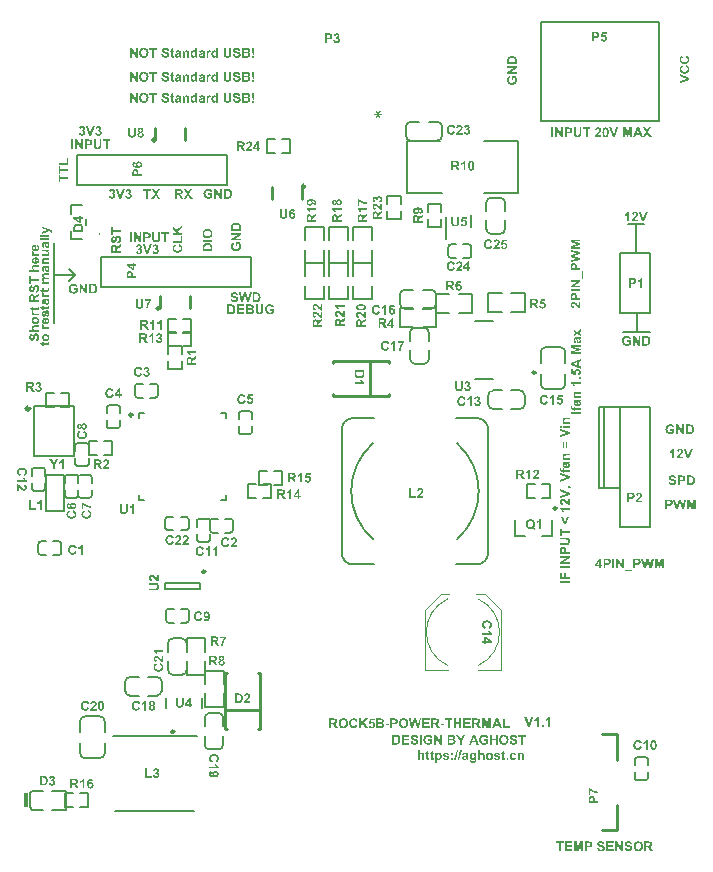
<source format=gto>
G04*
G04 #@! TF.GenerationSoftware,Altium Limited,Altium Designer,23.5.1 (21)*
G04*
G04 Layer_Color=65535*
%FSLAX25Y25*%
%MOIN*%
G70*
G04*
G04 #@! TF.SameCoordinates,89F97100-6FF8-4533-BDCD-A1BC4398B3AB*
G04*
G04*
G04 #@! TF.FilePolarity,Positive*
G04*
G01*
G75*
%ADD10C,0.00787*%
%ADD11C,0.01181*%
%ADD12C,0.00984*%
%ADD13C,0.01000*%
%ADD14C,0.00394*%
%ADD15C,0.00800*%
%ADD16R,0.01181X0.04724*%
G36*
X53497Y238896D02*
X53899Y238748D01*
X53902D01*
X53909Y238743D01*
X53918Y238741D01*
X53932Y238734D01*
X53950Y238727D01*
X53969Y238718D01*
X54015Y238699D01*
X54063Y238674D01*
X54116Y238648D01*
X54165Y238621D01*
X54209Y238593D01*
X54214Y238591D01*
X54227Y238581D01*
X54246Y238565D01*
X54269Y238544D01*
X54297Y238521D01*
X54327Y238494D01*
X54355Y238461D01*
X54380Y238427D01*
X54382Y238422D01*
X54391Y238410D01*
X54403Y238390D01*
X54417Y238362D01*
X54435Y238327D01*
X54452Y238288D01*
X54468Y238244D01*
X54484Y238193D01*
Y238191D01*
X54486Y238186D01*
X54488Y238179D01*
X54491Y238168D01*
X54493Y238156D01*
X54495Y238140D01*
X54500Y238122D01*
X54502Y238103D01*
X54512Y238055D01*
X54516Y238002D01*
X54521Y237944D01*
X54523Y237879D01*
Y237849D01*
X54521Y237833D01*
Y237794D01*
X54519Y237771D01*
X54514Y237717D01*
X54507Y237660D01*
X54498Y237597D01*
X54484Y237535D01*
X54006Y237479D01*
Y237482D01*
X54008Y237486D01*
Y237493D01*
X54010Y237505D01*
X54013Y237516D01*
X54015Y237530D01*
X54019Y237565D01*
X54027Y237607D01*
X54031Y237648D01*
X54033Y237694D01*
X54036Y237738D01*
Y237759D01*
X54033Y237773D01*
X54031Y237791D01*
X54029Y237810D01*
X54019Y237858D01*
X54006Y237909D01*
X53983Y237960D01*
X53966Y237985D01*
X53950Y238011D01*
X53932Y238032D01*
X53909Y238052D01*
X53906Y238055D01*
X53902Y238057D01*
X53895Y238062D01*
X53886Y238069D01*
X53874Y238078D01*
X53858Y238087D01*
X53842Y238099D01*
X53821Y238110D01*
X53777Y238136D01*
X53721Y238163D01*
X53659Y238189D01*
X53590Y238210D01*
X51266Y237332D01*
Y237983D01*
X52913Y238535D01*
X51266Y239078D01*
Y239713D01*
X53497Y238896D01*
D02*
G37*
G36*
X53583Y236382D02*
X50386D01*
Y236994D01*
X53583D01*
Y236382D01*
D02*
G37*
G36*
Y235142D02*
X50386D01*
Y235754D01*
X53583D01*
Y235142D01*
D02*
G37*
G36*
Y234065D02*
X53581D01*
X53571Y234061D01*
X53557Y234056D01*
X53537Y234049D01*
X53511Y234040D01*
X53481Y234028D01*
X53444Y234017D01*
X53403Y234005D01*
X53400D01*
X53394Y234003D01*
X53384Y234001D01*
X53373Y233996D01*
X53350Y233989D01*
X53340Y233987D01*
X53331Y233984D01*
X53333Y233982D01*
X53338Y233978D01*
X53345Y233968D01*
X53357Y233957D01*
X53368Y233943D01*
X53384Y233924D01*
X53400Y233906D01*
X53417Y233883D01*
X53454Y233834D01*
X53493Y233777D01*
X53527Y233714D01*
X53560Y233647D01*
Y233645D01*
X53562Y233640D01*
X53567Y233629D01*
X53571Y233617D01*
X53578Y233599D01*
X53583Y233580D01*
X53590Y233557D01*
X53597Y233534D01*
X53606Y233506D01*
X53613Y233476D01*
X53624Y233412D01*
X53634Y233340D01*
X53636Y233266D01*
Y233250D01*
X53634Y233231D01*
Y233206D01*
X53629Y233176D01*
X53627Y233141D01*
X53620Y233104D01*
X53611Y233061D01*
X53601Y233017D01*
X53588Y232970D01*
X53574Y232924D01*
X53555Y232878D01*
X53532Y232832D01*
X53507Y232786D01*
X53477Y232742D01*
X53442Y232702D01*
X53440Y232700D01*
X53433Y232693D01*
X53421Y232684D01*
X53407Y232670D01*
X53389Y232654D01*
X53366Y232638D01*
X53338Y232619D01*
X53308Y232601D01*
X53273Y232580D01*
X53236Y232561D01*
X53197Y232545D01*
X53153Y232529D01*
X53107Y232515D01*
X53059Y232506D01*
X53005Y232499D01*
X52952Y232497D01*
X52950D01*
X52943D01*
X52934D01*
X52920Y232499D01*
X52902D01*
X52883Y232502D01*
X52860Y232504D01*
X52834Y232508D01*
X52781Y232520D01*
X52721Y232536D01*
X52661Y232559D01*
X52604Y232589D01*
X52601Y232592D01*
X52597Y232594D01*
X52590Y232598D01*
X52578Y232608D01*
X52550Y232628D01*
X52516Y232659D01*
X52479Y232696D01*
X52439Y232739D01*
X52400Y232792D01*
X52368Y232853D01*
Y232855D01*
X52363Y232859D01*
X52359Y232871D01*
X52354Y232885D01*
X52347Y232901D01*
X52338Y232922D01*
X52329Y232947D01*
X52319Y232977D01*
X52308Y233010D01*
X52296Y233047D01*
X52285Y233086D01*
X52273Y233130D01*
X52259Y233176D01*
X52248Y233227D01*
X52236Y233282D01*
X52225Y233340D01*
Y233345D01*
X52220Y233359D01*
X52218Y233382D01*
X52211Y233409D01*
X52204Y233444D01*
X52195Y233486D01*
X52185Y233529D01*
X52176Y233576D01*
X52151Y233675D01*
X52125Y233772D01*
X52114Y233818D01*
X52100Y233862D01*
X52086Y233901D01*
X52072Y233936D01*
X52012D01*
X52010D01*
X52005D01*
X51996D01*
X51984Y233934D01*
X51968D01*
X51952Y233931D01*
X51915Y233924D01*
X51873Y233915D01*
X51832Y233899D01*
X51793Y233878D01*
X51776Y233864D01*
X51760Y233848D01*
X51758Y233844D01*
X51753Y233839D01*
X51749Y233830D01*
X51742Y233821D01*
X51737Y233807D01*
X51730Y233793D01*
X51721Y233774D01*
X51714Y233753D01*
X51707Y233728D01*
X51703Y233703D01*
X51696Y233673D01*
X51691Y233638D01*
X51686Y233601D01*
X51684Y233562D01*
Y233490D01*
X51686Y233476D01*
Y233460D01*
X51691Y233425D01*
X51700Y233384D01*
X51712Y233340D01*
X51728Y233298D01*
X51749Y233261D01*
X51751Y233257D01*
X51760Y233248D01*
X51779Y233229D01*
X51802Y233211D01*
X51832Y233188D01*
X51871Y233162D01*
X51920Y233139D01*
X51975Y233116D01*
X51876Y232559D01*
X51871Y232561D01*
X51862Y232564D01*
X51844Y232568D01*
X51820Y232578D01*
X51793Y232587D01*
X51760Y232601D01*
X51726Y232617D01*
X51689Y232633D01*
X51647Y232654D01*
X51608Y232679D01*
X51566Y232705D01*
X51525Y232735D01*
X51486Y232765D01*
X51446Y232802D01*
X51411Y232839D01*
X51379Y232880D01*
X51377Y232883D01*
X51372Y232892D01*
X51363Y232906D01*
X51354Y232924D01*
X51342Y232947D01*
X51328Y232977D01*
X51312Y233012D01*
X51296Y233053D01*
X51282Y233097D01*
X51266Y233148D01*
X51252Y233206D01*
X51241Y233266D01*
X51231Y233333D01*
X51222Y233405D01*
X51218Y233481D01*
X51215Y233564D01*
Y233603D01*
X51218Y233631D01*
Y233666D01*
X51220Y233705D01*
X51222Y233749D01*
X51227Y233795D01*
X51231Y233844D01*
X51238Y233894D01*
X51257Y233996D01*
X51266Y234045D01*
X51280Y234093D01*
X51296Y234137D01*
X51312Y234176D01*
Y234178D01*
X51317Y234185D01*
X51322Y234195D01*
X51331Y234208D01*
X51340Y234225D01*
X51351Y234243D01*
X51379Y234287D01*
X51416Y234333D01*
X51458Y234380D01*
X51506Y234423D01*
X51532Y234442D01*
X51559Y234458D01*
X51562D01*
X51566Y234463D01*
X51575Y234465D01*
X51589Y234472D01*
X51606Y234476D01*
X51629Y234483D01*
X51654Y234493D01*
X51684Y234500D01*
X51719Y234507D01*
X51760Y234516D01*
X51804Y234523D01*
X51855Y234527D01*
X51911Y234534D01*
X51971Y234537D01*
X52038Y234541D01*
X52109D01*
X52823Y234532D01*
X52825D01*
X52837D01*
X52853D01*
X52874D01*
X52899D01*
X52927Y234534D01*
X52959D01*
X52994Y234537D01*
X53068Y234539D01*
X53142Y234543D01*
X53179Y234546D01*
X53213Y234550D01*
X53243Y234555D01*
X53273Y234560D01*
X53276D01*
X53280Y234562D01*
X53287D01*
X53299Y234567D01*
X53313Y234569D01*
X53329Y234574D01*
X53366Y234585D01*
X53412Y234599D01*
X53465Y234620D01*
X53523Y234643D01*
X53583Y234670D01*
Y234065D01*
D02*
G37*
G36*
Y231455D02*
X53236D01*
X53239Y231453D01*
X53246Y231448D01*
X53255Y231441D01*
X53267Y231432D01*
X53283Y231420D01*
X53301Y231404D01*
X53322Y231386D01*
X53343Y231365D01*
X53366Y231342D01*
X53391Y231316D01*
X53440Y231261D01*
X53486Y231194D01*
X53530Y231120D01*
Y231118D01*
X53534Y231111D01*
X53539Y231099D01*
X53546Y231085D01*
X53555Y231065D01*
X53565Y231044D01*
X53574Y231018D01*
X53583Y230988D01*
X53592Y230958D01*
X53601Y230924D01*
X53620Y230850D01*
X53631Y230771D01*
X53634Y230727D01*
X53636Y230686D01*
Y230663D01*
X53634Y230646D01*
Y230626D01*
X53631Y230603D01*
X53627Y230575D01*
X53622Y230545D01*
X53611Y230480D01*
X53592Y230411D01*
X53567Y230337D01*
X53553Y230300D01*
X53534Y230265D01*
X53532Y230263D01*
X53530Y230258D01*
X53523Y230247D01*
X53516Y230235D01*
X53504Y230219D01*
X53493Y230203D01*
X53461Y230164D01*
X53419Y230120D01*
X53370Y230074D01*
X53313Y230032D01*
X53283Y230014D01*
X53248Y229997D01*
X53246D01*
X53239Y229995D01*
X53229Y229991D01*
X53213Y229986D01*
X53195Y229979D01*
X53172Y229972D01*
X53144Y229965D01*
X53114Y229958D01*
X53079Y229949D01*
X53040Y229942D01*
X52999Y229935D01*
X52952Y229930D01*
X52902Y229924D01*
X52848Y229921D01*
X52793Y229917D01*
X52733D01*
X51266D01*
Y230529D01*
X52331D01*
X52333D01*
X52336D01*
X52342D01*
X52352D01*
X52377D01*
X52409D01*
X52446D01*
X52490Y230531D01*
X52539D01*
X52587Y230533D01*
X52691Y230536D01*
X52742Y230540D01*
X52788Y230543D01*
X52832Y230547D01*
X52872Y230550D01*
X52904Y230556D01*
X52929Y230561D01*
X52931D01*
X52934Y230563D01*
X52948Y230568D01*
X52969Y230577D01*
X52992Y230589D01*
X53022Y230607D01*
X53049Y230628D01*
X53079Y230654D01*
X53105Y230683D01*
X53107Y230688D01*
X53114Y230700D01*
X53126Y230720D01*
X53135Y230746D01*
X53146Y230778D01*
X53158Y230818D01*
X53165Y230864D01*
X53167Y230912D01*
Y230928D01*
X53165Y230940D01*
Y230951D01*
X53162Y230968D01*
X53156Y231007D01*
X53146Y231051D01*
X53130Y231097D01*
X53109Y231146D01*
X53082Y231194D01*
Y231196D01*
X53077Y231199D01*
X53072Y231206D01*
X53066Y231215D01*
X53047Y231236D01*
X53024Y231263D01*
X52992Y231291D01*
X52957Y231319D01*
X52915Y231344D01*
X52869Y231365D01*
X52867D01*
X52862Y231367D01*
X52853Y231369D01*
X52841Y231372D01*
X52825Y231377D01*
X52802Y231379D01*
X52777Y231383D01*
X52742Y231388D01*
X52705Y231393D01*
X52661Y231397D01*
X52610Y231400D01*
X52550Y231404D01*
X52486Y231406D01*
X52414Y231409D01*
X52333Y231411D01*
X52243D01*
X51266D01*
Y232023D01*
X53583D01*
Y231455D01*
D02*
G37*
G36*
Y228697D02*
X52403D01*
X52398D01*
X52386D01*
X52368D01*
X52342D01*
X52312Y228695D01*
X52278D01*
X52241D01*
X52202Y228692D01*
X52121Y228688D01*
X52079Y228683D01*
X52040Y228678D01*
X52003Y228674D01*
X51971Y228669D01*
X51941Y228662D01*
X51917Y228655D01*
X51915D01*
X51913Y228653D01*
X51899Y228648D01*
X51878Y228639D01*
X51855Y228625D01*
X51827Y228607D01*
X51797Y228586D01*
X51772Y228558D01*
X51746Y228528D01*
X51744Y228524D01*
X51737Y228512D01*
X51726Y228494D01*
X51714Y228468D01*
X51705Y228438D01*
X51693Y228401D01*
X51686Y228360D01*
X51684Y228316D01*
Y228300D01*
X51686Y228288D01*
Y228274D01*
X51689Y228258D01*
X51696Y228219D01*
X51705Y228175D01*
X51721Y228126D01*
X51742Y228076D01*
X51772Y228027D01*
Y228025D01*
X51776Y228022D01*
X51781Y228015D01*
X51788Y228006D01*
X51807Y227985D01*
X51834Y227958D01*
X51867Y227930D01*
X51908Y227900D01*
X51954Y227874D01*
X52005Y227854D01*
X52008D01*
X52012Y227851D01*
X52021Y227849D01*
X52033Y227847D01*
X52049Y227842D01*
X52070Y227840D01*
X52095Y227835D01*
X52125Y227831D01*
X52160Y227826D01*
X52197Y227821D01*
X52241Y227819D01*
X52289Y227815D01*
X52342Y227812D01*
X52403Y227810D01*
X52467Y227807D01*
X52536D01*
X53583D01*
Y227195D01*
X51266D01*
Y227764D01*
X51608D01*
X51603Y227768D01*
X51592Y227778D01*
X51571Y227794D01*
X51546Y227819D01*
X51518Y227849D01*
X51483Y227884D01*
X51449Y227925D01*
X51411Y227974D01*
X51375Y228025D01*
X51340Y228082D01*
X51305Y228147D01*
X51278Y228214D01*
X51252Y228286D01*
X51231Y228362D01*
X51220Y228443D01*
X51215Y228528D01*
Y228563D01*
X51218Y228581D01*
X51220Y228602D01*
X51222Y228625D01*
X51224Y228651D01*
X51234Y228708D01*
X51245Y228771D01*
X51264Y228833D01*
X51289Y228898D01*
Y228900D01*
X51291Y228905D01*
X51296Y228914D01*
X51303Y228926D01*
X51310Y228939D01*
X51319Y228956D01*
X51340Y228993D01*
X51368Y229034D01*
X51400Y229076D01*
X51435Y229117D01*
X51476Y229152D01*
X51478D01*
X51481Y229157D01*
X51488Y229161D01*
X51497Y229166D01*
X51520Y229182D01*
X51550Y229201D01*
X51589Y229221D01*
X51631Y229240D01*
X51679Y229258D01*
X51733Y229274D01*
X51735D01*
X51740Y229277D01*
X51746D01*
X51758Y229279D01*
X51774Y229284D01*
X51793Y229286D01*
X51814Y229288D01*
X51839Y229293D01*
X51867Y229295D01*
X51897Y229297D01*
X51931Y229302D01*
X51968Y229304D01*
X52008Y229307D01*
X52051D01*
X52098Y229309D01*
X52146D01*
X53583D01*
Y228697D01*
D02*
G37*
G36*
Y226126D02*
X53581D01*
X53571Y226121D01*
X53557Y226117D01*
X53537Y226110D01*
X53511Y226100D01*
X53481Y226089D01*
X53444Y226077D01*
X53403Y226066D01*
X53400D01*
X53394Y226063D01*
X53384Y226061D01*
X53373Y226057D01*
X53350Y226050D01*
X53340Y226047D01*
X53331Y226045D01*
X53333Y226043D01*
X53338Y226038D01*
X53345Y226029D01*
X53357Y226017D01*
X53368Y226003D01*
X53384Y225985D01*
X53400Y225967D01*
X53417Y225943D01*
X53454Y225895D01*
X53493Y225837D01*
X53527Y225775D01*
X53560Y225708D01*
Y225705D01*
X53562Y225701D01*
X53567Y225689D01*
X53571Y225678D01*
X53578Y225659D01*
X53583Y225641D01*
X53590Y225618D01*
X53597Y225594D01*
X53606Y225567D01*
X53613Y225537D01*
X53624Y225472D01*
X53634Y225400D01*
X53636Y225327D01*
Y225310D01*
X53634Y225292D01*
Y225267D01*
X53629Y225237D01*
X53627Y225202D01*
X53620Y225165D01*
X53611Y225121D01*
X53601Y225077D01*
X53588Y225031D01*
X53574Y224985D01*
X53555Y224939D01*
X53532Y224892D01*
X53507Y224846D01*
X53477Y224802D01*
X53442Y224763D01*
X53440Y224761D01*
X53433Y224754D01*
X53421Y224745D01*
X53407Y224731D01*
X53389Y224714D01*
X53366Y224698D01*
X53338Y224680D01*
X53308Y224661D01*
X53273Y224640D01*
X53236Y224622D01*
X53197Y224606D01*
X53153Y224590D01*
X53107Y224576D01*
X53059Y224567D01*
X53005Y224560D01*
X52952Y224557D01*
X52950D01*
X52943D01*
X52934D01*
X52920Y224560D01*
X52902D01*
X52883Y224562D01*
X52860Y224564D01*
X52834Y224569D01*
X52781Y224581D01*
X52721Y224597D01*
X52661Y224620D01*
X52604Y224650D01*
X52601Y224652D01*
X52597Y224654D01*
X52590Y224659D01*
X52578Y224668D01*
X52550Y224689D01*
X52516Y224719D01*
X52479Y224756D01*
X52439Y224800D01*
X52400Y224853D01*
X52368Y224913D01*
Y224915D01*
X52363Y224920D01*
X52359Y224932D01*
X52354Y224945D01*
X52347Y224962D01*
X52338Y224982D01*
X52329Y225008D01*
X52319Y225038D01*
X52308Y225070D01*
X52296Y225107D01*
X52285Y225146D01*
X52273Y225190D01*
X52259Y225237D01*
X52248Y225287D01*
X52236Y225343D01*
X52225Y225400D01*
Y225405D01*
X52220Y225419D01*
X52218Y225442D01*
X52211Y225470D01*
X52204Y225504D01*
X52195Y225546D01*
X52185Y225590D01*
X52176Y225636D01*
X52151Y225735D01*
X52125Y225833D01*
X52114Y225879D01*
X52100Y225923D01*
X52086Y225962D01*
X52072Y225996D01*
X52012D01*
X52010D01*
X52005D01*
X51996D01*
X51984Y225994D01*
X51968D01*
X51952Y225992D01*
X51915Y225985D01*
X51873Y225976D01*
X51832Y225959D01*
X51793Y225939D01*
X51776Y225925D01*
X51760Y225909D01*
X51758Y225904D01*
X51753Y225900D01*
X51749Y225890D01*
X51742Y225881D01*
X51737Y225867D01*
X51730Y225853D01*
X51721Y225835D01*
X51714Y225814D01*
X51707Y225789D01*
X51703Y225763D01*
X51696Y225733D01*
X51691Y225698D01*
X51686Y225661D01*
X51684Y225622D01*
Y225551D01*
X51686Y225537D01*
Y225521D01*
X51691Y225486D01*
X51700Y225444D01*
X51712Y225400D01*
X51728Y225359D01*
X51749Y225322D01*
X51751Y225317D01*
X51760Y225308D01*
X51779Y225290D01*
X51802Y225271D01*
X51832Y225248D01*
X51871Y225223D01*
X51920Y225200D01*
X51975Y225176D01*
X51876Y224620D01*
X51871Y224622D01*
X51862Y224624D01*
X51844Y224629D01*
X51820Y224638D01*
X51793Y224647D01*
X51760Y224661D01*
X51726Y224677D01*
X51689Y224694D01*
X51647Y224714D01*
X51608Y224740D01*
X51566Y224765D01*
X51525Y224795D01*
X51486Y224825D01*
X51446Y224862D01*
X51411Y224899D01*
X51379Y224941D01*
X51377Y224943D01*
X51372Y224952D01*
X51363Y224966D01*
X51354Y224985D01*
X51342Y225008D01*
X51328Y225038D01*
X51312Y225073D01*
X51296Y225114D01*
X51282Y225158D01*
X51266Y225209D01*
X51252Y225267D01*
X51241Y225327D01*
X51231Y225394D01*
X51222Y225465D01*
X51218Y225541D01*
X51215Y225625D01*
Y225664D01*
X51218Y225692D01*
Y225726D01*
X51220Y225765D01*
X51222Y225809D01*
X51227Y225856D01*
X51231Y225904D01*
X51238Y225955D01*
X51257Y226057D01*
X51266Y226105D01*
X51280Y226154D01*
X51296Y226198D01*
X51312Y226237D01*
Y226239D01*
X51317Y226246D01*
X51322Y226255D01*
X51331Y226269D01*
X51340Y226285D01*
X51351Y226304D01*
X51379Y226348D01*
X51416Y226394D01*
X51458Y226440D01*
X51506Y226484D01*
X51532Y226502D01*
X51559Y226519D01*
X51562D01*
X51566Y226523D01*
X51575Y226525D01*
X51589Y226532D01*
X51606Y226537D01*
X51629Y226544D01*
X51654Y226553D01*
X51684Y226560D01*
X51719Y226567D01*
X51760Y226576D01*
X51804Y226583D01*
X51855Y226588D01*
X51911Y226595D01*
X51971Y226597D01*
X52038Y226602D01*
X52109D01*
X52823Y226592D01*
X52825D01*
X52837D01*
X52853D01*
X52874D01*
X52899D01*
X52927Y226595D01*
X52959D01*
X52994Y226597D01*
X53068Y226599D01*
X53142Y226604D01*
X53179Y226606D01*
X53213Y226611D01*
X53243Y226616D01*
X53273Y226620D01*
X53276D01*
X53280Y226623D01*
X53287D01*
X53299Y226627D01*
X53313Y226629D01*
X53329Y226634D01*
X53366Y226646D01*
X53412Y226659D01*
X53465Y226680D01*
X53523Y226703D01*
X53583Y226731D01*
Y226126D01*
D02*
G37*
G36*
Y223495D02*
X52262D01*
X52257D01*
X52245D01*
X52229D01*
X52206D01*
X52179Y223493D01*
X52148D01*
X52114Y223490D01*
X52077Y223488D01*
X52001Y223479D01*
X51929Y223467D01*
X51894Y223460D01*
X51864Y223451D01*
X51837Y223442D01*
X51816Y223430D01*
X51814D01*
X51811Y223426D01*
X51804Y223421D01*
X51795Y223414D01*
X51774Y223393D01*
X51749Y223365D01*
X51726Y223328D01*
X51705Y223285D01*
X51696Y223259D01*
X51689Y223231D01*
X51686Y223201D01*
X51684Y223169D01*
Y223148D01*
X51689Y223123D01*
X51693Y223091D01*
X51703Y223054D01*
X51717Y223012D01*
X51737Y222970D01*
X51763Y222926D01*
Y222924D01*
X51767Y222922D01*
X51776Y222908D01*
X51795Y222887D01*
X51820Y222864D01*
X51853Y222836D01*
X51892Y222809D01*
X51941Y222783D01*
X51994Y222762D01*
X51996D01*
X52001Y222760D01*
X52010Y222758D01*
X52021Y222756D01*
X52040Y222751D01*
X52058Y222746D01*
X52084Y222742D01*
X52112Y222739D01*
X52141Y222735D01*
X52179Y222730D01*
X52215Y222726D01*
X52259Y222721D01*
X52308Y222719D01*
X52359Y222716D01*
X52412Y222714D01*
X52472D01*
X53583D01*
Y222102D01*
X52315D01*
X52310D01*
X52301D01*
X52282D01*
X52259D01*
X52234D01*
X52204Y222099D01*
X52169D01*
X52135Y222097D01*
X52061Y222093D01*
X51989Y222088D01*
X51957Y222083D01*
X51927Y222079D01*
X51901Y222074D01*
X51881Y222067D01*
X51878D01*
X51876Y222065D01*
X51864Y222060D01*
X51846Y222053D01*
X51825Y222042D01*
X51800Y222028D01*
X51776Y222012D01*
X51753Y221991D01*
X51733Y221966D01*
X51730Y221963D01*
X51726Y221954D01*
X51717Y221938D01*
X51707Y221917D01*
X51700Y221892D01*
X51691Y221859D01*
X51686Y221822D01*
X51684Y221781D01*
Y221758D01*
X51686Y221744D01*
X51689Y221730D01*
X51693Y221695D01*
X51703Y221656D01*
X51717Y221612D01*
X51737Y221568D01*
X51763Y221524D01*
Y221522D01*
X51767Y221520D01*
X51776Y221506D01*
X51795Y221485D01*
X51818Y221462D01*
X51850Y221434D01*
X51887Y221409D01*
X51931Y221383D01*
X51982Y221363D01*
X51984D01*
X51989Y221360D01*
X51998Y221358D01*
X52010Y221356D01*
X52026Y221351D01*
X52044Y221346D01*
X52068Y221342D01*
X52095Y221340D01*
X52128Y221335D01*
X52162Y221330D01*
X52202Y221326D01*
X52243Y221321D01*
X52292Y221319D01*
X52342Y221316D01*
X52400Y221314D01*
X52460D01*
X53583D01*
Y220702D01*
X51266D01*
Y221266D01*
X51582D01*
X51578Y221270D01*
X51566Y221280D01*
X51548Y221296D01*
X51525Y221319D01*
X51497Y221349D01*
X51467Y221383D01*
X51432Y221423D01*
X51398Y221469D01*
X51365Y221520D01*
X51331Y221575D01*
X51301Y221633D01*
X51273Y221698D01*
X51250Y221765D01*
X51231Y221836D01*
X51220Y221910D01*
X51215Y221986D01*
Y222007D01*
X51218Y222023D01*
Y222042D01*
X51220Y222065D01*
X51222Y222090D01*
X51227Y222118D01*
X51238Y222178D01*
X51254Y222243D01*
X51278Y222307D01*
X51308Y222372D01*
Y222374D01*
X51312Y222379D01*
X51317Y222388D01*
X51324Y222400D01*
X51335Y222414D01*
X51347Y222430D01*
X51377Y222467D01*
X51416Y222511D01*
X51462Y222555D01*
X51520Y222599D01*
X51585Y222640D01*
X51582Y222642D01*
X51575Y222647D01*
X51566Y222656D01*
X51555Y222668D01*
X51539Y222682D01*
X51522Y222698D01*
X51502Y222716D01*
X51481Y222739D01*
X51437Y222788D01*
X51391Y222843D01*
X51347Y222903D01*
X51308Y222968D01*
Y222970D01*
X51303Y222977D01*
X51298Y222987D01*
X51294Y222998D01*
X51287Y223017D01*
X51278Y223035D01*
X51271Y223058D01*
X51261Y223081D01*
X51252Y223109D01*
X51245Y223139D01*
X51229Y223204D01*
X51220Y223273D01*
X51215Y223347D01*
Y223372D01*
X51218Y223391D01*
Y223412D01*
X51220Y223437D01*
X51224Y223467D01*
X51229Y223497D01*
X51241Y223564D01*
X51259Y223638D01*
X51284Y223710D01*
X51301Y223744D01*
X51319Y223779D01*
Y223781D01*
X51324Y223786D01*
X51331Y223795D01*
X51338Y223809D01*
X51349Y223823D01*
X51363Y223839D01*
X51379Y223857D01*
X51395Y223878D01*
X51416Y223899D01*
X51439Y223920D01*
X51465Y223943D01*
X51492Y223964D01*
X51520Y223985D01*
X51552Y224005D01*
X51624Y224042D01*
X51626D01*
X51631Y224044D01*
X51640Y224049D01*
X51652Y224051D01*
X51668Y224058D01*
X51689Y224063D01*
X51712Y224068D01*
X51740Y224075D01*
X51772Y224081D01*
X51807Y224086D01*
X51846Y224093D01*
X51890Y224098D01*
X51936Y224100D01*
X51989Y224105D01*
X52044Y224107D01*
X52105D01*
X53583D01*
Y223495D01*
D02*
G37*
G36*
X53546Y219127D02*
X53551Y219120D01*
X53555Y219108D01*
X53560Y219092D01*
X53567Y219071D01*
X53574Y219046D01*
X53583Y219018D01*
X53590Y218988D01*
X53599Y218953D01*
X53608Y218916D01*
X53615Y218877D01*
X53622Y218833D01*
X53631Y218743D01*
X53636Y218644D01*
Y218616D01*
X53634Y218602D01*
Y218586D01*
X53629Y218544D01*
X53622Y218498D01*
X53613Y218450D01*
X53599Y218397D01*
X53581Y218346D01*
Y218343D01*
X53578Y218341D01*
X53576Y218334D01*
X53571Y218325D01*
X53557Y218302D01*
X53541Y218272D01*
X53521Y218239D01*
X53497Y218210D01*
X53470Y218177D01*
X53437Y218152D01*
X53433Y218149D01*
X53421Y218143D01*
X53400Y218131D01*
X53375Y218117D01*
X53340Y218103D01*
X53299Y218089D01*
X53250Y218075D01*
X53197Y218066D01*
X53195D01*
X53193D01*
X53186Y218064D01*
X53176D01*
X53162Y218062D01*
X53146D01*
X53126Y218059D01*
X53102Y218057D01*
X53077Y218055D01*
X53045D01*
X53010Y218052D01*
X52971Y218050D01*
X52927D01*
X52876Y218048D01*
X52823D01*
X52765D01*
X51753D01*
Y217766D01*
X51266D01*
Y218048D01*
X50806D01*
X50446Y218660D01*
X51266D01*
Y219078D01*
X51753D01*
Y218660D01*
X52689D01*
X52691D01*
X52701D01*
X52714D01*
X52735D01*
X52756D01*
X52781D01*
X52837Y218662D01*
X52895D01*
X52922Y218665D01*
X52950D01*
X52973Y218667D01*
X52994D01*
X53010Y218669D01*
X53022Y218671D01*
X53024D01*
X53029Y218674D01*
X53038Y218678D01*
X53049Y218683D01*
X53061Y218690D01*
X53072Y218699D01*
X53086Y218711D01*
X53098Y218725D01*
X53100Y218727D01*
X53102Y218731D01*
X53107Y218741D01*
X53112Y218755D01*
X53119Y218769D01*
X53123Y218787D01*
X53126Y218808D01*
X53128Y218829D01*
Y218845D01*
X53126Y218863D01*
X53121Y218891D01*
X53114Y218926D01*
X53102Y218969D01*
X53089Y219018D01*
X53070Y219076D01*
X53546Y219129D01*
Y219127D01*
D02*
G37*
G36*
X51867Y217565D02*
X51864Y217563D01*
X51862Y217558D01*
X51857Y217549D01*
X51850Y217540D01*
X51844Y217526D01*
X51834Y217510D01*
X51816Y217470D01*
X51797Y217426D01*
X51781Y217378D01*
X51770Y217327D01*
X51765Y217302D01*
Y217255D01*
X51770Y217230D01*
X51774Y217200D01*
X51784Y217165D01*
X51795Y217128D01*
X51814Y217091D01*
X51837Y217057D01*
X51839Y217052D01*
X51850Y217043D01*
X51869Y217027D01*
X51894Y217006D01*
X51931Y216985D01*
X51952Y216974D01*
X51975Y216962D01*
X52001Y216950D01*
X52028Y216939D01*
X52061Y216927D01*
X52093Y216918D01*
X52095D01*
X52102Y216916D01*
X52114Y216914D01*
X52130Y216911D01*
X52153Y216907D01*
X52183Y216902D01*
X52218Y216897D01*
X52259Y216893D01*
X52308Y216888D01*
X52363Y216883D01*
X52428Y216879D01*
X52497Y216874D01*
X52578Y216872D01*
X52666Y216870D01*
X52763Y216867D01*
X52814D01*
X52869D01*
X53583D01*
Y216255D01*
X51266D01*
Y216824D01*
X51596D01*
X51594Y216826D01*
X51587Y216830D01*
X51573Y216837D01*
X51559Y216849D01*
X51541Y216860D01*
X51518Y216877D01*
X51469Y216911D01*
X51419Y216950D01*
X51368Y216994D01*
X51345Y217018D01*
X51324Y217041D01*
X51305Y217064D01*
X51289Y217085D01*
Y217087D01*
X51287Y217089D01*
X51282Y217096D01*
X51278Y217105D01*
X51266Y217131D01*
X51252Y217163D01*
X51238Y217202D01*
X51227Y217246D01*
X51218Y217297D01*
X51215Y217350D01*
Y217371D01*
X51218Y217387D01*
X51220Y217406D01*
X51222Y217426D01*
X51224Y217452D01*
X51229Y217479D01*
X51243Y217542D01*
X51264Y217611D01*
X51278Y217646D01*
X51294Y217683D01*
X51312Y217720D01*
X51333Y217757D01*
X51867Y217565D01*
D02*
G37*
G36*
X53583Y215207D02*
X53581D01*
X53571Y215202D01*
X53557Y215197D01*
X53537Y215190D01*
X53511Y215181D01*
X53481Y215170D01*
X53444Y215158D01*
X53403Y215146D01*
X53400D01*
X53394Y215144D01*
X53384Y215142D01*
X53373Y215137D01*
X53350Y215130D01*
X53340Y215128D01*
X53331Y215126D01*
X53333Y215123D01*
X53338Y215119D01*
X53345Y215109D01*
X53357Y215098D01*
X53368Y215084D01*
X53384Y215066D01*
X53400Y215047D01*
X53417Y215024D01*
X53454Y214976D01*
X53493Y214918D01*
X53527Y214855D01*
X53560Y214788D01*
Y214786D01*
X53562Y214781D01*
X53567Y214770D01*
X53571Y214758D01*
X53578Y214740D01*
X53583Y214721D01*
X53590Y214698D01*
X53597Y214675D01*
X53606Y214648D01*
X53613Y214617D01*
X53624Y214553D01*
X53634Y214481D01*
X53636Y214407D01*
Y214391D01*
X53634Y214373D01*
Y214347D01*
X53629Y214317D01*
X53627Y214282D01*
X53620Y214246D01*
X53611Y214202D01*
X53601Y214158D01*
X53588Y214111D01*
X53574Y214065D01*
X53555Y214019D01*
X53532Y213973D01*
X53507Y213927D01*
X53477Y213883D01*
X53442Y213844D01*
X53440Y213841D01*
X53433Y213834D01*
X53421Y213825D01*
X53407Y213811D01*
X53389Y213795D01*
X53366Y213779D01*
X53338Y213760D01*
X53308Y213742D01*
X53273Y213721D01*
X53236Y213703D01*
X53197Y213686D01*
X53153Y213670D01*
X53107Y213656D01*
X53059Y213647D01*
X53005Y213640D01*
X52952Y213638D01*
X52950D01*
X52943D01*
X52934D01*
X52920Y213640D01*
X52902D01*
X52883Y213643D01*
X52860Y213645D01*
X52834Y213650D01*
X52781Y213661D01*
X52721Y213677D01*
X52661Y213700D01*
X52604Y213730D01*
X52601Y213733D01*
X52597Y213735D01*
X52590Y213740D01*
X52578Y213749D01*
X52550Y213770D01*
X52516Y213800D01*
X52479Y213837D01*
X52439Y213880D01*
X52400Y213934D01*
X52368Y213994D01*
Y213996D01*
X52363Y214001D01*
X52359Y214012D01*
X52354Y214026D01*
X52347Y214042D01*
X52338Y214063D01*
X52329Y214088D01*
X52319Y214119D01*
X52308Y214151D01*
X52296Y214188D01*
X52285Y214227D01*
X52273Y214271D01*
X52259Y214317D01*
X52248Y214368D01*
X52236Y214423D01*
X52225Y214481D01*
Y214486D01*
X52220Y214500D01*
X52218Y214523D01*
X52211Y214550D01*
X52204Y214585D01*
X52195Y214627D01*
X52185Y214671D01*
X52176Y214717D01*
X52151Y214816D01*
X52125Y214913D01*
X52114Y214959D01*
X52100Y215003D01*
X52086Y215042D01*
X52072Y215077D01*
X52012D01*
X52010D01*
X52005D01*
X51996D01*
X51984Y215075D01*
X51968D01*
X51952Y215072D01*
X51915Y215066D01*
X51873Y215056D01*
X51832Y215040D01*
X51793Y215019D01*
X51776Y215005D01*
X51760Y214989D01*
X51758Y214985D01*
X51753Y214980D01*
X51749Y214971D01*
X51742Y214962D01*
X51737Y214948D01*
X51730Y214934D01*
X51721Y214915D01*
X51714Y214895D01*
X51707Y214869D01*
X51703Y214844D01*
X51696Y214814D01*
X51691Y214779D01*
X51686Y214742D01*
X51684Y214703D01*
Y214631D01*
X51686Y214617D01*
Y214601D01*
X51691Y214567D01*
X51700Y214525D01*
X51712Y214481D01*
X51728Y214440D01*
X51749Y214403D01*
X51751Y214398D01*
X51760Y214389D01*
X51779Y214370D01*
X51802Y214352D01*
X51832Y214329D01*
X51871Y214303D01*
X51920Y214280D01*
X51975Y214257D01*
X51876Y213700D01*
X51871Y213703D01*
X51862Y213705D01*
X51844Y213710D01*
X51820Y213719D01*
X51793Y213728D01*
X51760Y213742D01*
X51726Y213758D01*
X51689Y213774D01*
X51647Y213795D01*
X51608Y213821D01*
X51566Y213846D01*
X51525Y213876D01*
X51486Y213906D01*
X51446Y213943D01*
X51411Y213980D01*
X51379Y214021D01*
X51377Y214024D01*
X51372Y214033D01*
X51363Y214047D01*
X51354Y214065D01*
X51342Y214088D01*
X51328Y214119D01*
X51312Y214153D01*
X51296Y214195D01*
X51282Y214239D01*
X51266Y214289D01*
X51252Y214347D01*
X51241Y214407D01*
X51231Y214474D01*
X51222Y214546D01*
X51218Y214622D01*
X51215Y214705D01*
Y214744D01*
X51218Y214772D01*
Y214807D01*
X51220Y214846D01*
X51222Y214890D01*
X51227Y214936D01*
X51231Y214985D01*
X51238Y215036D01*
X51257Y215137D01*
X51266Y215186D01*
X51280Y215234D01*
X51296Y215278D01*
X51312Y215317D01*
Y215320D01*
X51317Y215327D01*
X51322Y215336D01*
X51331Y215350D01*
X51340Y215366D01*
X51351Y215384D01*
X51379Y215428D01*
X51416Y215474D01*
X51458Y215521D01*
X51506Y215564D01*
X51532Y215583D01*
X51559Y215599D01*
X51562D01*
X51566Y215604D01*
X51575Y215606D01*
X51589Y215613D01*
X51606Y215618D01*
X51629Y215625D01*
X51654Y215634D01*
X51684Y215641D01*
X51719Y215648D01*
X51760Y215657D01*
X51804Y215664D01*
X51855Y215669D01*
X51911Y215675D01*
X51971Y215678D01*
X52038Y215682D01*
X52109D01*
X52823Y215673D01*
X52825D01*
X52837D01*
X52853D01*
X52874D01*
X52899D01*
X52927Y215675D01*
X52959D01*
X52994Y215678D01*
X53068Y215680D01*
X53142Y215685D01*
X53179Y215687D01*
X53213Y215692D01*
X53243Y215696D01*
X53273Y215701D01*
X53276D01*
X53280Y215703D01*
X53287D01*
X53299Y215708D01*
X53313Y215710D01*
X53329Y215715D01*
X53366Y215726D01*
X53412Y215740D01*
X53465Y215761D01*
X53523Y215784D01*
X53583Y215812D01*
Y215207D01*
D02*
G37*
G36*
X53546Y213419D02*
X53551Y213412D01*
X53555Y213400D01*
X53560Y213384D01*
X53567Y213363D01*
X53574Y213338D01*
X53583Y213310D01*
X53590Y213280D01*
X53599Y213245D01*
X53608Y213208D01*
X53615Y213169D01*
X53622Y213125D01*
X53631Y213035D01*
X53636Y212936D01*
Y212908D01*
X53634Y212894D01*
Y212878D01*
X53629Y212836D01*
X53622Y212790D01*
X53613Y212742D01*
X53599Y212689D01*
X53581Y212638D01*
Y212635D01*
X53578Y212633D01*
X53576Y212626D01*
X53571Y212617D01*
X53557Y212594D01*
X53541Y212564D01*
X53521Y212531D01*
X53497Y212502D01*
X53470Y212469D01*
X53437Y212444D01*
X53433Y212441D01*
X53421Y212435D01*
X53400Y212423D01*
X53375Y212409D01*
X53340Y212395D01*
X53299Y212381D01*
X53250Y212368D01*
X53197Y212358D01*
X53195D01*
X53193D01*
X53186Y212356D01*
X53176D01*
X53162Y212354D01*
X53146D01*
X53126Y212351D01*
X53102Y212349D01*
X53077Y212347D01*
X53045D01*
X53010Y212344D01*
X52971Y212342D01*
X52927D01*
X52876Y212340D01*
X52823D01*
X52765D01*
X51753D01*
Y212058D01*
X51266D01*
Y212340D01*
X50806D01*
X50446Y212952D01*
X51266D01*
Y213370D01*
X51753D01*
Y212952D01*
X52689D01*
X52691D01*
X52701D01*
X52714D01*
X52735D01*
X52756D01*
X52781D01*
X52837Y212954D01*
X52895D01*
X52922Y212957D01*
X52950D01*
X52973Y212959D01*
X52994D01*
X53010Y212961D01*
X53022Y212964D01*
X53024D01*
X53029Y212966D01*
X53038Y212970D01*
X53049Y212975D01*
X53061Y212982D01*
X53072Y212991D01*
X53086Y213003D01*
X53098Y213017D01*
X53100Y213019D01*
X53102Y213023D01*
X53107Y213033D01*
X53112Y213047D01*
X53119Y213060D01*
X53123Y213079D01*
X53126Y213100D01*
X53128Y213121D01*
Y213137D01*
X53126Y213155D01*
X53121Y213183D01*
X53114Y213218D01*
X53102Y213262D01*
X53089Y213310D01*
X53070Y213368D01*
X53546Y213421D01*
Y213419D01*
D02*
G37*
G36*
X52890Y211771D02*
X52913Y211769D01*
X52941Y211765D01*
X52973Y211760D01*
X53008Y211751D01*
X53047Y211741D01*
X53089Y211725D01*
X53132Y211709D01*
X53179Y211686D01*
X53225Y211661D01*
X53271Y211631D01*
X53317Y211594D01*
X53364Y211552D01*
X53407Y211506D01*
X53410Y211504D01*
X53417Y211494D01*
X53428Y211478D01*
X53442Y211457D01*
X53461Y211427D01*
X53479Y211395D01*
X53500Y211353D01*
X53521Y211307D01*
X53544Y211256D01*
X53565Y211196D01*
X53583Y211134D01*
X53599Y211062D01*
X53615Y210986D01*
X53627Y210903D01*
X53634Y210815D01*
X53636Y210720D01*
Y210700D01*
X53634Y210674D01*
Y210642D01*
X53629Y210603D01*
X53627Y210556D01*
X53620Y210506D01*
X53613Y210450D01*
X53601Y210390D01*
X53590Y210330D01*
X53574Y210268D01*
X53555Y210203D01*
X53532Y210143D01*
X53507Y210081D01*
X53479Y210023D01*
X53444Y209970D01*
X53442Y209967D01*
X53435Y209958D01*
X53424Y209944D01*
X53410Y209926D01*
X53389Y209903D01*
X53366Y209877D01*
X53338Y209852D01*
X53308Y209822D01*
X53271Y209792D01*
X53232Y209762D01*
X53190Y209732D01*
X53144Y209702D01*
X53093Y209676D01*
X53040Y209651D01*
X52982Y209630D01*
X52922Y209612D01*
X52828Y210226D01*
X52830D01*
X52834Y210228D01*
X52844Y210231D01*
X52858Y210233D01*
X52872Y210238D01*
X52890Y210245D01*
X52929Y210261D01*
X52973Y210282D01*
X53019Y210307D01*
X53061Y210342D01*
X53100Y210383D01*
Y210385D01*
X53105Y210388D01*
X53109Y210395D01*
X53114Y210406D01*
X53121Y210418D01*
X53130Y210432D01*
X53137Y210450D01*
X53146Y210471D01*
X53156Y210494D01*
X53162Y210520D01*
X53172Y210547D01*
X53179Y210577D01*
X53183Y210610D01*
X53188Y210644D01*
X53193Y210681D01*
Y210744D01*
X53190Y210760D01*
Y210781D01*
X53188Y210801D01*
X53186Y210827D01*
X53181Y210854D01*
X53172Y210912D01*
X53156Y210972D01*
X53135Y211028D01*
X53121Y211055D01*
X53107Y211079D01*
X53105Y211083D01*
X53096Y211092D01*
X53082Y211104D01*
X53063Y211120D01*
X53040Y211134D01*
X53012Y211148D01*
X52980Y211157D01*
X52943Y211159D01*
X52941D01*
X52931D01*
X52918Y211157D01*
X52902Y211155D01*
X52885Y211148D01*
X52864Y211141D01*
X52846Y211129D01*
X52828Y211116D01*
X52825Y211113D01*
X52821Y211106D01*
X52811Y211092D01*
X52800Y211072D01*
X52788Y211046D01*
X52774Y211009D01*
X52767Y210988D01*
X52761Y210965D01*
X52754Y210938D01*
X52747Y210910D01*
Y210908D01*
X52744Y210901D01*
X52742Y210891D01*
X52740Y210877D01*
X52735Y210861D01*
X52731Y210841D01*
X52726Y210818D01*
X52719Y210792D01*
X52712Y210762D01*
X52705Y210732D01*
X52687Y210665D01*
X52668Y210591D01*
X52647Y210515D01*
X52627Y210434D01*
X52601Y210355D01*
X52578Y210277D01*
X52553Y210201D01*
X52525Y210131D01*
X52500Y210067D01*
X52488Y210039D01*
X52474Y210014D01*
X52460Y209991D01*
X52449Y209970D01*
X52446Y209967D01*
X52439Y209958D01*
X52430Y209944D01*
X52414Y209928D01*
X52396Y209907D01*
X52372Y209884D01*
X52345Y209859D01*
X52312Y209833D01*
X52278Y209808D01*
X52239Y209783D01*
X52197Y209759D01*
X52148Y209739D01*
X52100Y209722D01*
X52044Y209709D01*
X51987Y209699D01*
X51927Y209697D01*
X51922D01*
X51913D01*
X51897Y209699D01*
X51876Y209702D01*
X51850Y209704D01*
X51820Y209709D01*
X51788Y209718D01*
X51751Y209727D01*
X51712Y209739D01*
X51670Y209755D01*
X51629Y209773D01*
X51587Y209797D01*
X51543Y209824D01*
X51502Y209854D01*
X51460Y209891D01*
X51421Y209933D01*
X51419Y209935D01*
X51411Y209944D01*
X51402Y209958D01*
X51388Y209979D01*
X51372Y210004D01*
X51356Y210034D01*
X51338Y210071D01*
X51317Y210115D01*
X51298Y210164D01*
X51280Y210217D01*
X51264Y210277D01*
X51248Y210344D01*
X51234Y210416D01*
X51224Y210494D01*
X51218Y210580D01*
X51215Y210670D01*
Y210716D01*
X51218Y210748D01*
X51220Y210787D01*
X51224Y210831D01*
X51229Y210882D01*
X51234Y210938D01*
X51243Y210993D01*
X51254Y211051D01*
X51266Y211111D01*
X51282Y211169D01*
X51298Y211226D01*
X51322Y211280D01*
X51345Y211330D01*
X51372Y211377D01*
X51375Y211379D01*
X51379Y211386D01*
X51388Y211400D01*
X51400Y211414D01*
X51419Y211432D01*
X51437Y211455D01*
X51460Y211478D01*
X51488Y211504D01*
X51518Y211529D01*
X51552Y211557D01*
X51589Y211582D01*
X51631Y211608D01*
X51675Y211633D01*
X51723Y211656D01*
X51774Y211677D01*
X51830Y211695D01*
X51936Y211118D01*
X51934D01*
X51929Y211116D01*
X51922Y211113D01*
X51913Y211111D01*
X51890Y211099D01*
X51860Y211085D01*
X51827Y211065D01*
X51793Y211042D01*
X51760Y211012D01*
X51730Y210975D01*
X51728Y210970D01*
X51723Y210963D01*
X51719Y210956D01*
X51714Y210945D01*
X51707Y210933D01*
X51693Y210901D01*
X51679Y210859D01*
X51668Y210808D01*
X51659Y210748D01*
X51656Y210681D01*
Y210642D01*
X51659Y210621D01*
X51661Y210598D01*
Y210575D01*
X51666Y210547D01*
X51673Y210490D01*
X51686Y210432D01*
X51703Y210379D01*
X51714Y210355D01*
X51726Y210335D01*
X51728Y210332D01*
X51735Y210323D01*
X51744Y210314D01*
X51758Y210300D01*
X51776Y210289D01*
X51797Y210277D01*
X51823Y210268D01*
X51850Y210265D01*
X51853D01*
X51862D01*
X51873Y210268D01*
X51887Y210272D01*
X51906Y210279D01*
X51924Y210291D01*
X51943Y210305D01*
X51961Y210326D01*
X51964Y210330D01*
X51968Y210337D01*
X51973Y210346D01*
X51977Y210360D01*
X51987Y210379D01*
X51996Y210399D01*
X52005Y210427D01*
X52017Y210462D01*
X52028Y210501D01*
X52044Y210547D01*
X52058Y210600D01*
X52074Y210663D01*
X52093Y210732D01*
X52112Y210808D01*
X52123Y210852D01*
X52132Y210896D01*
Y210898D01*
X52135Y210901D01*
Y210908D01*
X52137Y210917D01*
X52144Y210942D01*
X52153Y210975D01*
X52162Y211016D01*
X52176Y211062D01*
X52190Y211111D01*
X52209Y211166D01*
X52248Y211277D01*
X52271Y211335D01*
X52294Y211390D01*
X52319Y211446D01*
X52347Y211494D01*
X52375Y211541D01*
X52405Y211580D01*
X52407Y211582D01*
X52412Y211589D01*
X52421Y211598D01*
X52435Y211610D01*
X52451Y211626D01*
X52472Y211642D01*
X52495Y211658D01*
X52523Y211677D01*
X52555Y211695D01*
X52587Y211712D01*
X52624Y211730D01*
X52666Y211744D01*
X52710Y211755D01*
X52756Y211765D01*
X52807Y211771D01*
X52860Y211774D01*
X52864D01*
X52874D01*
X52890Y211771D01*
D02*
G37*
G36*
X52604Y207794D02*
X52606D01*
X52615D01*
X52629Y207796D01*
X52647D01*
X52671Y207798D01*
X52698Y207803D01*
X52726Y207807D01*
X52758Y207815D01*
X52828Y207831D01*
X52862Y207842D01*
X52897Y207856D01*
X52931Y207874D01*
X52966Y207893D01*
X52999Y207914D01*
X53029Y207939D01*
X53031Y207942D01*
X53035Y207946D01*
X53042Y207953D01*
X53052Y207965D01*
X53063Y207979D01*
X53077Y207997D01*
X53089Y208015D01*
X53102Y208038D01*
X53119Y208062D01*
X53130Y208089D01*
X53156Y208149D01*
X53165Y208184D01*
X53172Y208219D01*
X53176Y208256D01*
X53179Y208295D01*
Y208309D01*
X53176Y208320D01*
X53174Y208346D01*
X53169Y208380D01*
X53160Y208417D01*
X53146Y208459D01*
X53128Y208498D01*
X53102Y208538D01*
Y208540D01*
X53098Y208542D01*
X53086Y208554D01*
X53068Y208572D01*
X53040Y208593D01*
X53005Y208618D01*
X52961Y208644D01*
X52911Y208667D01*
X52848Y208688D01*
X52950Y209297D01*
X52955Y209295D01*
X52964Y209293D01*
X52982Y209286D01*
X53005Y209274D01*
X53033Y209263D01*
X53066Y209247D01*
X53102Y209228D01*
X53139Y209205D01*
X53181Y209182D01*
X53223Y209154D01*
X53267Y209122D01*
X53308Y209090D01*
X53350Y209053D01*
X53391Y209013D01*
X53428Y208969D01*
X53463Y208923D01*
X53465Y208921D01*
X53470Y208912D01*
X53479Y208898D01*
X53491Y208877D01*
X53502Y208852D01*
X53518Y208824D01*
X53532Y208787D01*
X53548Y208748D01*
X53565Y208704D01*
X53581Y208658D01*
X53597Y208605D01*
X53608Y208549D01*
X53620Y208489D01*
X53629Y208424D01*
X53634Y208357D01*
X53636Y208288D01*
Y208263D01*
X53634Y208246D01*
Y208230D01*
X53631Y208212D01*
X53629Y208189D01*
X53624Y208138D01*
X53615Y208082D01*
X53604Y208018D01*
X53588Y207948D01*
X53567Y207877D01*
X53539Y207803D01*
X53509Y207729D01*
X53470Y207655D01*
X53426Y207583D01*
X53373Y207517D01*
X53313Y207452D01*
X53243Y207394D01*
X53239Y207392D01*
X53229Y207385D01*
X53211Y207373D01*
X53186Y207359D01*
X53156Y207341D01*
X53119Y207322D01*
X53075Y207302D01*
X53024Y207281D01*
X52969Y207258D01*
X52908Y207237D01*
X52844Y207219D01*
X52772Y207202D01*
X52698Y207186D01*
X52617Y207175D01*
X52532Y207168D01*
X52444Y207165D01*
X52442D01*
X52437D01*
X52430D01*
X52419D01*
X52405Y207168D01*
X52389D01*
X52370D01*
X52349Y207170D01*
X52301Y207175D01*
X52245Y207182D01*
X52183Y207191D01*
X52116Y207202D01*
X52044Y207219D01*
X51971Y207239D01*
X51897Y207262D01*
X51820Y207292D01*
X51746Y207327D01*
X51675Y207366D01*
X51608Y207413D01*
X51543Y207466D01*
X51539Y207470D01*
X51529Y207480D01*
X51513Y207496D01*
X51492Y207519D01*
X51467Y207549D01*
X51439Y207586D01*
X51409Y207627D01*
X51379Y207674D01*
X51349Y207727D01*
X51319Y207785D01*
X51291Y207847D01*
X51266Y207914D01*
X51245Y207985D01*
X51229Y208062D01*
X51220Y208142D01*
X51215Y208228D01*
Y208251D01*
X51218Y208263D01*
Y208277D01*
X51220Y208313D01*
X51224Y208357D01*
X51234Y208406D01*
X51243Y208464D01*
X51257Y208524D01*
X51275Y208586D01*
X51298Y208653D01*
X51326Y208720D01*
X51358Y208789D01*
X51398Y208856D01*
X51444Y208921D01*
X51497Y208983D01*
X51557Y209041D01*
X51562Y209043D01*
X51573Y209055D01*
X51594Y209069D01*
X51622Y209087D01*
X51659Y209110D01*
X51703Y209136D01*
X51756Y209161D01*
X51816Y209189D01*
X51885Y209217D01*
X51964Y209244D01*
X52049Y209267D01*
X52144Y209291D01*
X52245Y209307D01*
X52356Y209321D01*
X52476Y209328D01*
X52604Y209330D01*
Y207794D01*
D02*
G37*
G36*
X51867Y206891D02*
X51864Y206888D01*
X51862Y206884D01*
X51857Y206874D01*
X51850Y206865D01*
X51844Y206851D01*
X51834Y206835D01*
X51816Y206796D01*
X51797Y206752D01*
X51781Y206703D01*
X51770Y206653D01*
X51765Y206627D01*
Y206581D01*
X51770Y206556D01*
X51774Y206525D01*
X51784Y206491D01*
X51795Y206454D01*
X51814Y206417D01*
X51837Y206382D01*
X51839Y206378D01*
X51850Y206368D01*
X51869Y206352D01*
X51894Y206331D01*
X51931Y206311D01*
X51952Y206299D01*
X51975Y206288D01*
X52001Y206276D01*
X52028Y206264D01*
X52061Y206253D01*
X52093Y206244D01*
X52095D01*
X52102Y206241D01*
X52114Y206239D01*
X52130Y206237D01*
X52153Y206232D01*
X52183Y206227D01*
X52218Y206223D01*
X52259Y206218D01*
X52308Y206214D01*
X52363Y206209D01*
X52428Y206204D01*
X52497Y206200D01*
X52578Y206198D01*
X52666Y206195D01*
X52763Y206193D01*
X52814D01*
X52869D01*
X53583D01*
Y205581D01*
X51266D01*
Y206149D01*
X51596D01*
X51594Y206151D01*
X51587Y206156D01*
X51573Y206163D01*
X51559Y206174D01*
X51541Y206186D01*
X51518Y206202D01*
X51469Y206237D01*
X51419Y206276D01*
X51368Y206320D01*
X51345Y206343D01*
X51324Y206366D01*
X51305Y206389D01*
X51289Y206410D01*
Y206412D01*
X51287Y206415D01*
X51282Y206421D01*
X51278Y206431D01*
X51266Y206456D01*
X51252Y206488D01*
X51238Y206528D01*
X51227Y206572D01*
X51218Y206623D01*
X51215Y206676D01*
Y206696D01*
X51218Y206713D01*
X51220Y206731D01*
X51222Y206752D01*
X51224Y206777D01*
X51229Y206805D01*
X51243Y206867D01*
X51264Y206937D01*
X51278Y206971D01*
X51294Y207008D01*
X51312Y207045D01*
X51333Y207082D01*
X51867Y206891D01*
D02*
G37*
G36*
X52456Y203885D02*
X52472D01*
X52509Y203883D01*
X52553Y203878D01*
X52606Y203869D01*
X52664Y203860D01*
X52726Y203846D01*
X52793Y203827D01*
X52864Y203804D01*
X52936Y203777D01*
X53010Y203744D01*
X53082Y203705D01*
X53156Y203661D01*
X53225Y203608D01*
X53292Y203548D01*
X53297Y203543D01*
X53306Y203532D01*
X53324Y203513D01*
X53345Y203488D01*
X53373Y203453D01*
X53400Y203414D01*
X53433Y203368D01*
X53463Y203315D01*
X53495Y203255D01*
X53527Y203190D01*
X53555Y203121D01*
X53583Y203044D01*
X53604Y202963D01*
X53622Y202878D01*
X53631Y202788D01*
X53636Y202693D01*
Y202661D01*
X53634Y202640D01*
X53631Y202610D01*
X53629Y202578D01*
X53624Y202538D01*
X53618Y202497D01*
X53611Y202453D01*
X53601Y202404D01*
X53590Y202354D01*
X53576Y202303D01*
X53560Y202250D01*
X53539Y202194D01*
X53518Y202141D01*
X53493Y202086D01*
X53491Y202083D01*
X53486Y202074D01*
X53477Y202058D01*
X53465Y202037D01*
X53451Y202014D01*
X53433Y201986D01*
X53412Y201956D01*
X53387Y201922D01*
X53359Y201887D01*
X53326Y201852D01*
X53292Y201815D01*
X53255Y201778D01*
X53213Y201744D01*
X53169Y201709D01*
X53123Y201677D01*
X53072Y201647D01*
X53070Y201644D01*
X53059Y201640D01*
X53045Y201633D01*
X53022Y201624D01*
X52996Y201612D01*
X52964Y201598D01*
X52925Y201587D01*
X52883Y201573D01*
X52834Y201557D01*
X52784Y201545D01*
X52728Y201531D01*
X52668Y201520D01*
X52604Y201511D01*
X52536Y201504D01*
X52467Y201499D01*
X52393Y201497D01*
X52389D01*
X52379D01*
X52363D01*
X52340Y201499D01*
X52315Y201501D01*
X52282Y201504D01*
X52245Y201508D01*
X52206Y201515D01*
X52162Y201524D01*
X52116Y201534D01*
X52068Y201545D01*
X52017Y201559D01*
X51964Y201577D01*
X51911Y201598D01*
X51857Y201621D01*
X51804Y201647D01*
X51802Y201649D01*
X51793Y201654D01*
X51776Y201663D01*
X51758Y201675D01*
X51733Y201691D01*
X51705Y201709D01*
X51675Y201730D01*
X51643Y201755D01*
X51608Y201785D01*
X51571Y201818D01*
X51536Y201852D01*
X51499Y201889D01*
X51465Y201931D01*
X51430Y201975D01*
X51398Y202021D01*
X51368Y202072D01*
X51365Y202074D01*
X51361Y202083D01*
X51354Y202099D01*
X51345Y202120D01*
X51333Y202146D01*
X51319Y202178D01*
X51305Y202213D01*
X51291Y202252D01*
X51278Y202296D01*
X51264Y202344D01*
X51250Y202395D01*
X51238Y202448D01*
X51229Y202506D01*
X51222Y202564D01*
X51218Y202626D01*
X51215Y202689D01*
Y202712D01*
X51218Y202726D01*
Y202739D01*
X51220Y202776D01*
X51224Y202820D01*
X51234Y202873D01*
X51243Y202931D01*
X51257Y202993D01*
X51275Y203061D01*
X51298Y203130D01*
X51326Y203201D01*
X51358Y203275D01*
X51398Y203347D01*
X51444Y203416D01*
X51497Y203485D01*
X51557Y203550D01*
X51562Y203555D01*
X51573Y203564D01*
X51592Y203583D01*
X51619Y203603D01*
X51652Y203629D01*
X51693Y203657D01*
X51740Y203686D01*
X51793Y203719D01*
X51853Y203751D01*
X51917Y203781D01*
X51989Y203809D01*
X52065Y203834D01*
X52148Y203857D01*
X52234Y203874D01*
X52326Y203883D01*
X52421Y203888D01*
X52423D01*
X52428D01*
X52435D01*
X52444D01*
X52456Y203885D01*
D02*
G37*
G36*
X53546Y201259D02*
X53551Y201252D01*
X53555Y201240D01*
X53560Y201224D01*
X53567Y201203D01*
X53574Y201178D01*
X53583Y201150D01*
X53590Y201120D01*
X53599Y201085D01*
X53608Y201048D01*
X53615Y201009D01*
X53622Y200965D01*
X53631Y200875D01*
X53636Y200776D01*
Y200748D01*
X53634Y200734D01*
Y200718D01*
X53629Y200677D01*
X53622Y200630D01*
X53613Y200582D01*
X53599Y200529D01*
X53581Y200478D01*
Y200476D01*
X53578Y200473D01*
X53576Y200466D01*
X53571Y200457D01*
X53557Y200434D01*
X53541Y200404D01*
X53521Y200372D01*
X53497Y200342D01*
X53470Y200309D01*
X53437Y200284D01*
X53433Y200282D01*
X53421Y200275D01*
X53400Y200263D01*
X53375Y200249D01*
X53340Y200235D01*
X53299Y200221D01*
X53250Y200208D01*
X53197Y200198D01*
X53195D01*
X53193D01*
X53186Y200196D01*
X53176D01*
X53162Y200194D01*
X53146D01*
X53126Y200191D01*
X53102Y200189D01*
X53077Y200187D01*
X53045D01*
X53010Y200184D01*
X52971Y200182D01*
X52927D01*
X52876Y200180D01*
X52823D01*
X52765D01*
X51753D01*
Y199898D01*
X51266D01*
Y200180D01*
X50806D01*
X50446Y200792D01*
X51266D01*
Y201210D01*
X51753D01*
Y200792D01*
X52689D01*
X52691D01*
X52701D01*
X52714D01*
X52735D01*
X52756D01*
X52781D01*
X52837Y200794D01*
X52895D01*
X52922Y200797D01*
X52950D01*
X52973Y200799D01*
X52994D01*
X53010Y200801D01*
X53022Y200804D01*
X53024D01*
X53029Y200806D01*
X53038Y200811D01*
X53049Y200815D01*
X53061Y200822D01*
X53072Y200831D01*
X53086Y200843D01*
X53098Y200857D01*
X53100Y200859D01*
X53102Y200864D01*
X53107Y200873D01*
X53112Y200887D01*
X53119Y200901D01*
X53123Y200919D01*
X53126Y200940D01*
X53128Y200961D01*
Y200977D01*
X53126Y200995D01*
X53121Y201023D01*
X53114Y201058D01*
X53102Y201102D01*
X53089Y201150D01*
X53070Y201208D01*
X53546Y201261D01*
Y201259D01*
D02*
G37*
G36*
X49182Y232139D02*
X49184D01*
X49193D01*
X49207Y232141D01*
X49226D01*
X49249Y232143D01*
X49276Y232148D01*
X49304Y232153D01*
X49336Y232160D01*
X49406Y232176D01*
X49440Y232187D01*
X49475Y232201D01*
X49510Y232220D01*
X49544Y232238D01*
X49577Y232259D01*
X49607Y232284D01*
X49609Y232287D01*
X49614Y232291D01*
X49621Y232298D01*
X49630Y232310D01*
X49641Y232324D01*
X49655Y232342D01*
X49667Y232361D01*
X49681Y232384D01*
X49697Y232407D01*
X49708Y232435D01*
X49734Y232494D01*
X49743Y232529D01*
X49750Y232564D01*
X49755Y232601D01*
X49757Y232640D01*
Y232654D01*
X49755Y232665D01*
X49752Y232691D01*
X49748Y232726D01*
X49738Y232763D01*
X49725Y232804D01*
X49706Y232843D01*
X49681Y232883D01*
Y232885D01*
X49676Y232887D01*
X49664Y232899D01*
X49646Y232917D01*
X49618Y232938D01*
X49584Y232963D01*
X49540Y232989D01*
X49489Y233012D01*
X49426Y233033D01*
X49528Y233643D01*
X49533Y233640D01*
X49542Y233638D01*
X49560Y233631D01*
X49584Y233619D01*
X49611Y233608D01*
X49644Y233592D01*
X49681Y233573D01*
X49718Y233550D01*
X49759Y233527D01*
X49801Y233499D01*
X49845Y233467D01*
X49886Y233435D01*
X49928Y233398D01*
X49969Y233359D01*
X50006Y233315D01*
X50041Y233268D01*
X50043Y233266D01*
X50048Y233257D01*
X50057Y233243D01*
X50069Y233222D01*
X50080Y233197D01*
X50096Y233169D01*
X50110Y233132D01*
X50126Y233093D01*
X50143Y233049D01*
X50159Y233003D01*
X50175Y232950D01*
X50187Y232894D01*
X50198Y232834D01*
X50207Y232769D01*
X50212Y232702D01*
X50214Y232633D01*
Y232608D01*
X50212Y232592D01*
Y232575D01*
X50210Y232557D01*
X50207Y232534D01*
X50203Y232483D01*
X50193Y232428D01*
X50182Y232363D01*
X50166Y232294D01*
X50145Y232222D01*
X50117Y232148D01*
X50087Y232074D01*
X50048Y232000D01*
X50004Y231929D01*
X49951Y231862D01*
X49891Y231797D01*
X49821Y231739D01*
X49817Y231737D01*
X49808Y231730D01*
X49789Y231718D01*
X49764Y231704D01*
X49734Y231686D01*
X49697Y231667D01*
X49653Y231647D01*
X49602Y231626D01*
X49547Y231603D01*
X49487Y231582D01*
X49422Y231564D01*
X49350Y231547D01*
X49276Y231531D01*
X49196Y231520D01*
X49110Y231513D01*
X49022Y231510D01*
X49020D01*
X49015D01*
X49008D01*
X48997D01*
X48983Y231513D01*
X48967D01*
X48948D01*
X48928Y231515D01*
X48879Y231520D01*
X48824Y231527D01*
X48761Y231536D01*
X48694Y231547D01*
X48623Y231564D01*
X48549Y231584D01*
X48475Y231608D01*
X48399Y231638D01*
X48325Y231672D01*
X48253Y231711D01*
X48186Y231758D01*
X48121Y231811D01*
X48117Y231815D01*
X48107Y231825D01*
X48091Y231841D01*
X48070Y231864D01*
X48045Y231894D01*
X48017Y231931D01*
X47987Y231973D01*
X47957Y232019D01*
X47927Y232072D01*
X47897Y232130D01*
X47870Y232192D01*
X47844Y232259D01*
X47823Y232330D01*
X47807Y232407D01*
X47798Y232488D01*
X47793Y232573D01*
Y232596D01*
X47796Y232608D01*
Y232622D01*
X47798Y232659D01*
X47802Y232702D01*
X47812Y232751D01*
X47821Y232809D01*
X47835Y232869D01*
X47853Y232931D01*
X47877Y232998D01*
X47904Y233065D01*
X47936Y233134D01*
X47976Y233201D01*
X48022Y233266D01*
X48075Y233328D01*
X48135Y233386D01*
X48140Y233388D01*
X48151Y233400D01*
X48172Y233414D01*
X48200Y233432D01*
X48237Y233455D01*
X48281Y233481D01*
X48334Y233506D01*
X48394Y233534D01*
X48463Y233562D01*
X48542Y233590D01*
X48627Y233613D01*
X48722Y233636D01*
X48824Y233652D01*
X48934Y233666D01*
X49055Y233673D01*
X49182Y233675D01*
Y232139D01*
D02*
G37*
G36*
X48445Y231236D02*
X48442Y231233D01*
X48440Y231229D01*
X48436Y231219D01*
X48429Y231210D01*
X48422Y231196D01*
X48412Y231180D01*
X48394Y231141D01*
X48375Y231097D01*
X48359Y231048D01*
X48348Y230998D01*
X48343Y230972D01*
Y230926D01*
X48348Y230901D01*
X48352Y230871D01*
X48362Y230836D01*
X48373Y230799D01*
X48392Y230762D01*
X48415Y230727D01*
X48417Y230723D01*
X48429Y230714D01*
X48447Y230697D01*
X48472Y230677D01*
X48509Y230656D01*
X48530Y230644D01*
X48553Y230633D01*
X48579Y230621D01*
X48606Y230610D01*
X48639Y230598D01*
X48671Y230589D01*
X48673D01*
X48680Y230587D01*
X48692Y230584D01*
X48708Y230582D01*
X48731Y230577D01*
X48761Y230573D01*
X48796Y230568D01*
X48837Y230563D01*
X48886Y230559D01*
X48941Y230554D01*
X49006Y230550D01*
X49075Y230545D01*
X49156Y230543D01*
X49244Y230540D01*
X49341Y230538D01*
X49392D01*
X49447D01*
X50161D01*
Y229926D01*
X47844D01*
Y230494D01*
X48175D01*
X48172Y230496D01*
X48165Y230501D01*
X48151Y230508D01*
X48138Y230520D01*
X48119Y230531D01*
X48096Y230547D01*
X48047Y230582D01*
X47997Y230621D01*
X47946Y230665D01*
X47923Y230688D01*
X47902Y230711D01*
X47883Y230734D01*
X47867Y230755D01*
Y230757D01*
X47865Y230760D01*
X47860Y230767D01*
X47856Y230776D01*
X47844Y230801D01*
X47830Y230834D01*
X47816Y230873D01*
X47805Y230917D01*
X47796Y230968D01*
X47793Y231021D01*
Y231042D01*
X47796Y231058D01*
X47798Y231076D01*
X47800Y231097D01*
X47802Y231122D01*
X47807Y231150D01*
X47821Y231212D01*
X47842Y231282D01*
X47856Y231316D01*
X47872Y231353D01*
X47890Y231390D01*
X47911Y231427D01*
X48445Y231236D01*
D02*
G37*
G36*
X49182Y227918D02*
X49184D01*
X49193D01*
X49207Y227921D01*
X49226D01*
X49249Y227923D01*
X49276Y227928D01*
X49304Y227932D01*
X49336Y227939D01*
X49406Y227955D01*
X49440Y227967D01*
X49475Y227981D01*
X49510Y227999D01*
X49544Y228018D01*
X49577Y228039D01*
X49607Y228064D01*
X49609Y228066D01*
X49614Y228071D01*
X49621Y228078D01*
X49630Y228089D01*
X49641Y228103D01*
X49655Y228122D01*
X49667Y228140D01*
X49681Y228163D01*
X49697Y228186D01*
X49708Y228214D01*
X49734Y228274D01*
X49743Y228309D01*
X49750Y228343D01*
X49755Y228380D01*
X49757Y228420D01*
Y228433D01*
X49755Y228445D01*
X49752Y228470D01*
X49748Y228505D01*
X49738Y228542D01*
X49725Y228584D01*
X49706Y228623D01*
X49681Y228662D01*
Y228664D01*
X49676Y228667D01*
X49664Y228678D01*
X49646Y228697D01*
X49618Y228718D01*
X49584Y228743D01*
X49540Y228768D01*
X49489Y228792D01*
X49426Y228812D01*
X49528Y229422D01*
X49533Y229420D01*
X49542Y229418D01*
X49560Y229411D01*
X49584Y229399D01*
X49611Y229388D01*
X49644Y229371D01*
X49681Y229353D01*
X49718Y229330D01*
X49759Y229307D01*
X49801Y229279D01*
X49845Y229247D01*
X49886Y229214D01*
X49928Y229177D01*
X49969Y229138D01*
X50006Y229094D01*
X50041Y229048D01*
X50043Y229046D01*
X50048Y229036D01*
X50057Y229023D01*
X50069Y229002D01*
X50080Y228976D01*
X50096Y228949D01*
X50110Y228912D01*
X50126Y228872D01*
X50143Y228829D01*
X50159Y228782D01*
X50175Y228729D01*
X50187Y228674D01*
X50198Y228614D01*
X50207Y228549D01*
X50212Y228482D01*
X50214Y228413D01*
Y228387D01*
X50212Y228371D01*
Y228355D01*
X50210Y228337D01*
X50207Y228313D01*
X50203Y228263D01*
X50193Y228207D01*
X50182Y228142D01*
X50166Y228073D01*
X50145Y228002D01*
X50117Y227928D01*
X50087Y227854D01*
X50048Y227780D01*
X50004Y227708D01*
X49951Y227641D01*
X49891Y227576D01*
X49821Y227519D01*
X49817Y227517D01*
X49808Y227509D01*
X49789Y227498D01*
X49764Y227484D01*
X49734Y227466D01*
X49697Y227447D01*
X49653Y227426D01*
X49602Y227406D01*
X49547Y227382D01*
X49487Y227362D01*
X49422Y227343D01*
X49350Y227327D01*
X49276Y227311D01*
X49196Y227299D01*
X49110Y227292D01*
X49022Y227290D01*
X49020D01*
X49015D01*
X49008D01*
X48997D01*
X48983Y227292D01*
X48967D01*
X48948D01*
X48928Y227295D01*
X48879Y227299D01*
X48824Y227306D01*
X48761Y227315D01*
X48694Y227327D01*
X48623Y227343D01*
X48549Y227364D01*
X48475Y227387D01*
X48399Y227417D01*
X48325Y227452D01*
X48253Y227491D01*
X48186Y227537D01*
X48121Y227590D01*
X48117Y227595D01*
X48107Y227604D01*
X48091Y227620D01*
X48070Y227643D01*
X48045Y227674D01*
X48017Y227711D01*
X47987Y227752D01*
X47957Y227798D01*
X47927Y227851D01*
X47897Y227909D01*
X47870Y227972D01*
X47844Y228039D01*
X47823Y228110D01*
X47807Y228186D01*
X47798Y228267D01*
X47793Y228353D01*
Y228376D01*
X47796Y228387D01*
Y228401D01*
X47798Y228438D01*
X47802Y228482D01*
X47812Y228531D01*
X47821Y228588D01*
X47835Y228648D01*
X47853Y228711D01*
X47877Y228778D01*
X47904Y228845D01*
X47936Y228914D01*
X47976Y228981D01*
X48022Y229046D01*
X48075Y229108D01*
X48135Y229166D01*
X48140Y229168D01*
X48151Y229180D01*
X48172Y229193D01*
X48200Y229212D01*
X48237Y229235D01*
X48281Y229260D01*
X48334Y229286D01*
X48394Y229314D01*
X48463Y229341D01*
X48542Y229369D01*
X48627Y229392D01*
X48722Y229415D01*
X48824Y229432D01*
X48934Y229445D01*
X49055Y229452D01*
X49182Y229455D01*
Y227918D01*
D02*
G37*
G36*
X50161Y226237D02*
X48939D01*
X48934D01*
X48923D01*
X48904D01*
X48881D01*
X48851D01*
X48819Y226234D01*
X48782D01*
X48745Y226232D01*
X48667Y226227D01*
X48627Y226225D01*
X48590Y226221D01*
X48556Y226216D01*
X48526Y226211D01*
X48498Y226207D01*
X48477Y226200D01*
X48472Y226198D01*
X48461Y226193D01*
X48442Y226184D01*
X48422Y226172D01*
X48396Y226156D01*
X48371Y226133D01*
X48345Y226107D01*
X48322Y226077D01*
X48320Y226073D01*
X48313Y226061D01*
X48304Y226043D01*
X48292Y226017D01*
X48281Y225985D01*
X48272Y225948D01*
X48265Y225904D01*
X48262Y225856D01*
Y225830D01*
X48265Y225816D01*
X48267Y225800D01*
X48272Y225765D01*
X48281Y225722D01*
X48295Y225675D01*
X48313Y225629D01*
X48338Y225583D01*
Y225581D01*
X48341Y225578D01*
X48352Y225565D01*
X48371Y225541D01*
X48394Y225516D01*
X48426Y225488D01*
X48463Y225458D01*
X48509Y225430D01*
X48562Y225407D01*
X48565D01*
X48570Y225405D01*
X48579Y225403D01*
X48590Y225398D01*
X48606Y225394D01*
X48625Y225389D01*
X48648Y225384D01*
X48673Y225380D01*
X48701Y225375D01*
X48733Y225371D01*
X48770Y225366D01*
X48810Y225361D01*
X48854Y225357D01*
X48900Y225354D01*
X48948Y225352D01*
X49001D01*
X50161D01*
Y224740D01*
X46964D01*
Y225352D01*
X48142D01*
X48138Y225357D01*
X48126Y225366D01*
X48110Y225382D01*
X48087Y225405D01*
X48061Y225433D01*
X48031Y225467D01*
X48001Y225507D01*
X47967Y225551D01*
X47934Y225602D01*
X47904Y225655D01*
X47874Y225715D01*
X47849Y225777D01*
X47826Y225842D01*
X47807Y225911D01*
X47798Y225985D01*
X47793Y226061D01*
Y226096D01*
X47796Y226114D01*
X47798Y226137D01*
X47800Y226161D01*
X47802Y226188D01*
X47812Y226246D01*
X47826Y226311D01*
X47846Y226375D01*
X47872Y226440D01*
Y226442D01*
X47877Y226447D01*
X47879Y226456D01*
X47886Y226468D01*
X47893Y226482D01*
X47904Y226498D01*
X47927Y226537D01*
X47955Y226579D01*
X47990Y226620D01*
X48029Y226662D01*
X48073Y226696D01*
X48075D01*
X48077Y226701D01*
X48084Y226706D01*
X48094Y226710D01*
X48105Y226717D01*
X48119Y226727D01*
X48154Y226745D01*
X48193Y226763D01*
X48239Y226784D01*
X48290Y226803D01*
X48345Y226817D01*
X48348D01*
X48352Y226819D01*
X48362D01*
X48373Y226821D01*
X48389Y226823D01*
X48408Y226826D01*
X48431Y226830D01*
X48459Y226833D01*
X48489Y226835D01*
X48521Y226840D01*
X48560Y226842D01*
X48599Y226844D01*
X48646Y226847D01*
X48694D01*
X48747Y226849D01*
X48803D01*
X50161D01*
Y226237D01*
D02*
G37*
G36*
X47505Y222146D02*
X50161D01*
Y221501D01*
X47505D01*
Y220552D01*
X46964D01*
Y223093D01*
X47505D01*
Y222146D01*
D02*
G37*
G36*
X49279Y220233D02*
X49304Y220231D01*
X49332Y220226D01*
X49364Y220221D01*
X49399Y220217D01*
X49438Y220208D01*
X49480Y220198D01*
X49521Y220184D01*
X49565Y220171D01*
X49611Y220152D01*
X49657Y220131D01*
X49701Y220108D01*
X49748Y220081D01*
X49750Y220078D01*
X49757Y220074D01*
X49771Y220064D01*
X49787Y220053D01*
X49805Y220037D01*
X49828Y220018D01*
X49854Y219995D01*
X49882Y219970D01*
X49909Y219940D01*
X49939Y219907D01*
X49969Y219873D01*
X49997Y219833D01*
X50027Y219792D01*
X50055Y219748D01*
X50080Y219699D01*
X50103Y219649D01*
X50106Y219646D01*
X50108Y219637D01*
X50115Y219621D01*
X50122Y219598D01*
X50131Y219572D01*
X50140Y219540D01*
X50150Y219501D01*
X50161Y219459D01*
X50173Y219411D01*
X50182Y219357D01*
X50191Y219300D01*
X50200Y219240D01*
X50207Y219175D01*
X50214Y219106D01*
X50217Y219032D01*
X50219Y218956D01*
Y218914D01*
X50217Y218898D01*
Y218877D01*
X50214Y218856D01*
X50210Y218806D01*
X50205Y218745D01*
X50196Y218681D01*
X50184Y218611D01*
X50168Y218537D01*
X50150Y218461D01*
X50129Y218383D01*
X50101Y218306D01*
X50069Y218230D01*
X50032Y218156D01*
X49988Y218087D01*
X49939Y218022D01*
X49937Y218018D01*
X49925Y218008D01*
X49909Y217992D01*
X49886Y217971D01*
X49858Y217946D01*
X49821Y217916D01*
X49780Y217886D01*
X49731Y217854D01*
X49678Y217819D01*
X49616Y217787D01*
X49549Y217754D01*
X49477Y217724D01*
X49396Y217694D01*
X49311Y217671D01*
X49219Y217651D01*
X49122Y217637D01*
X49062Y218265D01*
X49066D01*
X49075Y218267D01*
X49092Y218272D01*
X49112Y218277D01*
X49140Y218283D01*
X49170Y218293D01*
X49202Y218302D01*
X49237Y218313D01*
X49313Y218346D01*
X49353Y218364D01*
X49392Y218385D01*
X49429Y218408D01*
X49463Y218434D01*
X49496Y218464D01*
X49526Y218494D01*
X49528Y218496D01*
X49533Y218503D01*
X49540Y218512D01*
X49549Y218526D01*
X49560Y218542D01*
X49572Y218565D01*
X49586Y218588D01*
X49600Y218618D01*
X49614Y218648D01*
X49627Y218685D01*
X49639Y218722D01*
X49650Y218764D01*
X49660Y218810D01*
X49667Y218859D01*
X49671Y218909D01*
X49674Y218963D01*
Y218993D01*
X49671Y219013D01*
X49669Y219039D01*
X49667Y219069D01*
X49662Y219104D01*
X49657Y219138D01*
X49641Y219214D01*
X49630Y219254D01*
X49618Y219293D01*
X49602Y219330D01*
X49586Y219367D01*
X49565Y219401D01*
X49542Y219431D01*
X49540Y219434D01*
X49535Y219438D01*
X49528Y219445D01*
X49519Y219457D01*
X49505Y219468D01*
X49491Y219482D01*
X49473Y219496D01*
X49454Y219512D01*
X49408Y219540D01*
X49357Y219566D01*
X49327Y219577D01*
X49299Y219584D01*
X49267Y219588D01*
X49235Y219591D01*
X49232D01*
X49230D01*
X49216D01*
X49196Y219588D01*
X49168Y219582D01*
X49138Y219575D01*
X49105Y219563D01*
X49073Y219547D01*
X49043Y219524D01*
X49038Y219522D01*
X49029Y219510D01*
X49015Y219494D01*
X48994Y219471D01*
X48974Y219438D01*
X48948Y219397D01*
X48925Y219348D01*
X48914Y219321D01*
X48902Y219291D01*
Y219288D01*
X48900Y219286D01*
X48897Y219277D01*
X48895Y219268D01*
X48891Y219251D01*
X48884Y219233D01*
X48877Y219210D01*
X48870Y219184D01*
X48860Y219152D01*
X48851Y219115D01*
X48840Y219073D01*
X48826Y219025D01*
X48812Y218972D01*
X48798Y218912D01*
X48782Y218845D01*
X48763Y218773D01*
Y218771D01*
X48761Y218766D01*
Y218759D01*
X48757Y218750D01*
X48754Y218739D01*
X48750Y218725D01*
X48740Y218690D01*
X48729Y218646D01*
X48713Y218598D01*
X48694Y218544D01*
X48676Y218489D01*
X48653Y218429D01*
X48630Y218369D01*
X48604Y218306D01*
X48576Y218249D01*
X48546Y218191D01*
X48514Y218138D01*
X48482Y218089D01*
X48447Y218045D01*
X48445Y218043D01*
X48436Y218034D01*
X48419Y218018D01*
X48401Y217999D01*
X48375Y217979D01*
X48343Y217953D01*
X48308Y217925D01*
X48267Y217900D01*
X48223Y217872D01*
X48175Y217845D01*
X48121Y217819D01*
X48066Y217798D01*
X48006Y217780D01*
X47941Y217764D01*
X47874Y217754D01*
X47805Y217752D01*
X47802D01*
X47793D01*
X47782D01*
X47763Y217754D01*
X47743Y217757D01*
X47717Y217759D01*
X47687Y217764D01*
X47655Y217768D01*
X47622Y217777D01*
X47585Y217784D01*
X47548Y217796D01*
X47509Y217810D01*
X47468Y217826D01*
X47428Y217845D01*
X47387Y217865D01*
X47348Y217888D01*
X47345Y217891D01*
X47338Y217895D01*
X47327Y217902D01*
X47313Y217914D01*
X47294Y217928D01*
X47274Y217946D01*
X47253Y217967D01*
X47227Y217990D01*
X47202Y218018D01*
X47174Y218048D01*
X47149Y218080D01*
X47121Y218115D01*
X47096Y218154D01*
X47070Y218196D01*
X47045Y218239D01*
X47024Y218288D01*
X47022Y218290D01*
X47019Y218300D01*
X47012Y218316D01*
X47006Y218334D01*
X46999Y218360D01*
X46987Y218390D01*
X46978Y218424D01*
X46966Y218464D01*
X46957Y218508D01*
X46946Y218556D01*
X46936Y218607D01*
X46929Y218662D01*
X46920Y218722D01*
X46916Y218785D01*
X46913Y218849D01*
X46911Y218916D01*
Y218958D01*
X46913Y218974D01*
Y218993D01*
X46916Y219016D01*
X46918Y219067D01*
X46925Y219124D01*
X46934Y219187D01*
X46943Y219256D01*
X46957Y219327D01*
X46976Y219401D01*
X46996Y219478D01*
X47022Y219554D01*
X47054Y219625D01*
X47089Y219697D01*
X47130Y219762D01*
X47177Y219822D01*
X47179Y219827D01*
X47188Y219836D01*
X47204Y219850D01*
X47225Y219870D01*
X47251Y219894D01*
X47283Y219919D01*
X47320Y219947D01*
X47364Y219977D01*
X47410Y220007D01*
X47463Y220034D01*
X47521Y220062D01*
X47583Y220085D01*
X47650Y220108D01*
X47722Y220125D01*
X47798Y220136D01*
X47879Y220143D01*
X47907Y219498D01*
X47904D01*
X47895Y219496D01*
X47883Y219494D01*
X47867Y219489D01*
X47846Y219485D01*
X47823Y219478D01*
X47798Y219471D01*
X47770Y219461D01*
X47712Y219436D01*
X47655Y219406D01*
X47599Y219367D01*
X47574Y219346D01*
X47553Y219321D01*
X47551Y219318D01*
X47548Y219314D01*
X47544Y219307D01*
X47537Y219295D01*
X47528Y219281D01*
X47518Y219263D01*
X47509Y219242D01*
X47498Y219219D01*
X47488Y219191D01*
X47479Y219161D01*
X47470Y219127D01*
X47461Y219090D01*
X47454Y219050D01*
X47449Y219009D01*
X47444Y218960D01*
Y218884D01*
X47447Y218865D01*
X47449Y218842D01*
X47451Y218815D01*
X47454Y218785D01*
X47458Y218750D01*
X47472Y218681D01*
X47493Y218607D01*
X47507Y218570D01*
X47523Y218535D01*
X47541Y218503D01*
X47562Y218471D01*
X47565Y218466D01*
X47576Y218454D01*
X47592Y218438D01*
X47615Y218420D01*
X47643Y218401D01*
X47675Y218385D01*
X47715Y218373D01*
X47736Y218371D01*
X47759Y218369D01*
X47761D01*
X47763D01*
X47777Y218371D01*
X47798Y218373D01*
X47826Y218380D01*
X47856Y218392D01*
X47888Y218408D01*
X47920Y218431D01*
X47953Y218464D01*
Y218466D01*
X47957Y218471D01*
X47962Y218477D01*
X47971Y218491D01*
X47980Y218508D01*
X47992Y218528D01*
X48004Y218554D01*
X48017Y218584D01*
X48033Y218621D01*
X48050Y218662D01*
X48068Y218711D01*
X48087Y218766D01*
X48107Y218829D01*
X48126Y218896D01*
X48147Y218974D01*
X48167Y219057D01*
Y219060D01*
X48170Y219062D01*
Y219069D01*
X48172Y219078D01*
X48179Y219101D01*
X48186Y219133D01*
X48198Y219173D01*
X48209Y219219D01*
X48223Y219268D01*
X48237Y219321D01*
X48255Y219376D01*
X48272Y219434D01*
X48311Y219549D01*
X48331Y219605D01*
X48355Y219658D01*
X48375Y219709D01*
X48399Y219753D01*
X48401Y219755D01*
X48403Y219762D01*
X48410Y219773D01*
X48419Y219790D01*
X48433Y219808D01*
X48447Y219831D01*
X48463Y219854D01*
X48484Y219882D01*
X48505Y219910D01*
X48530Y219937D01*
X48556Y219967D01*
X48586Y219997D01*
X48650Y220055D01*
X48687Y220081D01*
X48724Y220106D01*
X48726Y220108D01*
X48733Y220111D01*
X48745Y220117D01*
X48761Y220127D01*
X48782Y220136D01*
X48805Y220148D01*
X48833Y220159D01*
X48865Y220171D01*
X48900Y220182D01*
X48939Y220194D01*
X48981Y220205D01*
X49025Y220215D01*
X49073Y220224D01*
X49124Y220231D01*
X49177Y220233D01*
X49232Y220235D01*
X49235D01*
X49244D01*
X49260D01*
X49279Y220233D01*
D02*
G37*
G36*
X50161Y216676D02*
X49466Y216211D01*
X49461Y216209D01*
X49450Y216200D01*
X49431Y216188D01*
X49406Y216172D01*
X49376Y216151D01*
X49343Y216128D01*
X49306Y216103D01*
X49267Y216075D01*
X49189Y216017D01*
X49149Y215990D01*
X49110Y215962D01*
X49075Y215936D01*
X49045Y215911D01*
X49018Y215888D01*
X48997Y215869D01*
X48992Y215865D01*
X48981Y215853D01*
X48965Y215835D01*
X48944Y215812D01*
X48921Y215782D01*
X48900Y215749D01*
X48879Y215715D01*
X48863Y215675D01*
X48860Y215671D01*
X48858Y215664D01*
X48856Y215657D01*
X48854Y215645D01*
X48851Y215632D01*
X48847Y215615D01*
X48844Y215597D01*
X48840Y215576D01*
X48837Y215553D01*
X48835Y215525D01*
X48831Y215495D01*
X48828Y215465D01*
Y215430D01*
X48826Y215391D01*
Y215223D01*
X50161D01*
Y214578D01*
X46964D01*
Y215983D01*
X46966Y216017D01*
Y216061D01*
X46969Y216110D01*
X46971Y216163D01*
X46976Y216221D01*
X46980Y216281D01*
X46985Y216341D01*
X47001Y216465D01*
X47010Y216523D01*
X47022Y216579D01*
X47036Y216632D01*
X47052Y216678D01*
Y216680D01*
X47056Y216687D01*
X47061Y216701D01*
X47068Y216717D01*
X47077Y216736D01*
X47091Y216759D01*
X47105Y216784D01*
X47121Y216812D01*
X47142Y216842D01*
X47165Y216872D01*
X47190Y216902D01*
X47218Y216934D01*
X47248Y216964D01*
X47283Y216994D01*
X47320Y217022D01*
X47359Y217050D01*
X47361Y217052D01*
X47368Y217057D01*
X47382Y217064D01*
X47398Y217073D01*
X47419Y217082D01*
X47442Y217094D01*
X47472Y217108D01*
X47505Y217122D01*
X47539Y217133D01*
X47578Y217147D01*
X47620Y217158D01*
X47664Y217170D01*
X47710Y217177D01*
X47759Y217184D01*
X47807Y217189D01*
X47860Y217191D01*
X47865D01*
X47877D01*
X47895Y217189D01*
X47920D01*
X47950Y217184D01*
X47987Y217179D01*
X48027Y217172D01*
X48070Y217165D01*
X48117Y217154D01*
X48165Y217140D01*
X48214Y217122D01*
X48265Y217101D01*
X48313Y217078D01*
X48364Y217048D01*
X48410Y217015D01*
X48456Y216978D01*
X48459Y216976D01*
X48465Y216969D01*
X48477Y216955D01*
X48493Y216939D01*
X48512Y216916D01*
X48533Y216891D01*
X48556Y216858D01*
X48581Y216821D01*
X48606Y216777D01*
X48630Y216731D01*
X48655Y216680D01*
X48678Y216622D01*
X48701Y216560D01*
X48720Y216493D01*
X48736Y216422D01*
X48750Y216345D01*
X48752Y216348D01*
X48754Y216355D01*
X48761Y216366D01*
X48770Y216380D01*
X48782Y216398D01*
X48796Y216419D01*
X48812Y216442D01*
X48828Y216468D01*
X48870Y216523D01*
X48916Y216581D01*
X48967Y216639D01*
X49020Y216692D01*
X49022Y216694D01*
X49027Y216699D01*
X49036Y216706D01*
X49048Y216717D01*
X49064Y216731D01*
X49085Y216747D01*
X49110Y216766D01*
X49140Y216789D01*
X49172Y216814D01*
X49209Y216842D01*
X49253Y216872D01*
X49299Y216904D01*
X49353Y216939D01*
X49408Y216976D01*
X49470Y217018D01*
X49537Y217059D01*
X50161Y217449D01*
Y216676D01*
D02*
G37*
G36*
X50124Y212950D02*
X50129Y212943D01*
X50133Y212931D01*
X50138Y212915D01*
X50145Y212894D01*
X50152Y212869D01*
X50161Y212841D01*
X50168Y212811D01*
X50177Y212776D01*
X50187Y212739D01*
X50193Y212700D01*
X50200Y212656D01*
X50210Y212566D01*
X50214Y212467D01*
Y212439D01*
X50212Y212425D01*
Y212409D01*
X50207Y212368D01*
X50200Y212321D01*
X50191Y212273D01*
X50177Y212220D01*
X50159Y212169D01*
Y212167D01*
X50156Y212164D01*
X50154Y212157D01*
X50150Y212148D01*
X50136Y212125D01*
X50120Y212095D01*
X50099Y212063D01*
X50076Y212033D01*
X50048Y212000D01*
X50015Y211975D01*
X50011Y211972D01*
X49999Y211965D01*
X49979Y211954D01*
X49953Y211940D01*
X49918Y211926D01*
X49877Y211912D01*
X49828Y211899D01*
X49775Y211889D01*
X49773D01*
X49771D01*
X49764Y211887D01*
X49755D01*
X49741Y211885D01*
X49725D01*
X49704Y211882D01*
X49681Y211880D01*
X49655Y211878D01*
X49623D01*
X49588Y211876D01*
X49549Y211873D01*
X49505D01*
X49454Y211871D01*
X49401D01*
X49343D01*
X48331D01*
Y211589D01*
X47844D01*
Y211871D01*
X47384D01*
X47024Y212483D01*
X47844D01*
Y212901D01*
X48331D01*
Y212483D01*
X49267D01*
X49269D01*
X49279D01*
X49292D01*
X49313D01*
X49334D01*
X49360D01*
X49415Y212485D01*
X49473D01*
X49500Y212488D01*
X49528D01*
X49551Y212490D01*
X49572D01*
X49588Y212492D01*
X49600Y212494D01*
X49602D01*
X49607Y212497D01*
X49616Y212502D01*
X49627Y212506D01*
X49639Y212513D01*
X49650Y212522D01*
X49664Y212534D01*
X49676Y212548D01*
X49678Y212550D01*
X49681Y212555D01*
X49685Y212564D01*
X49690Y212578D01*
X49697Y212592D01*
X49701Y212610D01*
X49704Y212631D01*
X49706Y212652D01*
Y212668D01*
X49704Y212686D01*
X49699Y212714D01*
X49692Y212749D01*
X49681Y212792D01*
X49667Y212841D01*
X49648Y212899D01*
X50124Y212952D01*
Y212950D01*
D02*
G37*
G36*
X48445Y211388D02*
X48442Y211386D01*
X48440Y211381D01*
X48436Y211372D01*
X48429Y211363D01*
X48422Y211349D01*
X48412Y211333D01*
X48394Y211293D01*
X48375Y211249D01*
X48359Y211201D01*
X48348Y211150D01*
X48343Y211125D01*
Y211079D01*
X48348Y211053D01*
X48352Y211023D01*
X48362Y210988D01*
X48373Y210951D01*
X48392Y210914D01*
X48415Y210880D01*
X48417Y210875D01*
X48429Y210866D01*
X48447Y210850D01*
X48472Y210829D01*
X48509Y210808D01*
X48530Y210797D01*
X48553Y210785D01*
X48579Y210774D01*
X48606Y210762D01*
X48639Y210751D01*
X48671Y210741D01*
X48673D01*
X48680Y210739D01*
X48692Y210737D01*
X48708Y210734D01*
X48731Y210730D01*
X48761Y210725D01*
X48796Y210720D01*
X48837Y210716D01*
X48886Y210711D01*
X48941Y210707D01*
X49006Y210702D01*
X49075Y210697D01*
X49156Y210695D01*
X49244Y210693D01*
X49341Y210690D01*
X49392D01*
X49447D01*
X50161D01*
Y210078D01*
X47844D01*
Y210647D01*
X48175D01*
X48172Y210649D01*
X48165Y210653D01*
X48151Y210660D01*
X48138Y210672D01*
X48119Y210683D01*
X48096Y210700D01*
X48047Y210734D01*
X47997Y210774D01*
X47946Y210818D01*
X47923Y210841D01*
X47902Y210864D01*
X47883Y210887D01*
X47867Y210908D01*
Y210910D01*
X47865Y210912D01*
X47860Y210919D01*
X47856Y210928D01*
X47844Y210954D01*
X47830Y210986D01*
X47816Y211025D01*
X47805Y211069D01*
X47796Y211120D01*
X47793Y211173D01*
Y211194D01*
X47796Y211210D01*
X47798Y211229D01*
X47800Y211249D01*
X47802Y211275D01*
X47807Y211303D01*
X47821Y211365D01*
X47842Y211434D01*
X47856Y211469D01*
X47872Y211506D01*
X47890Y211543D01*
X47911Y211580D01*
X48445Y211388D01*
D02*
G37*
G36*
X49034Y209623D02*
X49050D01*
X49087Y209621D01*
X49131Y209616D01*
X49184Y209607D01*
X49242Y209598D01*
X49304Y209584D01*
X49371Y209565D01*
X49443Y209542D01*
X49514Y209515D01*
X49588Y209482D01*
X49660Y209443D01*
X49734Y209399D01*
X49803Y209346D01*
X49870Y209286D01*
X49875Y209281D01*
X49884Y209270D01*
X49902Y209251D01*
X49923Y209226D01*
X49951Y209191D01*
X49979Y209152D01*
X50011Y209106D01*
X50041Y209053D01*
X50073Y208993D01*
X50106Y208928D01*
X50133Y208859D01*
X50161Y208782D01*
X50182Y208701D01*
X50200Y208616D01*
X50210Y208526D01*
X50214Y208431D01*
Y208399D01*
X50212Y208378D01*
X50210Y208348D01*
X50207Y208316D01*
X50203Y208277D01*
X50196Y208235D01*
X50189Y208191D01*
X50179Y208142D01*
X50168Y208092D01*
X50154Y208041D01*
X50138Y207988D01*
X50117Y207932D01*
X50096Y207879D01*
X50071Y207824D01*
X50069Y207821D01*
X50064Y207812D01*
X50055Y207796D01*
X50043Y207775D01*
X50029Y207752D01*
X50011Y207724D01*
X49990Y207694D01*
X49965Y207660D01*
X49937Y207625D01*
X49905Y207590D01*
X49870Y207554D01*
X49833Y207517D01*
X49791Y207482D01*
X49748Y207447D01*
X49701Y207415D01*
X49650Y207385D01*
X49648Y207382D01*
X49637Y207378D01*
X49623Y207371D01*
X49600Y207362D01*
X49574Y207350D01*
X49542Y207336D01*
X49503Y207325D01*
X49461Y207311D01*
X49413Y207295D01*
X49362Y207283D01*
X49306Y207269D01*
X49246Y207258D01*
X49182Y207248D01*
X49115Y207242D01*
X49045Y207237D01*
X48971Y207235D01*
X48967D01*
X48957D01*
X48941D01*
X48918Y207237D01*
X48893Y207239D01*
X48860Y207242D01*
X48824Y207246D01*
X48784Y207253D01*
X48740Y207262D01*
X48694Y207272D01*
X48646Y207283D01*
X48595Y207297D01*
X48542Y207315D01*
X48489Y207336D01*
X48436Y207359D01*
X48382Y207385D01*
X48380Y207387D01*
X48371Y207392D01*
X48355Y207401D01*
X48336Y207413D01*
X48311Y207429D01*
X48283Y207447D01*
X48253Y207468D01*
X48221Y207493D01*
X48186Y207523D01*
X48149Y207556D01*
X48114Y207590D01*
X48077Y207627D01*
X48043Y207669D01*
X48008Y207713D01*
X47976Y207759D01*
X47946Y207810D01*
X47943Y207812D01*
X47939Y207821D01*
X47932Y207838D01*
X47923Y207858D01*
X47911Y207884D01*
X47897Y207916D01*
X47883Y207951D01*
X47870Y207990D01*
X47856Y208034D01*
X47842Y208082D01*
X47828Y208133D01*
X47816Y208186D01*
X47807Y208244D01*
X47800Y208302D01*
X47796Y208364D01*
X47793Y208427D01*
Y208450D01*
X47796Y208464D01*
Y208477D01*
X47798Y208514D01*
X47802Y208558D01*
X47812Y208611D01*
X47821Y208669D01*
X47835Y208732D01*
X47853Y208799D01*
X47877Y208868D01*
X47904Y208939D01*
X47936Y209013D01*
X47976Y209085D01*
X48022Y209154D01*
X48075Y209224D01*
X48135Y209288D01*
X48140Y209293D01*
X48151Y209302D01*
X48170Y209321D01*
X48198Y209341D01*
X48230Y209367D01*
X48272Y209395D01*
X48318Y209424D01*
X48371Y209457D01*
X48431Y209489D01*
X48496Y209519D01*
X48567Y209547D01*
X48643Y209572D01*
X48726Y209595D01*
X48812Y209612D01*
X48904Y209621D01*
X48999Y209626D01*
X49001D01*
X49006D01*
X49013D01*
X49022D01*
X49034Y209623D01*
D02*
G37*
G36*
X50161Y206144D02*
X48939D01*
X48934D01*
X48923D01*
X48904D01*
X48881D01*
X48851D01*
X48819Y206142D01*
X48782D01*
X48745Y206140D01*
X48667Y206135D01*
X48627Y206133D01*
X48590Y206128D01*
X48556Y206124D01*
X48526Y206119D01*
X48498Y206114D01*
X48477Y206107D01*
X48472Y206105D01*
X48461Y206101D01*
X48442Y206091D01*
X48422Y206080D01*
X48396Y206064D01*
X48371Y206040D01*
X48345Y206015D01*
X48322Y205985D01*
X48320Y205980D01*
X48313Y205969D01*
X48304Y205950D01*
X48292Y205925D01*
X48281Y205893D01*
X48272Y205856D01*
X48265Y205812D01*
X48262Y205763D01*
Y205738D01*
X48265Y205724D01*
X48267Y205708D01*
X48272Y205673D01*
X48281Y205629D01*
X48295Y205583D01*
X48313Y205537D01*
X48338Y205491D01*
Y205488D01*
X48341Y205486D01*
X48352Y205472D01*
X48371Y205449D01*
X48394Y205424D01*
X48426Y205396D01*
X48463Y205366D01*
X48509Y205338D01*
X48562Y205315D01*
X48565D01*
X48570Y205313D01*
X48579Y205310D01*
X48590Y205306D01*
X48606Y205301D01*
X48625Y205297D01*
X48648Y205292D01*
X48673Y205287D01*
X48701Y205283D01*
X48733Y205278D01*
X48770Y205274D01*
X48810Y205269D01*
X48854Y205264D01*
X48900Y205262D01*
X48948Y205260D01*
X49001D01*
X50161D01*
Y204647D01*
X46964D01*
Y205260D01*
X48142D01*
X48138Y205264D01*
X48126Y205274D01*
X48110Y205290D01*
X48087Y205313D01*
X48061Y205341D01*
X48031Y205375D01*
X48001Y205414D01*
X47967Y205458D01*
X47934Y205509D01*
X47904Y205562D01*
X47874Y205622D01*
X47849Y205685D01*
X47826Y205749D01*
X47807Y205819D01*
X47798Y205893D01*
X47793Y205969D01*
Y206003D01*
X47796Y206022D01*
X47798Y206045D01*
X47800Y206068D01*
X47802Y206096D01*
X47812Y206154D01*
X47826Y206218D01*
X47846Y206283D01*
X47872Y206348D01*
Y206350D01*
X47877Y206355D01*
X47879Y206364D01*
X47886Y206375D01*
X47893Y206389D01*
X47904Y206405D01*
X47927Y206445D01*
X47955Y206486D01*
X47990Y206528D01*
X48029Y206569D01*
X48073Y206604D01*
X48075D01*
X48077Y206609D01*
X48084Y206613D01*
X48094Y206618D01*
X48105Y206625D01*
X48119Y206634D01*
X48154Y206653D01*
X48193Y206671D01*
X48239Y206692D01*
X48290Y206710D01*
X48345Y206724D01*
X48348D01*
X48352Y206727D01*
X48362D01*
X48373Y206729D01*
X48389Y206731D01*
X48408Y206733D01*
X48431Y206738D01*
X48459Y206740D01*
X48489Y206743D01*
X48521Y206747D01*
X48560Y206750D01*
X48599Y206752D01*
X48646Y206754D01*
X48694D01*
X48747Y206756D01*
X48803D01*
X50161D01*
Y206144D01*
D02*
G37*
G36*
X49279Y204109D02*
X49304Y204107D01*
X49332Y204102D01*
X49364Y204098D01*
X49399Y204093D01*
X49438Y204084D01*
X49480Y204075D01*
X49521Y204061D01*
X49565Y204047D01*
X49611Y204028D01*
X49657Y204008D01*
X49701Y203984D01*
X49748Y203957D01*
X49750Y203955D01*
X49757Y203950D01*
X49771Y203941D01*
X49787Y203929D01*
X49805Y203913D01*
X49828Y203894D01*
X49854Y203871D01*
X49882Y203846D01*
X49909Y203816D01*
X49939Y203783D01*
X49969Y203749D01*
X49997Y203710D01*
X50027Y203668D01*
X50055Y203624D01*
X50080Y203576D01*
X50103Y203525D01*
X50106Y203522D01*
X50108Y203513D01*
X50115Y203497D01*
X50122Y203474D01*
X50131Y203449D01*
X50140Y203416D01*
X50150Y203377D01*
X50161Y203335D01*
X50173Y203287D01*
X50182Y203234D01*
X50191Y203176D01*
X50200Y203116D01*
X50207Y203051D01*
X50214Y202982D01*
X50217Y202908D01*
X50219Y202832D01*
Y202790D01*
X50217Y202774D01*
Y202753D01*
X50214Y202732D01*
X50210Y202682D01*
X50205Y202622D01*
X50196Y202557D01*
X50184Y202488D01*
X50168Y202414D01*
X50150Y202338D01*
X50129Y202259D01*
X50101Y202183D01*
X50069Y202106D01*
X50032Y202032D01*
X49988Y201963D01*
X49939Y201899D01*
X49937Y201894D01*
X49925Y201885D01*
X49909Y201869D01*
X49886Y201848D01*
X49858Y201822D01*
X49821Y201792D01*
X49780Y201762D01*
X49731Y201730D01*
X49678Y201695D01*
X49616Y201663D01*
X49549Y201631D01*
X49477Y201601D01*
X49396Y201571D01*
X49311Y201548D01*
X49219Y201527D01*
X49122Y201513D01*
X49062Y202141D01*
X49066D01*
X49075Y202143D01*
X49092Y202148D01*
X49112Y202153D01*
X49140Y202160D01*
X49170Y202169D01*
X49202Y202178D01*
X49237Y202190D01*
X49313Y202222D01*
X49353Y202240D01*
X49392Y202261D01*
X49429Y202284D01*
X49463Y202310D01*
X49496Y202340D01*
X49526Y202370D01*
X49528Y202372D01*
X49533Y202379D01*
X49540Y202388D01*
X49549Y202402D01*
X49560Y202418D01*
X49572Y202441D01*
X49586Y202465D01*
X49600Y202495D01*
X49614Y202525D01*
X49627Y202561D01*
X49639Y202599D01*
X49650Y202640D01*
X49660Y202686D01*
X49667Y202735D01*
X49671Y202786D01*
X49674Y202839D01*
Y202869D01*
X49671Y202890D01*
X49669Y202915D01*
X49667Y202945D01*
X49662Y202980D01*
X49657Y203014D01*
X49641Y203091D01*
X49630Y203130D01*
X49618Y203169D01*
X49602Y203206D01*
X49586Y203243D01*
X49565Y203278D01*
X49542Y203308D01*
X49540Y203310D01*
X49535Y203315D01*
X49528Y203322D01*
X49519Y203333D01*
X49505Y203345D01*
X49491Y203359D01*
X49473Y203372D01*
X49454Y203389D01*
X49408Y203416D01*
X49357Y203442D01*
X49327Y203453D01*
X49299Y203460D01*
X49267Y203465D01*
X49235Y203467D01*
X49232D01*
X49230D01*
X49216D01*
X49196Y203465D01*
X49168Y203458D01*
X49138Y203451D01*
X49105Y203439D01*
X49073Y203423D01*
X49043Y203400D01*
X49038Y203398D01*
X49029Y203386D01*
X49015Y203370D01*
X48994Y203347D01*
X48974Y203315D01*
X48948Y203273D01*
X48925Y203224D01*
X48914Y203197D01*
X48902Y203167D01*
Y203165D01*
X48900Y203162D01*
X48897Y203153D01*
X48895Y203144D01*
X48891Y203128D01*
X48884Y203109D01*
X48877Y203086D01*
X48870Y203061D01*
X48860Y203028D01*
X48851Y202991D01*
X48840Y202950D01*
X48826Y202901D01*
X48812Y202848D01*
X48798Y202788D01*
X48782Y202721D01*
X48763Y202649D01*
Y202647D01*
X48761Y202642D01*
Y202636D01*
X48757Y202626D01*
X48754Y202615D01*
X48750Y202601D01*
X48740Y202566D01*
X48729Y202522D01*
X48713Y202474D01*
X48694Y202421D01*
X48676Y202365D01*
X48653Y202305D01*
X48630Y202245D01*
X48604Y202183D01*
X48576Y202125D01*
X48546Y202067D01*
X48514Y202014D01*
X48482Y201966D01*
X48447Y201922D01*
X48445Y201919D01*
X48436Y201910D01*
X48419Y201894D01*
X48401Y201875D01*
X48375Y201855D01*
X48343Y201829D01*
X48308Y201801D01*
X48267Y201776D01*
X48223Y201748D01*
X48175Y201721D01*
X48121Y201695D01*
X48066Y201675D01*
X48006Y201656D01*
X47941Y201640D01*
X47874Y201631D01*
X47805Y201628D01*
X47802D01*
X47793D01*
X47782D01*
X47763Y201631D01*
X47743Y201633D01*
X47717Y201635D01*
X47687Y201640D01*
X47655Y201644D01*
X47622Y201654D01*
X47585Y201661D01*
X47548Y201672D01*
X47509Y201686D01*
X47468Y201702D01*
X47428Y201721D01*
X47387Y201742D01*
X47348Y201765D01*
X47345Y201767D01*
X47338Y201771D01*
X47327Y201778D01*
X47313Y201790D01*
X47294Y201804D01*
X47274Y201822D01*
X47253Y201843D01*
X47227Y201866D01*
X47202Y201894D01*
X47174Y201924D01*
X47149Y201956D01*
X47121Y201991D01*
X47096Y202030D01*
X47070Y202072D01*
X47045Y202116D01*
X47024Y202164D01*
X47022Y202167D01*
X47019Y202176D01*
X47012Y202192D01*
X47006Y202210D01*
X46999Y202236D01*
X46987Y202266D01*
X46978Y202301D01*
X46966Y202340D01*
X46957Y202384D01*
X46946Y202432D01*
X46936Y202483D01*
X46929Y202538D01*
X46920Y202599D01*
X46916Y202661D01*
X46913Y202726D01*
X46911Y202793D01*
Y202834D01*
X46913Y202850D01*
Y202869D01*
X46916Y202892D01*
X46918Y202943D01*
X46925Y203000D01*
X46934Y203063D01*
X46943Y203132D01*
X46957Y203204D01*
X46976Y203278D01*
X46996Y203354D01*
X47022Y203430D01*
X47054Y203502D01*
X47089Y203573D01*
X47130Y203638D01*
X47177Y203698D01*
X47179Y203703D01*
X47188Y203712D01*
X47204Y203726D01*
X47225Y203747D01*
X47251Y203770D01*
X47283Y203795D01*
X47320Y203823D01*
X47364Y203853D01*
X47410Y203883D01*
X47463Y203911D01*
X47521Y203938D01*
X47583Y203961D01*
X47650Y203984D01*
X47722Y204001D01*
X47798Y204012D01*
X47879Y204019D01*
X47907Y203375D01*
X47904D01*
X47895Y203372D01*
X47883Y203370D01*
X47867Y203365D01*
X47846Y203361D01*
X47823Y203354D01*
X47798Y203347D01*
X47770Y203338D01*
X47712Y203312D01*
X47655Y203282D01*
X47599Y203243D01*
X47574Y203222D01*
X47553Y203197D01*
X47551Y203194D01*
X47548Y203190D01*
X47544Y203183D01*
X47537Y203171D01*
X47528Y203157D01*
X47518Y203139D01*
X47509Y203118D01*
X47498Y203095D01*
X47488Y203067D01*
X47479Y203037D01*
X47470Y203003D01*
X47461Y202966D01*
X47454Y202926D01*
X47449Y202885D01*
X47444Y202836D01*
Y202760D01*
X47447Y202742D01*
X47449Y202719D01*
X47451Y202691D01*
X47454Y202661D01*
X47458Y202626D01*
X47472Y202557D01*
X47493Y202483D01*
X47507Y202446D01*
X47523Y202411D01*
X47541Y202379D01*
X47562Y202347D01*
X47565Y202342D01*
X47576Y202330D01*
X47592Y202314D01*
X47615Y202296D01*
X47643Y202277D01*
X47675Y202261D01*
X47715Y202250D01*
X47736Y202247D01*
X47759Y202245D01*
X47761D01*
X47763D01*
X47777Y202247D01*
X47798Y202250D01*
X47826Y202257D01*
X47856Y202268D01*
X47888Y202284D01*
X47920Y202307D01*
X47953Y202340D01*
Y202342D01*
X47957Y202347D01*
X47962Y202354D01*
X47971Y202367D01*
X47980Y202384D01*
X47992Y202404D01*
X48004Y202430D01*
X48017Y202460D01*
X48033Y202497D01*
X48050Y202538D01*
X48068Y202587D01*
X48087Y202642D01*
X48107Y202705D01*
X48126Y202772D01*
X48147Y202850D01*
X48167Y202933D01*
Y202936D01*
X48170Y202938D01*
Y202945D01*
X48172Y202954D01*
X48179Y202977D01*
X48186Y203010D01*
X48198Y203049D01*
X48209Y203095D01*
X48223Y203144D01*
X48237Y203197D01*
X48255Y203252D01*
X48272Y203310D01*
X48311Y203426D01*
X48331Y203481D01*
X48355Y203534D01*
X48375Y203585D01*
X48399Y203629D01*
X48401Y203631D01*
X48403Y203638D01*
X48410Y203649D01*
X48419Y203666D01*
X48433Y203684D01*
X48447Y203707D01*
X48463Y203730D01*
X48484Y203758D01*
X48505Y203786D01*
X48530Y203814D01*
X48556Y203844D01*
X48586Y203874D01*
X48650Y203931D01*
X48687Y203957D01*
X48724Y203982D01*
X48726Y203984D01*
X48733Y203987D01*
X48745Y203994D01*
X48761Y204003D01*
X48782Y204012D01*
X48805Y204024D01*
X48833Y204035D01*
X48865Y204047D01*
X48900Y204058D01*
X48939Y204070D01*
X48981Y204082D01*
X49025Y204091D01*
X49073Y204100D01*
X49124Y204107D01*
X49177Y204109D01*
X49232Y204112D01*
X49235D01*
X49244D01*
X49260D01*
X49279Y204109D01*
D02*
G37*
G36*
X61764Y220687D02*
X61783D01*
X61804Y220685D01*
X61854Y220682D01*
X61912Y220675D01*
X61977Y220669D01*
X62046Y220657D01*
X62118Y220645D01*
X62194Y220627D01*
X62273Y220608D01*
X62349Y220583D01*
X62425Y220555D01*
X62499Y220521D01*
X62571Y220481D01*
X62635Y220438D01*
X62640Y220435D01*
X62649Y220426D01*
X62668Y220412D01*
X62688Y220391D01*
X62716Y220366D01*
X62746Y220336D01*
X62781Y220299D01*
X62815Y220257D01*
X62852Y220211D01*
X62887Y220160D01*
X62924Y220103D01*
X62959Y220042D01*
X62991Y219975D01*
X63021Y219904D01*
X63046Y219830D01*
X63067Y219749D01*
X62427Y219629D01*
Y219631D01*
X62425Y219638D01*
X62420Y219652D01*
X62414Y219668D01*
X62407Y219687D01*
X62395Y219710D01*
X62384Y219735D01*
X62370Y219763D01*
X62353Y219791D01*
X62335Y219821D01*
X62314Y219853D01*
X62291Y219883D01*
X62263Y219913D01*
X62236Y219943D01*
X62206Y219973D01*
X62171Y219999D01*
X62169Y220001D01*
X62162Y220005D01*
X62152Y220012D01*
X62139Y220019D01*
X62120Y220031D01*
X62097Y220042D01*
X62072Y220054D01*
X62044Y220068D01*
X62011Y220082D01*
X61977Y220093D01*
X61938Y220105D01*
X61896Y220116D01*
X61854Y220123D01*
X61806Y220130D01*
X61757Y220135D01*
X61707Y220137D01*
X61688D01*
X61665Y220135D01*
X61637Y220132D01*
X61600Y220128D01*
X61559Y220123D01*
X61515Y220114D01*
X61464Y220103D01*
X61411Y220089D01*
X61358Y220070D01*
X61300Y220049D01*
X61245Y220024D01*
X61189Y219992D01*
X61136Y219957D01*
X61083Y219915D01*
X61034Y219867D01*
X61032Y219865D01*
X61023Y219855D01*
X61011Y219839D01*
X60995Y219816D01*
X60977Y219788D01*
X60956Y219754D01*
X60933Y219714D01*
X60910Y219668D01*
X60887Y219615D01*
X60864Y219555D01*
X60843Y219490D01*
X60824Y219419D01*
X60808Y219340D01*
X60796Y219257D01*
X60787Y219167D01*
X60785Y219072D01*
Y219070D01*
Y219065D01*
Y219058D01*
Y219047D01*
Y219033D01*
X60787Y219019D01*
Y219001D01*
X60790Y218980D01*
X60792Y218931D01*
X60799Y218878D01*
X60806Y218818D01*
X60817Y218754D01*
X60829Y218684D01*
X60847Y218615D01*
X60866Y218543D01*
X60891Y218474D01*
X60919Y218405D01*
X60954Y218338D01*
X60993Y218275D01*
X61037Y218220D01*
X61039Y218217D01*
X61048Y218208D01*
X61062Y218195D01*
X61083Y218176D01*
X61108Y218155D01*
X61138Y218130D01*
X61175Y218104D01*
X61215Y218079D01*
X61261Y218051D01*
X61309Y218026D01*
X61365Y218003D01*
X61425Y217980D01*
X61487Y217961D01*
X61554Y217947D01*
X61626Y217938D01*
X61700Y217936D01*
X61721D01*
X61734Y217938D01*
X61753D01*
X61776Y217940D01*
X61799Y217943D01*
X61827Y217945D01*
X61857Y217950D01*
X61889Y217954D01*
X61956Y217968D01*
X62030Y217989D01*
X62106Y218014D01*
X62109D01*
X62116Y218019D01*
X62127Y218021D01*
X62141Y218028D01*
X62157Y218035D01*
X62178Y218044D01*
X62201Y218056D01*
X62226Y218067D01*
X62282Y218095D01*
X62340Y218127D01*
X62400Y218164D01*
X62457Y218206D01*
Y218613D01*
X61718D01*
Y219153D01*
X63109D01*
Y217878D01*
X63107Y217876D01*
X63100Y217869D01*
X63088Y217860D01*
X63072Y217846D01*
X63051Y217827D01*
X63023Y217809D01*
X62993Y217786D01*
X62959Y217760D01*
X62919Y217735D01*
X62875Y217707D01*
X62827Y217679D01*
X62774Y217649D01*
X62718Y217619D01*
X62656Y217589D01*
X62589Y217559D01*
X62520Y217531D01*
X62515Y217529D01*
X62504Y217525D01*
X62483Y217518D01*
X62453Y217508D01*
X62418Y217497D01*
X62376Y217485D01*
X62330Y217471D01*
X62279Y217458D01*
X62222Y217444D01*
X62162Y217430D01*
X62097Y217418D01*
X62030Y217407D01*
X61961Y217397D01*
X61889Y217391D01*
X61815Y217386D01*
X61741Y217384D01*
X61707D01*
X61693Y217386D01*
X61658D01*
X61614Y217391D01*
X61563Y217395D01*
X61506Y217402D01*
X61443Y217409D01*
X61376Y217421D01*
X61307Y217435D01*
X61235Y217453D01*
X61162Y217471D01*
X61085Y217497D01*
X61011Y217525D01*
X60937Y217557D01*
X60866Y217594D01*
X60861Y217596D01*
X60850Y217603D01*
X60831Y217617D01*
X60806Y217633D01*
X60773Y217654D01*
X60739Y217682D01*
X60699Y217712D01*
X60656Y217749D01*
X60612Y217788D01*
X60566Y217832D01*
X60519Y217883D01*
X60473Y217936D01*
X60427Y217993D01*
X60385Y218056D01*
X60344Y218123D01*
X60307Y218195D01*
X60304Y218199D01*
X60300Y218213D01*
X60291Y218234D01*
X60277Y218264D01*
X60263Y218301D01*
X60247Y218342D01*
X60230Y218393D01*
X60214Y218448D01*
X60196Y218509D01*
X60180Y218576D01*
X60163Y218645D01*
X60150Y218719D01*
X60138Y218797D01*
X60129Y218878D01*
X60122Y218961D01*
X60120Y219047D01*
Y219049D01*
Y219052D01*
Y219061D01*
Y219070D01*
Y219081D01*
X60122Y219095D01*
Y219130D01*
X60127Y219174D01*
X60131Y219225D01*
X60138Y219283D01*
X60145Y219345D01*
X60157Y219412D01*
X60171Y219483D01*
X60187Y219557D01*
X60207Y219631D01*
X60230Y219707D01*
X60258Y219784D01*
X60291Y219860D01*
X60328Y219934D01*
X60330Y219938D01*
X60337Y219950D01*
X60351Y219971D01*
X60367Y219999D01*
X60388Y220031D01*
X60415Y220068D01*
X60448Y220109D01*
X60482Y220153D01*
X60524Y220202D01*
X60570Y220250D01*
X60619Y220299D01*
X60674Y220350D01*
X60734Y220398D01*
X60799Y220444D01*
X60866Y220488D01*
X60940Y220530D01*
X60944Y220532D01*
X60954Y220537D01*
X60972Y220544D01*
X60995Y220555D01*
X61025Y220567D01*
X61062Y220581D01*
X61104Y220595D01*
X61150Y220611D01*
X61203Y220625D01*
X61263Y220638D01*
X61326Y220652D01*
X61392Y220664D01*
X61464Y220675D01*
X61543Y220682D01*
X61624Y220687D01*
X61707Y220689D01*
X61746D01*
X61764Y220687D01*
D02*
G37*
G36*
X66246Y217439D02*
X65599D01*
X64308Y219532D01*
Y217439D01*
X63709D01*
Y220636D01*
X64335D01*
X65648Y218495D01*
Y220636D01*
X66246D01*
Y217439D01*
D02*
G37*
G36*
X68205Y220634D02*
X68244D01*
X68286Y220632D01*
X68332Y220629D01*
X68380Y220625D01*
X68429Y220620D01*
X68530Y220611D01*
X68579Y220604D01*
X68627Y220595D01*
X68671Y220585D01*
X68713Y220574D01*
X68715D01*
X68724Y220569D01*
X68741Y220565D01*
X68759Y220558D01*
X68784Y220548D01*
X68812Y220537D01*
X68844Y220523D01*
X68879Y220507D01*
X68916Y220486D01*
X68955Y220465D01*
X68995Y220440D01*
X69036Y220414D01*
X69076Y220384D01*
X69117Y220352D01*
X69156Y220317D01*
X69196Y220278D01*
X69198Y220276D01*
X69205Y220269D01*
X69214Y220257D01*
X69228Y220241D01*
X69247Y220220D01*
X69265Y220195D01*
X69286Y220167D01*
X69309Y220135D01*
X69334Y220098D01*
X69357Y220059D01*
X69383Y220017D01*
X69408Y219971D01*
X69434Y219922D01*
X69457Y219871D01*
X69480Y219816D01*
X69501Y219761D01*
X69503Y219758D01*
X69505Y219747D01*
X69510Y219731D01*
X69517Y219705D01*
X69526Y219675D01*
X69535Y219640D01*
X69545Y219599D01*
X69554Y219553D01*
X69563Y219500D01*
X69572Y219442D01*
X69581Y219379D01*
X69591Y219313D01*
X69598Y219243D01*
X69602Y219167D01*
X69607Y219088D01*
Y219005D01*
Y219001D01*
Y218987D01*
Y218966D01*
X69604Y218938D01*
Y218906D01*
X69602Y218864D01*
X69598Y218821D01*
X69595Y218772D01*
X69588Y218721D01*
X69584Y218666D01*
X69565Y218552D01*
X69540Y218437D01*
X69526Y218382D01*
X69507Y218326D01*
X69505Y218321D01*
X69503Y218310D01*
X69496Y218291D01*
X69484Y218268D01*
X69473Y218238D01*
X69459Y218204D01*
X69441Y218167D01*
X69420Y218125D01*
X69397Y218081D01*
X69371Y218035D01*
X69344Y217989D01*
X69314Y217940D01*
X69279Y217894D01*
X69244Y217848D01*
X69207Y217802D01*
X69166Y217760D01*
X69163Y217758D01*
X69159Y217753D01*
X69147Y217744D01*
X69136Y217733D01*
X69117Y217719D01*
X69096Y217705D01*
X69073Y217686D01*
X69046Y217668D01*
X69016Y217647D01*
X68981Y217626D01*
X68944Y217605D01*
X68905Y217585D01*
X68861Y217564D01*
X68814Y217543D01*
X68766Y217525D01*
X68713Y217506D01*
X68711D01*
X68704Y217504D01*
X68690Y217499D01*
X68674Y217497D01*
X68653Y217490D01*
X68625Y217485D01*
X68595Y217478D01*
X68560Y217474D01*
X68521Y217467D01*
X68480Y217460D01*
X68431Y217455D01*
X68380Y217451D01*
X68325Y217446D01*
X68267Y217441D01*
X68205Y217439D01*
X66927D01*
Y220636D01*
X68170D01*
X68205Y220634D01*
D02*
G37*
G36*
X77651Y249055D02*
X76956D01*
X75815Y252253D01*
X76512D01*
X77323Y249887D01*
X78104Y252253D01*
X78790D01*
X77651Y249055D01*
D02*
G37*
G36*
X80037Y252262D02*
X80067Y252259D01*
X80107Y252255D01*
X80151Y252248D01*
X80199Y252241D01*
X80252Y252227D01*
X80310Y252213D01*
X80368Y252195D01*
X80428Y252169D01*
X80488Y252142D01*
X80548Y252109D01*
X80608Y252070D01*
X80663Y252026D01*
X80716Y251975D01*
X80719Y251973D01*
X80726Y251964D01*
X80737Y251952D01*
X80751Y251934D01*
X80770Y251911D01*
X80788Y251885D01*
X80809Y251855D01*
X80830Y251820D01*
X80850Y251784D01*
X80871Y251742D01*
X80890Y251698D01*
X80908Y251652D01*
X80922Y251603D01*
X80934Y251553D01*
X80941Y251499D01*
X80943Y251444D01*
Y251439D01*
Y251426D01*
X80941Y251405D01*
X80936Y251375D01*
X80929Y251338D01*
X80917Y251298D01*
X80904Y251252D01*
X80885Y251201D01*
X80860Y251151D01*
X80830Y251095D01*
X80793Y251040D01*
X80749Y250982D01*
X80696Y250926D01*
X80666Y250899D01*
X80633Y250873D01*
X80599Y250846D01*
X80562Y250820D01*
X80522Y250795D01*
X80481Y250772D01*
X80483D01*
X80492Y250769D01*
X80506Y250765D01*
X80527Y250760D01*
X80550Y250753D01*
X80576Y250742D01*
X80606Y250730D01*
X80638Y250716D01*
X80673Y250700D01*
X80709Y250682D01*
X80747Y250661D01*
X80781Y250636D01*
X80818Y250610D01*
X80853Y250578D01*
X80887Y250545D01*
X80920Y250508D01*
X80922Y250506D01*
X80927Y250499D01*
X80936Y250488D01*
X80945Y250471D01*
X80957Y250453D01*
X80971Y250428D01*
X80987Y250400D01*
X81003Y250370D01*
X81017Y250335D01*
X81033Y250298D01*
X81047Y250257D01*
X81058Y250213D01*
X81068Y250167D01*
X81077Y250118D01*
X81081Y250067D01*
X81084Y250014D01*
Y250009D01*
Y249996D01*
X81081Y249973D01*
X81079Y249942D01*
X81075Y249908D01*
X81068Y249864D01*
X81058Y249818D01*
X81045Y249767D01*
X81028Y249711D01*
X81007Y249654D01*
X80982Y249594D01*
X80954Y249534D01*
X80917Y249471D01*
X80876Y249411D01*
X80830Y249353D01*
X80774Y249296D01*
X80770Y249293D01*
X80760Y249284D01*
X80742Y249268D01*
X80719Y249250D01*
X80689Y249226D01*
X80654Y249203D01*
X80610Y249176D01*
X80564Y249148D01*
X80511Y249120D01*
X80453Y249095D01*
X80391Y249069D01*
X80321Y249046D01*
X80250Y249028D01*
X80174Y249014D01*
X80093Y249002D01*
X80010Y249000D01*
X79991D01*
X79968Y249002D01*
X79938Y249005D01*
X79901Y249007D01*
X79857Y249014D01*
X79811Y249021D01*
X79758Y249032D01*
X79702Y249044D01*
X79645Y249060D01*
X79584Y249081D01*
X79524Y249106D01*
X79464Y249134D01*
X79404Y249166D01*
X79347Y249206D01*
X79291Y249250D01*
X79289Y249252D01*
X79280Y249261D01*
X79264Y249275D01*
X79245Y249296D01*
X79224Y249319D01*
X79199Y249349D01*
X79171Y249386D01*
X79143Y249425D01*
X79113Y249469D01*
X79086Y249517D01*
X79058Y249573D01*
X79030Y249631D01*
X79007Y249691D01*
X78989Y249758D01*
X78972Y249827D01*
X78961Y249901D01*
X79554Y249975D01*
Y249973D01*
X79557Y249966D01*
Y249954D01*
X79561Y249938D01*
X79564Y249917D01*
X79571Y249896D01*
X79575Y249871D01*
X79584Y249846D01*
X79603Y249790D01*
X79631Y249732D01*
X79663Y249675D01*
X79684Y249649D01*
X79705Y249626D01*
X79707Y249624D01*
X79712Y249621D01*
X79719Y249615D01*
X79728Y249607D01*
X79739Y249598D01*
X79753Y249589D01*
X79790Y249568D01*
X79834Y249545D01*
X79885Y249527D01*
X79943Y249513D01*
X79973Y249511D01*
X80005Y249508D01*
X80023D01*
X80037Y249511D01*
X80054Y249513D01*
X80072Y249515D01*
X80116Y249527D01*
X80167Y249543D01*
X80192Y249554D01*
X80220Y249568D01*
X80247Y249584D01*
X80273Y249605D01*
X80298Y249626D01*
X80324Y249651D01*
X80326Y249654D01*
X80328Y249658D01*
X80335Y249665D01*
X80344Y249677D01*
X80354Y249693D01*
X80365Y249709D01*
X80377Y249730D01*
X80391Y249753D01*
X80402Y249781D01*
X80414Y249809D01*
X80425Y249841D01*
X80435Y249875D01*
X80444Y249912D01*
X80451Y249952D01*
X80453Y249996D01*
X80455Y250040D01*
Y250042D01*
Y250049D01*
Y250063D01*
X80453Y250079D01*
X80451Y250097D01*
X80449Y250120D01*
X80446Y250146D01*
X80439Y250171D01*
X80425Y250231D01*
X80402Y250291D01*
X80388Y250321D01*
X80372Y250351D01*
X80354Y250381D01*
X80331Y250407D01*
X80328Y250409D01*
X80326Y250414D01*
X80319Y250418D01*
X80308Y250428D01*
X80296Y250439D01*
X80282Y250451D01*
X80245Y250476D01*
X80201Y250499D01*
X80151Y250522D01*
X80123Y250532D01*
X80093Y250536D01*
X80060Y250541D01*
X80028Y250543D01*
X80007D01*
X79996Y250541D01*
X79982D01*
X79949Y250538D01*
X79908Y250532D01*
X79859Y250525D01*
X79806Y250513D01*
X79749Y250497D01*
X79816Y250996D01*
X79857D01*
X79878Y250998D01*
X79901Y251000D01*
X79929Y251003D01*
X79956Y251007D01*
X80019Y251019D01*
X80081Y251037D01*
X80114Y251051D01*
X80144Y251065D01*
X80171Y251081D01*
X80197Y251102D01*
X80199Y251104D01*
X80201Y251107D01*
X80208Y251114D01*
X80217Y251123D01*
X80227Y251134D01*
X80238Y251148D01*
X80250Y251165D01*
X80264Y251183D01*
X80287Y251227D01*
X80308Y251280D01*
X80317Y251308D01*
X80324Y251340D01*
X80326Y251372D01*
X80328Y251407D01*
Y251409D01*
Y251414D01*
Y251423D01*
X80326Y251435D01*
Y251449D01*
X80324Y251463D01*
X80317Y251499D01*
X80305Y251541D01*
X80287Y251583D01*
X80264Y251624D01*
X80231Y251663D01*
X80227Y251668D01*
X80213Y251680D01*
X80192Y251694D01*
X80162Y251712D01*
X80125Y251730D01*
X80081Y251744D01*
X80033Y251756D01*
X79975Y251760D01*
X79959D01*
X79949Y251758D01*
X79936D01*
X79919Y251756D01*
X79883Y251747D01*
X79841Y251733D01*
X79795Y251714D01*
X79749Y251687D01*
X79725Y251668D01*
X79705Y251650D01*
X79702Y251647D01*
X79700Y251645D01*
X79695Y251638D01*
X79686Y251629D01*
X79679Y251617D01*
X79668Y251603D01*
X79659Y251587D01*
X79647Y251569D01*
X79635Y251548D01*
X79624Y251525D01*
X79612Y251499D01*
X79601Y251469D01*
X79592Y251439D01*
X79582Y251407D01*
X79575Y251370D01*
X79571Y251333D01*
X79007Y251428D01*
Y251430D01*
X79009Y251442D01*
X79014Y251455D01*
X79019Y251476D01*
X79023Y251502D01*
X79032Y251529D01*
X79039Y251562D01*
X79051Y251594D01*
X79076Y251668D01*
X79106Y251747D01*
X79141Y251823D01*
X79162Y251857D01*
X79183Y251892D01*
X79185Y251894D01*
X79187Y251899D01*
X79194Y251908D01*
X79206Y251920D01*
X79217Y251936D01*
X79231Y251952D01*
X79250Y251971D01*
X79270Y251991D01*
X79291Y252012D01*
X79317Y252035D01*
X79344Y252058D01*
X79374Y252079D01*
X79407Y252102D01*
X79439Y252125D01*
X79515Y252165D01*
X79518Y252167D01*
X79524Y252169D01*
X79536Y252174D01*
X79552Y252181D01*
X79573Y252188D01*
X79596Y252197D01*
X79624Y252206D01*
X79654Y252216D01*
X79689Y252225D01*
X79725Y252232D01*
X79765Y252241D01*
X79806Y252248D01*
X79896Y252259D01*
X79945Y252264D01*
X80014D01*
X80037Y252262D01*
D02*
G37*
G36*
X74576D02*
X74607Y252259D01*
X74646Y252255D01*
X74690Y252248D01*
X74738Y252241D01*
X74791Y252227D01*
X74849Y252213D01*
X74907Y252195D01*
X74967Y252169D01*
X75027Y252142D01*
X75087Y252109D01*
X75147Y252070D01*
X75203Y252026D01*
X75256Y251975D01*
X75258Y251973D01*
X75265Y251964D01*
X75276Y251952D01*
X75290Y251934D01*
X75309Y251911D01*
X75327Y251885D01*
X75348Y251855D01*
X75369Y251820D01*
X75390Y251784D01*
X75410Y251742D01*
X75429Y251698D01*
X75447Y251652D01*
X75461Y251603D01*
X75473Y251553D01*
X75480Y251499D01*
X75482Y251444D01*
Y251439D01*
Y251426D01*
X75480Y251405D01*
X75475Y251375D01*
X75468Y251338D01*
X75457Y251298D01*
X75443Y251252D01*
X75424Y251201D01*
X75399Y251151D01*
X75369Y251095D01*
X75332Y251040D01*
X75288Y250982D01*
X75235Y250926D01*
X75205Y250899D01*
X75172Y250873D01*
X75138Y250846D01*
X75101Y250820D01*
X75062Y250795D01*
X75020Y250772D01*
X75022D01*
X75032Y250769D01*
X75045Y250765D01*
X75066Y250760D01*
X75089Y250753D01*
X75115Y250742D01*
X75145Y250730D01*
X75177Y250716D01*
X75212Y250700D01*
X75249Y250682D01*
X75286Y250661D01*
X75320Y250636D01*
X75357Y250610D01*
X75392Y250578D01*
X75427Y250545D01*
X75459Y250508D01*
X75461Y250506D01*
X75466Y250499D01*
X75475Y250488D01*
X75484Y250471D01*
X75496Y250453D01*
X75510Y250428D01*
X75526Y250400D01*
X75542Y250370D01*
X75556Y250335D01*
X75572Y250298D01*
X75586Y250257D01*
X75598Y250213D01*
X75607Y250167D01*
X75616Y250118D01*
X75621Y250067D01*
X75623Y250014D01*
Y250009D01*
Y249996D01*
X75621Y249973D01*
X75618Y249942D01*
X75614Y249908D01*
X75607Y249864D01*
X75598Y249818D01*
X75584Y249767D01*
X75567Y249711D01*
X75547Y249654D01*
X75521Y249594D01*
X75494Y249534D01*
X75457Y249471D01*
X75415Y249411D01*
X75369Y249353D01*
X75313Y249296D01*
X75309Y249293D01*
X75300Y249284D01*
X75281Y249268D01*
X75258Y249250D01*
X75228Y249226D01*
X75193Y249203D01*
X75149Y249176D01*
X75103Y249148D01*
X75050Y249120D01*
X74992Y249095D01*
X74930Y249069D01*
X74861Y249046D01*
X74789Y249028D01*
X74713Y249014D01*
X74632Y249002D01*
X74549Y249000D01*
X74530D01*
X74507Y249002D01*
X74477Y249005D01*
X74440Y249007D01*
X74396Y249014D01*
X74350Y249021D01*
X74297Y249032D01*
X74242Y249044D01*
X74184Y249060D01*
X74124Y249081D01*
X74064Y249106D01*
X74004Y249134D01*
X73944Y249166D01*
X73886Y249206D01*
X73830Y249250D01*
X73828Y249252D01*
X73819Y249261D01*
X73803Y249275D01*
X73784Y249296D01*
X73763Y249319D01*
X73738Y249349D01*
X73710Y249386D01*
X73682Y249425D01*
X73652Y249469D01*
X73625Y249517D01*
X73597Y249573D01*
X73569Y249631D01*
X73546Y249691D01*
X73528Y249758D01*
X73511Y249827D01*
X73500Y249901D01*
X74094Y249975D01*
Y249973D01*
X74096Y249966D01*
Y249954D01*
X74101Y249938D01*
X74103Y249917D01*
X74110Y249896D01*
X74115Y249871D01*
X74124Y249846D01*
X74142Y249790D01*
X74170Y249732D01*
X74202Y249675D01*
X74223Y249649D01*
X74244Y249626D01*
X74246Y249624D01*
X74251Y249621D01*
X74258Y249615D01*
X74267Y249607D01*
X74278Y249598D01*
X74292Y249589D01*
X74329Y249568D01*
X74373Y249545D01*
X74424Y249527D01*
X74482Y249513D01*
X74512Y249511D01*
X74544Y249508D01*
X74563D01*
X74576Y249511D01*
X74593Y249513D01*
X74611Y249515D01*
X74655Y249527D01*
X74706Y249543D01*
X74731Y249554D01*
X74759Y249568D01*
X74787Y249584D01*
X74812Y249605D01*
X74837Y249626D01*
X74863Y249651D01*
X74865Y249654D01*
X74867Y249658D01*
X74875Y249665D01*
X74884Y249677D01*
X74893Y249693D01*
X74905Y249709D01*
X74916Y249730D01*
X74930Y249753D01*
X74941Y249781D01*
X74953Y249809D01*
X74964Y249841D01*
X74974Y249875D01*
X74983Y249912D01*
X74990Y249952D01*
X74992Y249996D01*
X74995Y250040D01*
Y250042D01*
Y250049D01*
Y250063D01*
X74992Y250079D01*
X74990Y250097D01*
X74988Y250120D01*
X74985Y250146D01*
X74978Y250171D01*
X74964Y250231D01*
X74941Y250291D01*
X74928Y250321D01*
X74911Y250351D01*
X74893Y250381D01*
X74870Y250407D01*
X74867Y250409D01*
X74865Y250414D01*
X74858Y250418D01*
X74847Y250428D01*
X74835Y250439D01*
X74821Y250451D01*
X74784Y250476D01*
X74740Y250499D01*
X74690Y250522D01*
X74662Y250532D01*
X74632Y250536D01*
X74600Y250541D01*
X74567Y250543D01*
X74546D01*
X74535Y250541D01*
X74521D01*
X74489Y250538D01*
X74447Y250532D01*
X74399Y250525D01*
X74345Y250513D01*
X74288Y250497D01*
X74355Y250996D01*
X74396D01*
X74417Y250998D01*
X74440Y251000D01*
X74468Y251003D01*
X74496Y251007D01*
X74558Y251019D01*
X74620Y251037D01*
X74653Y251051D01*
X74683Y251065D01*
X74710Y251081D01*
X74736Y251102D01*
X74738Y251104D01*
X74740Y251107D01*
X74747Y251114D01*
X74757Y251123D01*
X74766Y251134D01*
X74777Y251148D01*
X74789Y251165D01*
X74803Y251183D01*
X74826Y251227D01*
X74847Y251280D01*
X74856Y251308D01*
X74863Y251340D01*
X74865Y251372D01*
X74867Y251407D01*
Y251409D01*
Y251414D01*
Y251423D01*
X74865Y251435D01*
Y251449D01*
X74863Y251463D01*
X74856Y251499D01*
X74844Y251541D01*
X74826Y251583D01*
X74803Y251624D01*
X74770Y251663D01*
X74766Y251668D01*
X74752Y251680D01*
X74731Y251694D01*
X74701Y251712D01*
X74664Y251730D01*
X74620Y251744D01*
X74572Y251756D01*
X74514Y251760D01*
X74498D01*
X74489Y251758D01*
X74475D01*
X74459Y251756D01*
X74422Y251747D01*
X74380Y251733D01*
X74334Y251714D01*
X74288Y251687D01*
X74265Y251668D01*
X74244Y251650D01*
X74242Y251647D01*
X74239Y251645D01*
X74235Y251638D01*
X74225Y251629D01*
X74218Y251617D01*
X74207Y251603D01*
X74198Y251587D01*
X74186Y251569D01*
X74174Y251548D01*
X74163Y251525D01*
X74151Y251499D01*
X74140Y251469D01*
X74131Y251439D01*
X74121Y251407D01*
X74115Y251370D01*
X74110Y251333D01*
X73546Y251428D01*
Y251430D01*
X73549Y251442D01*
X73553Y251455D01*
X73558Y251476D01*
X73562Y251502D01*
X73572Y251529D01*
X73579Y251562D01*
X73590Y251594D01*
X73615Y251668D01*
X73646Y251747D01*
X73680Y251823D01*
X73701Y251857D01*
X73722Y251892D01*
X73724Y251894D01*
X73726Y251899D01*
X73733Y251908D01*
X73745Y251920D01*
X73756Y251936D01*
X73770Y251952D01*
X73789Y251971D01*
X73809Y251991D01*
X73830Y252012D01*
X73856Y252035D01*
X73883Y252058D01*
X73914Y252079D01*
X73946Y252102D01*
X73978Y252125D01*
X74054Y252165D01*
X74057Y252167D01*
X74064Y252169D01*
X74075Y252174D01*
X74091Y252181D01*
X74112Y252188D01*
X74135Y252197D01*
X74163Y252206D01*
X74193Y252216D01*
X74228Y252225D01*
X74265Y252232D01*
X74304Y252241D01*
X74345Y252248D01*
X74436Y252259D01*
X74484Y252264D01*
X74553D01*
X74576Y252262D01*
D02*
G37*
G36*
X211127Y64306D02*
X211148Y64303D01*
X211171Y64301D01*
X211196Y64299D01*
X211254Y64289D01*
X211316Y64278D01*
X211379Y64259D01*
X211443Y64234D01*
X211446D01*
X211450Y64232D01*
X211459Y64227D01*
X211471Y64220D01*
X211485Y64213D01*
X211501Y64204D01*
X211538Y64183D01*
X211580Y64156D01*
X211621Y64123D01*
X211663Y64088D01*
X211698Y64047D01*
Y64045D01*
X211702Y64042D01*
X211707Y64035D01*
X211711Y64026D01*
X211727Y64003D01*
X211746Y63973D01*
X211767Y63934D01*
X211785Y63892D01*
X211804Y63844D01*
X211820Y63791D01*
Y63788D01*
X211822Y63784D01*
Y63777D01*
X211824Y63765D01*
X211829Y63749D01*
X211831Y63730D01*
X211834Y63710D01*
X211838Y63684D01*
X211841Y63657D01*
X211843Y63626D01*
X211848Y63592D01*
X211850Y63555D01*
X211852Y63516D01*
Y63472D01*
X211855Y63425D01*
Y63377D01*
Y61940D01*
X211242D01*
Y63121D01*
Y63125D01*
Y63137D01*
Y63155D01*
Y63181D01*
X211240Y63211D01*
Y63245D01*
Y63282D01*
X211238Y63322D01*
X211233Y63402D01*
X211228Y63444D01*
X211224Y63483D01*
X211219Y63520D01*
X211215Y63552D01*
X211208Y63583D01*
X211201Y63606D01*
Y63608D01*
X211198Y63610D01*
X211194Y63624D01*
X211185Y63645D01*
X211171Y63668D01*
X211152Y63696D01*
X211132Y63726D01*
X211104Y63751D01*
X211074Y63777D01*
X211069Y63779D01*
X211058Y63786D01*
X211039Y63797D01*
X211014Y63809D01*
X210984Y63818D01*
X210947Y63830D01*
X210905Y63837D01*
X210861Y63839D01*
X210845D01*
X210834Y63837D01*
X210820D01*
X210804Y63834D01*
X210764Y63827D01*
X210720Y63818D01*
X210672Y63802D01*
X210621Y63781D01*
X210573Y63751D01*
X210570D01*
X210568Y63747D01*
X210561Y63742D01*
X210552Y63735D01*
X210531Y63717D01*
X210503Y63689D01*
X210475Y63657D01*
X210445Y63615D01*
X210420Y63569D01*
X210399Y63518D01*
Y63516D01*
X210397Y63511D01*
X210395Y63502D01*
X210392Y63490D01*
X210388Y63474D01*
X210385Y63453D01*
X210381Y63428D01*
X210376Y63398D01*
X210371Y63363D01*
X210367Y63326D01*
X210365Y63282D01*
X210360Y63234D01*
X210358Y63181D01*
X210355Y63121D01*
X210353Y63056D01*
Y62987D01*
Y61940D01*
X209741D01*
Y64257D01*
X210309D01*
Y63915D01*
X210314Y63920D01*
X210323Y63931D01*
X210339Y63952D01*
X210365Y63978D01*
X210395Y64005D01*
X210429Y64040D01*
X210471Y64075D01*
X210519Y64112D01*
X210570Y64148D01*
X210628Y64183D01*
X210693Y64218D01*
X210760Y64246D01*
X210831Y64271D01*
X210908Y64292D01*
X210988Y64303D01*
X211074Y64308D01*
X211108D01*
X211127Y64306D01*
D02*
G37*
G36*
X183520D02*
X183548Y64303D01*
X183582Y64299D01*
X183624Y64292D01*
X183668Y64283D01*
X183719Y64269D01*
X183772Y64253D01*
X183825Y64232D01*
X183883Y64206D01*
X183940Y64174D01*
X183998Y64139D01*
X184056Y64095D01*
X184114Y64047D01*
X184167Y63991D01*
X184169Y63987D01*
X184178Y63978D01*
X184192Y63959D01*
X184211Y63934D01*
X184232Y63901D01*
X184257Y63862D01*
X184282Y63816D01*
X184308Y63763D01*
X184333Y63703D01*
X184359Y63638D01*
X184384Y63564D01*
X184405Y63486D01*
X184423Y63400D01*
X184437Y63310D01*
X184446Y63213D01*
X184449Y63109D01*
Y63107D01*
Y63102D01*
Y63095D01*
Y63084D01*
Y63070D01*
X184446Y63054D01*
Y63035D01*
X184444Y63014D01*
X184440Y62966D01*
X184435Y62908D01*
X184426Y62846D01*
X184414Y62779D01*
X184398Y62707D01*
X184379Y62635D01*
X184356Y62559D01*
X184329Y62485D01*
X184296Y62411D01*
X184259Y62340D01*
X184215Y62270D01*
X184165Y62208D01*
X184162Y62204D01*
X184151Y62194D01*
X184137Y62178D01*
X184114Y62157D01*
X184086Y62134D01*
X184054Y62107D01*
X184014Y62076D01*
X183973Y62049D01*
X183924Y62019D01*
X183871Y61989D01*
X183816Y61961D01*
X183753Y61938D01*
X183691Y61917D01*
X183622Y61901D01*
X183550Y61892D01*
X183476Y61887D01*
X183458D01*
X183444Y61889D01*
X183425D01*
X183407Y61892D01*
X183384Y61894D01*
X183361Y61896D01*
X183305Y61905D01*
X183245Y61919D01*
X183185Y61938D01*
X183125Y61963D01*
X183123D01*
X183118Y61968D01*
X183109Y61972D01*
X183097Y61977D01*
X183083Y61986D01*
X183067Y61998D01*
X183049Y62010D01*
X183026Y62026D01*
X182977Y62060D01*
X182952Y62081D01*
X182922Y62107D01*
X182894Y62132D01*
X182862Y62160D01*
X182832Y62192D01*
X182799Y62224D01*
Y61060D01*
X182187D01*
Y64257D01*
X182758D01*
Y63915D01*
X182760Y63917D01*
X182762Y63922D01*
X182769Y63931D01*
X182779Y63945D01*
X182790Y63959D01*
X182804Y63978D01*
X182818Y63996D01*
X182836Y64017D01*
X182880Y64061D01*
X182931Y64109D01*
X182991Y64156D01*
X183058Y64199D01*
X183060Y64202D01*
X183067Y64204D01*
X183077Y64209D01*
X183090Y64215D01*
X183109Y64225D01*
X183130Y64234D01*
X183155Y64243D01*
X183183Y64255D01*
X183213Y64264D01*
X183245Y64273D01*
X183317Y64292D01*
X183395Y64303D01*
X183437Y64308D01*
X183499D01*
X183520Y64306D01*
D02*
G37*
G36*
X188145Y63645D02*
X187533D01*
Y64257D01*
X188145D01*
Y63645D01*
D02*
G37*
G36*
X202973Y64306D02*
X203012Y64303D01*
X203056Y64299D01*
X203107Y64294D01*
X203162Y64289D01*
X203218Y64280D01*
X203275Y64269D01*
X203335Y64257D01*
X203393Y64241D01*
X203451Y64225D01*
X203504Y64202D01*
X203555Y64179D01*
X203601Y64151D01*
X203603Y64148D01*
X203610Y64144D01*
X203624Y64135D01*
X203638Y64123D01*
X203656Y64105D01*
X203679Y64086D01*
X203703Y64063D01*
X203728Y64035D01*
X203753Y64005D01*
X203781Y63971D01*
X203806Y63934D01*
X203832Y63892D01*
X203857Y63848D01*
X203880Y63800D01*
X203901Y63749D01*
X203920Y63693D01*
X203342Y63587D01*
Y63590D01*
X203340Y63594D01*
X203338Y63601D01*
X203335Y63610D01*
X203324Y63633D01*
X203310Y63663D01*
X203289Y63696D01*
X203266Y63730D01*
X203236Y63763D01*
X203199Y63793D01*
X203194Y63795D01*
X203187Y63800D01*
X203181Y63804D01*
X203169Y63809D01*
X203157Y63816D01*
X203125Y63830D01*
X203083Y63844D01*
X203033Y63855D01*
X202973Y63864D01*
X202906Y63867D01*
X202866D01*
X202846Y63864D01*
X202822Y63862D01*
X202799D01*
X202772Y63858D01*
X202714Y63850D01*
X202656Y63837D01*
X202603Y63820D01*
X202580Y63809D01*
X202559Y63797D01*
X202557Y63795D01*
X202548Y63788D01*
X202538Y63779D01*
X202524Y63765D01*
X202513Y63747D01*
X202501Y63726D01*
X202492Y63700D01*
X202490Y63673D01*
Y63670D01*
Y63661D01*
X202492Y63650D01*
X202497Y63636D01*
X202504Y63617D01*
X202515Y63599D01*
X202529Y63580D01*
X202550Y63562D01*
X202554Y63560D01*
X202561Y63555D01*
X202571Y63550D01*
X202585Y63546D01*
X202603Y63536D01*
X202624Y63527D01*
X202652Y63518D01*
X202686Y63506D01*
X202725Y63495D01*
X202772Y63479D01*
X202825Y63465D01*
X202887Y63449D01*
X202956Y63430D01*
X203033Y63412D01*
X203077Y63400D01*
X203120Y63391D01*
X203123D01*
X203125Y63389D01*
X203132D01*
X203141Y63386D01*
X203167Y63379D01*
X203199Y63370D01*
X203241Y63361D01*
X203287Y63347D01*
X203335Y63333D01*
X203391Y63315D01*
X203502Y63275D01*
X203559Y63252D01*
X203615Y63229D01*
X203670Y63204D01*
X203719Y63176D01*
X203765Y63148D01*
X203804Y63118D01*
X203806Y63116D01*
X203813Y63111D01*
X203823Y63102D01*
X203834Y63088D01*
X203850Y63072D01*
X203867Y63051D01*
X203883Y63028D01*
X203901Y63001D01*
X203920Y62968D01*
X203936Y62936D01*
X203954Y62899D01*
X203968Y62857D01*
X203980Y62813D01*
X203989Y62767D01*
X203996Y62716D01*
X203998Y62663D01*
Y62659D01*
Y62649D01*
X203996Y62633D01*
X203994Y62610D01*
X203989Y62582D01*
X203984Y62550D01*
X203975Y62515D01*
X203966Y62476D01*
X203950Y62435D01*
X203934Y62391D01*
X203910Y62344D01*
X203885Y62298D01*
X203855Y62252D01*
X203818Y62206D01*
X203777Y62160D01*
X203730Y62116D01*
X203728Y62113D01*
X203719Y62107D01*
X203703Y62095D01*
X203682Y62081D01*
X203652Y62063D01*
X203619Y62044D01*
X203578Y62023D01*
X203532Y62002D01*
X203481Y61979D01*
X203421Y61959D01*
X203358Y61940D01*
X203287Y61924D01*
X203210Y61908D01*
X203127Y61896D01*
X203040Y61889D01*
X202945Y61887D01*
X202924D01*
X202899Y61889D01*
X202866D01*
X202827Y61894D01*
X202781Y61896D01*
X202730Y61903D01*
X202675Y61910D01*
X202615Y61922D01*
X202554Y61933D01*
X202492Y61949D01*
X202427Y61968D01*
X202367Y61991D01*
X202305Y62016D01*
X202247Y62044D01*
X202194Y62079D01*
X202192Y62081D01*
X202183Y62088D01*
X202169Y62100D01*
X202150Y62113D01*
X202127Y62134D01*
X202102Y62157D01*
X202076Y62185D01*
X202046Y62215D01*
X202016Y62252D01*
X201986Y62291D01*
X201956Y62333D01*
X201926Y62379D01*
X201901Y62430D01*
X201875Y62483D01*
X201855Y62541D01*
X201836Y62601D01*
X202450Y62695D01*
Y62693D01*
X202453Y62689D01*
X202455Y62679D01*
X202457Y62665D01*
X202462Y62652D01*
X202469Y62633D01*
X202485Y62594D01*
X202506Y62550D01*
X202531Y62504D01*
X202566Y62462D01*
X202608Y62423D01*
X202610D01*
X202612Y62418D01*
X202619Y62414D01*
X202631Y62409D01*
X202642Y62402D01*
X202656Y62393D01*
X202675Y62386D01*
X202695Y62377D01*
X202718Y62367D01*
X202744Y62361D01*
X202772Y62351D01*
X202802Y62344D01*
X202834Y62340D01*
X202869Y62335D01*
X202906Y62331D01*
X202968D01*
X202984Y62333D01*
X203005D01*
X203026Y62335D01*
X203051Y62337D01*
X203079Y62342D01*
X203137Y62351D01*
X203197Y62367D01*
X203252Y62388D01*
X203280Y62402D01*
X203303Y62416D01*
X203308Y62418D01*
X203317Y62428D01*
X203328Y62441D01*
X203344Y62460D01*
X203358Y62483D01*
X203372Y62511D01*
X203381Y62543D01*
X203384Y62580D01*
Y62582D01*
Y62592D01*
X203381Y62605D01*
X203379Y62622D01*
X203372Y62638D01*
X203365Y62659D01*
X203354Y62677D01*
X203340Y62695D01*
X203338Y62698D01*
X203331Y62703D01*
X203317Y62712D01*
X203296Y62723D01*
X203271Y62735D01*
X203234Y62749D01*
X203213Y62756D01*
X203190Y62762D01*
X203162Y62770D01*
X203134Y62776D01*
X203132D01*
X203125Y62779D01*
X203116Y62781D01*
X203102Y62783D01*
X203086Y62788D01*
X203065Y62793D01*
X203042Y62797D01*
X203016Y62804D01*
X202987Y62811D01*
X202956Y62818D01*
X202889Y62836D01*
X202816Y62855D01*
X202739Y62876D01*
X202658Y62897D01*
X202580Y62922D01*
X202501Y62945D01*
X202425Y62970D01*
X202356Y62998D01*
X202291Y63024D01*
X202263Y63035D01*
X202238Y63049D01*
X202215Y63063D01*
X202194Y63074D01*
X202192Y63077D01*
X202183Y63084D01*
X202169Y63093D01*
X202152Y63109D01*
X202132Y63127D01*
X202109Y63151D01*
X202083Y63178D01*
X202058Y63211D01*
X202032Y63245D01*
X202007Y63285D01*
X201984Y63326D01*
X201963Y63375D01*
X201947Y63423D01*
X201933Y63479D01*
X201924Y63536D01*
X201922Y63596D01*
Y63601D01*
Y63610D01*
X201924Y63626D01*
X201926Y63647D01*
X201928Y63673D01*
X201933Y63703D01*
X201942Y63735D01*
X201952Y63772D01*
X201963Y63811D01*
X201979Y63853D01*
X201998Y63894D01*
X202021Y63936D01*
X202049Y63980D01*
X202079Y64021D01*
X202116Y64063D01*
X202157Y64102D01*
X202160Y64105D01*
X202169Y64112D01*
X202183Y64121D01*
X202203Y64135D01*
X202229Y64151D01*
X202259Y64167D01*
X202296Y64186D01*
X202340Y64206D01*
X202388Y64225D01*
X202441Y64243D01*
X202501Y64259D01*
X202568Y64276D01*
X202640Y64289D01*
X202718Y64299D01*
X202804Y64306D01*
X202894Y64308D01*
X202940D01*
X202973Y64306D01*
D02*
G37*
G36*
X185853D02*
X185892Y64303D01*
X185936Y64299D01*
X185987Y64294D01*
X186043Y64289D01*
X186098Y64280D01*
X186156Y64269D01*
X186216Y64257D01*
X186274Y64241D01*
X186331Y64225D01*
X186384Y64202D01*
X186435Y64179D01*
X186481Y64151D01*
X186484Y64148D01*
X186491Y64144D01*
X186505Y64135D01*
X186519Y64123D01*
X186537Y64105D01*
X186560Y64086D01*
X186583Y64063D01*
X186609Y64035D01*
X186634Y64005D01*
X186662Y63971D01*
X186687Y63934D01*
X186713Y63892D01*
X186738Y63848D01*
X186761Y63800D01*
X186782Y63749D01*
X186800Y63693D01*
X186223Y63587D01*
Y63590D01*
X186221Y63594D01*
X186218Y63601D01*
X186216Y63610D01*
X186204Y63633D01*
X186190Y63663D01*
X186170Y63696D01*
X186147Y63730D01*
X186117Y63763D01*
X186080Y63793D01*
X186075Y63795D01*
X186068Y63800D01*
X186061Y63804D01*
X186049Y63809D01*
X186038Y63816D01*
X186006Y63830D01*
X185964Y63844D01*
X185913Y63855D01*
X185853Y63864D01*
X185786Y63867D01*
X185747D01*
X185726Y63864D01*
X185703Y63862D01*
X185680D01*
X185652Y63858D01*
X185594Y63850D01*
X185537Y63837D01*
X185484Y63820D01*
X185460Y63809D01*
X185440Y63797D01*
X185437Y63795D01*
X185428Y63788D01*
X185419Y63779D01*
X185405Y63765D01*
X185394Y63747D01*
X185382Y63726D01*
X185373Y63700D01*
X185370Y63673D01*
Y63670D01*
Y63661D01*
X185373Y63650D01*
X185377Y63636D01*
X185384Y63617D01*
X185396Y63599D01*
X185410Y63580D01*
X185431Y63562D01*
X185435Y63560D01*
X185442Y63555D01*
X185451Y63550D01*
X185465Y63546D01*
X185484Y63536D01*
X185504Y63527D01*
X185532Y63518D01*
X185567Y63506D01*
X185606Y63495D01*
X185652Y63479D01*
X185705Y63465D01*
X185768Y63449D01*
X185837Y63430D01*
X185913Y63412D01*
X185957Y63400D01*
X186001Y63391D01*
X186003D01*
X186006Y63389D01*
X186013D01*
X186022Y63386D01*
X186047Y63379D01*
X186080Y63370D01*
X186121Y63361D01*
X186167Y63347D01*
X186216Y63333D01*
X186271Y63315D01*
X186382Y63275D01*
X186440Y63252D01*
X186495Y63229D01*
X186551Y63204D01*
X186599Y63176D01*
X186645Y63148D01*
X186685Y63118D01*
X186687Y63116D01*
X186694Y63111D01*
X186703Y63102D01*
X186715Y63088D01*
X186731Y63072D01*
X186747Y63051D01*
X186763Y63028D01*
X186782Y63001D01*
X186800Y62968D01*
X186817Y62936D01*
X186835Y62899D01*
X186849Y62857D01*
X186860Y62813D01*
X186870Y62767D01*
X186876Y62716D01*
X186879Y62663D01*
Y62659D01*
Y62649D01*
X186876Y62633D01*
X186874Y62610D01*
X186870Y62582D01*
X186865Y62550D01*
X186856Y62515D01*
X186846Y62476D01*
X186830Y62435D01*
X186814Y62391D01*
X186791Y62344D01*
X186766Y62298D01*
X186736Y62252D01*
X186699Y62206D01*
X186657Y62160D01*
X186611Y62116D01*
X186609Y62113D01*
X186599Y62107D01*
X186583Y62095D01*
X186562Y62081D01*
X186532Y62063D01*
X186500Y62044D01*
X186458Y62023D01*
X186412Y62002D01*
X186361Y61979D01*
X186301Y61959D01*
X186239Y61940D01*
X186167Y61924D01*
X186091Y61908D01*
X186008Y61896D01*
X185920Y61889D01*
X185826Y61887D01*
X185805D01*
X185779Y61889D01*
X185747D01*
X185708Y61894D01*
X185661Y61896D01*
X185611Y61903D01*
X185555Y61910D01*
X185495Y61922D01*
X185435Y61933D01*
X185373Y61949D01*
X185308Y61968D01*
X185248Y61991D01*
X185186Y62016D01*
X185128Y62044D01*
X185075Y62079D01*
X185072Y62081D01*
X185063Y62088D01*
X185049Y62100D01*
X185031Y62113D01*
X185008Y62134D01*
X184982Y62157D01*
X184957Y62185D01*
X184927Y62215D01*
X184897Y62252D01*
X184867Y62291D01*
X184837Y62333D01*
X184807Y62379D01*
X184781Y62430D01*
X184756Y62483D01*
X184735Y62541D01*
X184717Y62601D01*
X185331Y62695D01*
Y62693D01*
X185333Y62689D01*
X185336Y62679D01*
X185338Y62665D01*
X185343Y62652D01*
X185350Y62633D01*
X185366Y62594D01*
X185387Y62550D01*
X185412Y62504D01*
X185447Y62462D01*
X185488Y62423D01*
X185491D01*
X185493Y62418D01*
X185500Y62414D01*
X185511Y62409D01*
X185523Y62402D01*
X185537Y62393D01*
X185555Y62386D01*
X185576Y62377D01*
X185599Y62367D01*
X185625Y62361D01*
X185652Y62351D01*
X185682Y62344D01*
X185715Y62340D01*
X185749Y62335D01*
X185786Y62331D01*
X185849D01*
X185865Y62333D01*
X185886D01*
X185906Y62335D01*
X185932Y62337D01*
X185959Y62342D01*
X186017Y62351D01*
X186077Y62367D01*
X186133Y62388D01*
X186160Y62402D01*
X186184Y62416D01*
X186188Y62418D01*
X186197Y62428D01*
X186209Y62441D01*
X186225Y62460D01*
X186239Y62483D01*
X186253Y62511D01*
X186262Y62543D01*
X186264Y62580D01*
Y62582D01*
Y62592D01*
X186262Y62605D01*
X186260Y62622D01*
X186253Y62638D01*
X186246Y62659D01*
X186234Y62677D01*
X186221Y62695D01*
X186218Y62698D01*
X186211Y62703D01*
X186197Y62712D01*
X186177Y62723D01*
X186151Y62735D01*
X186114Y62749D01*
X186093Y62756D01*
X186070Y62762D01*
X186043Y62770D01*
X186015Y62776D01*
X186013D01*
X186006Y62779D01*
X185996Y62781D01*
X185983Y62783D01*
X185966Y62788D01*
X185946Y62793D01*
X185923Y62797D01*
X185897Y62804D01*
X185867Y62811D01*
X185837Y62818D01*
X185770Y62836D01*
X185696Y62855D01*
X185620Y62876D01*
X185539Y62897D01*
X185460Y62922D01*
X185382Y62945D01*
X185306Y62970D01*
X185236Y62998D01*
X185172Y63024D01*
X185144Y63035D01*
X185119Y63049D01*
X185096Y63063D01*
X185075Y63074D01*
X185072Y63077D01*
X185063Y63084D01*
X185049Y63093D01*
X185033Y63109D01*
X185012Y63127D01*
X184989Y63151D01*
X184964Y63178D01*
X184938Y63211D01*
X184913Y63245D01*
X184888Y63285D01*
X184864Y63326D01*
X184844Y63375D01*
X184827Y63423D01*
X184814Y63479D01*
X184804Y63536D01*
X184802Y63596D01*
Y63601D01*
Y63610D01*
X184804Y63626D01*
X184807Y63647D01*
X184809Y63673D01*
X184814Y63703D01*
X184823Y63735D01*
X184832Y63772D01*
X184844Y63811D01*
X184860Y63853D01*
X184878Y63894D01*
X184901Y63936D01*
X184929Y63980D01*
X184959Y64021D01*
X184996Y64063D01*
X185038Y64102D01*
X185040Y64105D01*
X185049Y64112D01*
X185063Y64121D01*
X185084Y64135D01*
X185109Y64151D01*
X185139Y64167D01*
X185176Y64186D01*
X185220Y64206D01*
X185269Y64225D01*
X185322Y64243D01*
X185382Y64259D01*
X185449Y64276D01*
X185521Y64289D01*
X185599Y64299D01*
X185685Y64306D01*
X185775Y64308D01*
X185821D01*
X185853Y64306D01*
D02*
G37*
G36*
X208320D02*
X208357Y64303D01*
X208399Y64299D01*
X208445Y64292D01*
X208493Y64285D01*
X208547Y64276D01*
X208600Y64264D01*
X208658Y64248D01*
X208713Y64229D01*
X208768Y64209D01*
X208824Y64183D01*
X208875Y64156D01*
X208923Y64123D01*
X208926Y64121D01*
X208935Y64114D01*
X208946Y64105D01*
X208965Y64088D01*
X208985Y64070D01*
X209009Y64047D01*
X209034Y64017D01*
X209062Y63985D01*
X209092Y63950D01*
X209122Y63908D01*
X209152Y63862D01*
X209180Y63811D01*
X209210Y63758D01*
X209237Y63700D01*
X209260Y63636D01*
X209283Y63569D01*
X208681Y63460D01*
Y63463D01*
X208678Y63467D01*
X208676Y63476D01*
X208674Y63490D01*
X208669Y63504D01*
X208664Y63522D01*
X208651Y63562D01*
X208632Y63606D01*
X208607Y63652D01*
X208577Y63693D01*
X208540Y63733D01*
X208537D01*
X208535Y63737D01*
X208528Y63742D01*
X208521Y63747D01*
X208496Y63763D01*
X208464Y63779D01*
X208424Y63795D01*
X208376Y63811D01*
X208320Y63820D01*
X208260Y63825D01*
X208237D01*
X208221Y63823D01*
X208202Y63820D01*
X208179Y63816D01*
X208154Y63811D01*
X208128Y63804D01*
X208099Y63797D01*
X208068Y63786D01*
X208038Y63774D01*
X208008Y63758D01*
X207978Y63740D01*
X207948Y63719D01*
X207921Y63693D01*
X207893Y63666D01*
X207891Y63663D01*
X207886Y63659D01*
X207881Y63650D01*
X207872Y63636D01*
X207861Y63617D01*
X207849Y63596D01*
X207838Y63571D01*
X207826Y63541D01*
X207812Y63506D01*
X207801Y63467D01*
X207789Y63423D01*
X207777Y63377D01*
X207768Y63324D01*
X207764Y63266D01*
X207759Y63204D01*
X207757Y63137D01*
Y63132D01*
Y63118D01*
Y63098D01*
X207759Y63070D01*
X207761Y63035D01*
X207764Y62998D01*
X207768Y62954D01*
X207775Y62910D01*
X207791Y62813D01*
X207803Y62765D01*
X207814Y62719D01*
X207831Y62672D01*
X207849Y62629D01*
X207870Y62589D01*
X207895Y62555D01*
X207897Y62552D01*
X207902Y62548D01*
X207909Y62538D01*
X207921Y62529D01*
X207934Y62515D01*
X207951Y62502D01*
X207971Y62485D01*
X207995Y62471D01*
X208020Y62455D01*
X208048Y62439D01*
X208078Y62425D01*
X208110Y62411D01*
X208147Y62402D01*
X208184Y62393D01*
X208225Y62388D01*
X208267Y62386D01*
X208283D01*
X208297Y62388D01*
X208311D01*
X208327Y62391D01*
X208369Y62398D01*
X208413Y62411D01*
X208461Y62428D01*
X208507Y62453D01*
X208530Y62467D01*
X208551Y62485D01*
X208554Y62488D01*
X208556Y62490D01*
X208563Y62497D01*
X208570Y62504D01*
X208579Y62515D01*
X208591Y62529D01*
X208602Y62545D01*
X208614Y62566D01*
X208628Y62587D01*
X208639Y62612D01*
X208653Y62640D01*
X208667Y62672D01*
X208678Y62705D01*
X208690Y62744D01*
X208701Y62783D01*
X208711Y62827D01*
X209314Y62726D01*
Y62721D01*
X209309Y62707D01*
X209302Y62686D01*
X209295Y62656D01*
X209283Y62622D01*
X209270Y62582D01*
X209254Y62538D01*
X209233Y62492D01*
X209210Y62441D01*
X209184Y62391D01*
X209154Y62337D01*
X209122Y62284D01*
X209085Y62234D01*
X209046Y62185D01*
X209002Y62139D01*
X208953Y62097D01*
X208951Y62095D01*
X208942Y62088D01*
X208926Y62079D01*
X208905Y62065D01*
X208877Y62049D01*
X208845Y62030D01*
X208808Y62012D01*
X208764Y61993D01*
X208715Y61972D01*
X208662Y61954D01*
X208604Y61936D01*
X208540Y61919D01*
X208473Y61905D01*
X208399Y61896D01*
X208320Y61889D01*
X208239Y61887D01*
X208216D01*
X208205Y61889D01*
X208191D01*
X208156Y61892D01*
X208112Y61896D01*
X208064Y61903D01*
X208008Y61915D01*
X207948Y61926D01*
X207884Y61945D01*
X207819Y61966D01*
X207750Y61991D01*
X207683Y62021D01*
X207616Y62058D01*
X207551Y62100D01*
X207489Y62150D01*
X207429Y62206D01*
X207426Y62210D01*
X207415Y62220D01*
X207401Y62238D01*
X207382Y62266D01*
X207359Y62298D01*
X207334Y62337D01*
X207306Y62384D01*
X207278Y62437D01*
X207251Y62497D01*
X207223Y62564D01*
X207198Y62638D01*
X207174Y62716D01*
X207156Y62802D01*
X207142Y62894D01*
X207131Y62991D01*
X207128Y63095D01*
Y63098D01*
Y63102D01*
Y63109D01*
Y63121D01*
X207131Y63134D01*
Y63151D01*
Y63169D01*
X207133Y63190D01*
X207137Y63238D01*
X207144Y63294D01*
X207154Y63354D01*
X207165Y63421D01*
X207181Y63493D01*
X207202Y63564D01*
X207228Y63638D01*
X207255Y63714D01*
X207290Y63786D01*
X207332Y63858D01*
X207378Y63924D01*
X207431Y63987D01*
X207435Y63991D01*
X207445Y64001D01*
X207463Y64017D01*
X207486Y64038D01*
X207516Y64061D01*
X207553Y64088D01*
X207597Y64118D01*
X207648Y64148D01*
X207703Y64176D01*
X207764Y64206D01*
X207831Y64234D01*
X207904Y64257D01*
X207983Y64278D01*
X208066Y64294D01*
X208156Y64303D01*
X208251Y64308D01*
X208293D01*
X208320Y64306D01*
D02*
G37*
G36*
X206636Y61940D02*
X206024D01*
Y62552D01*
X206636D01*
Y61940D01*
D02*
G37*
G36*
X197207Y63959D02*
X197212Y63964D01*
X197221Y63975D01*
X197237Y63991D01*
X197260Y64015D01*
X197288Y64040D01*
X197322Y64070D01*
X197362Y64100D01*
X197406Y64135D01*
X197456Y64167D01*
X197509Y64197D01*
X197570Y64227D01*
X197632Y64253D01*
X197697Y64276D01*
X197766Y64294D01*
X197840Y64303D01*
X197916Y64308D01*
X197951D01*
X197969Y64306D01*
X197992Y64303D01*
X198015Y64301D01*
X198043Y64299D01*
X198101Y64289D01*
X198166Y64276D01*
X198230Y64255D01*
X198295Y64229D01*
X198297D01*
X198302Y64225D01*
X198311Y64223D01*
X198323Y64215D01*
X198336Y64209D01*
X198353Y64197D01*
X198392Y64174D01*
X198433Y64146D01*
X198475Y64112D01*
X198517Y64072D01*
X198551Y64028D01*
Y64026D01*
X198556Y64024D01*
X198561Y64017D01*
X198565Y64008D01*
X198572Y63996D01*
X198581Y63982D01*
X198600Y63948D01*
X198618Y63908D01*
X198639Y63862D01*
X198658Y63811D01*
X198671Y63756D01*
Y63753D01*
X198674Y63749D01*
Y63740D01*
X198676Y63728D01*
X198678Y63712D01*
X198681Y63693D01*
X198685Y63670D01*
X198688Y63643D01*
X198690Y63613D01*
X198695Y63580D01*
X198697Y63541D01*
X198699Y63502D01*
X198701Y63455D01*
Y63407D01*
X198704Y63354D01*
Y63298D01*
Y61940D01*
X198092D01*
Y63162D01*
Y63167D01*
Y63178D01*
Y63197D01*
Y63220D01*
Y63250D01*
X198089Y63282D01*
Y63319D01*
X198087Y63356D01*
X198082Y63435D01*
X198080Y63474D01*
X198075Y63511D01*
X198071Y63546D01*
X198066Y63576D01*
X198062Y63603D01*
X198055Y63624D01*
X198052Y63629D01*
X198048Y63640D01*
X198038Y63659D01*
X198027Y63680D01*
X198011Y63705D01*
X197988Y63730D01*
X197962Y63756D01*
X197932Y63779D01*
X197928Y63781D01*
X197916Y63788D01*
X197898Y63797D01*
X197872Y63809D01*
X197840Y63820D01*
X197803Y63830D01*
X197759Y63837D01*
X197710Y63839D01*
X197685D01*
X197671Y63837D01*
X197655Y63834D01*
X197620Y63830D01*
X197576Y63820D01*
X197530Y63807D01*
X197484Y63788D01*
X197438Y63763D01*
X197435D01*
X197433Y63761D01*
X197419Y63749D01*
X197396Y63730D01*
X197371Y63707D01*
X197343Y63675D01*
X197313Y63638D01*
X197285Y63592D01*
X197262Y63539D01*
Y63536D01*
X197260Y63532D01*
X197258Y63522D01*
X197253Y63511D01*
X197248Y63495D01*
X197244Y63476D01*
X197239Y63453D01*
X197235Y63428D01*
X197230Y63400D01*
X197225Y63368D01*
X197221Y63331D01*
X197216Y63292D01*
X197212Y63248D01*
X197209Y63201D01*
X197207Y63153D01*
Y63100D01*
Y61940D01*
X196595D01*
Y65137D01*
X197207D01*
Y63959D01*
D02*
G37*
G36*
X192358Y64306D02*
X192393D01*
X192432Y64303D01*
X192476Y64301D01*
X192522Y64296D01*
X192571Y64292D01*
X192622Y64285D01*
X192723Y64266D01*
X192772Y64257D01*
X192820Y64243D01*
X192864Y64227D01*
X192903Y64211D01*
X192906D01*
X192913Y64206D01*
X192922Y64202D01*
X192936Y64192D01*
X192952Y64183D01*
X192970Y64172D01*
X193014Y64144D01*
X193060Y64107D01*
X193107Y64065D01*
X193150Y64017D01*
X193169Y63991D01*
X193185Y63964D01*
Y63961D01*
X193190Y63957D01*
X193192Y63948D01*
X193199Y63934D01*
X193204Y63917D01*
X193210Y63894D01*
X193220Y63869D01*
X193227Y63839D01*
X193234Y63804D01*
X193243Y63763D01*
X193250Y63719D01*
X193254Y63668D01*
X193261Y63613D01*
X193264Y63552D01*
X193268Y63486D01*
Y63414D01*
X193259Y62700D01*
Y62698D01*
Y62686D01*
Y62670D01*
Y62649D01*
Y62624D01*
X193261Y62596D01*
Y62564D01*
X193264Y62529D01*
X193266Y62455D01*
X193271Y62381D01*
X193273Y62344D01*
X193278Y62310D01*
X193282Y62280D01*
X193287Y62250D01*
Y62247D01*
X193289Y62243D01*
Y62236D01*
X193294Y62224D01*
X193296Y62210D01*
X193301Y62194D01*
X193312Y62157D01*
X193326Y62111D01*
X193347Y62058D01*
X193370Y62000D01*
X193398Y61940D01*
X192792D01*
Y61942D01*
X192788Y61952D01*
X192783Y61966D01*
X192776Y61986D01*
X192767Y62012D01*
X192755Y62042D01*
X192744Y62079D01*
X192732Y62120D01*
Y62123D01*
X192730Y62130D01*
X192728Y62139D01*
X192723Y62150D01*
X192716Y62173D01*
X192714Y62183D01*
X192712Y62192D01*
X192709Y62190D01*
X192705Y62185D01*
X192695Y62178D01*
X192684Y62167D01*
X192670Y62155D01*
X192651Y62139D01*
X192633Y62123D01*
X192610Y62107D01*
X192561Y62069D01*
X192504Y62030D01*
X192441Y61996D01*
X192374Y61963D01*
X192372D01*
X192367Y61961D01*
X192356Y61956D01*
X192344Y61952D01*
X192326Y61945D01*
X192307Y61940D01*
X192284Y61933D01*
X192261Y61926D01*
X192233Y61917D01*
X192203Y61910D01*
X192139Y61899D01*
X192067Y61889D01*
X191993Y61887D01*
X191977D01*
X191958Y61889D01*
X191933D01*
X191903Y61894D01*
X191868Y61896D01*
X191832Y61903D01*
X191788Y61913D01*
X191744Y61922D01*
X191698Y61936D01*
X191651Y61949D01*
X191605Y61968D01*
X191559Y61991D01*
X191513Y62016D01*
X191469Y62046D01*
X191429Y62081D01*
X191427Y62083D01*
X191420Y62090D01*
X191411Y62102D01*
X191397Y62116D01*
X191381Y62134D01*
X191365Y62157D01*
X191346Y62185D01*
X191328Y62215D01*
X191307Y62250D01*
X191289Y62287D01*
X191272Y62326D01*
X191256Y62370D01*
X191242Y62416D01*
X191233Y62464D01*
X191226Y62518D01*
X191224Y62571D01*
Y62573D01*
Y62580D01*
Y62589D01*
X191226Y62603D01*
Y62622D01*
X191229Y62640D01*
X191231Y62663D01*
X191235Y62689D01*
X191247Y62742D01*
X191263Y62802D01*
X191286Y62862D01*
X191316Y62920D01*
X191319Y62922D01*
X191321Y62927D01*
X191326Y62933D01*
X191335Y62945D01*
X191356Y62973D01*
X191386Y63007D01*
X191423Y63044D01*
X191466Y63084D01*
X191520Y63123D01*
X191580Y63155D01*
X191582D01*
X191587Y63160D01*
X191598Y63165D01*
X191612Y63169D01*
X191628Y63176D01*
X191649Y63185D01*
X191674Y63195D01*
X191704Y63204D01*
X191737Y63215D01*
X191774Y63227D01*
X191813Y63238D01*
X191857Y63250D01*
X191903Y63264D01*
X191954Y63275D01*
X192009Y63287D01*
X192067Y63298D01*
X192072D01*
X192086Y63303D01*
X192109Y63305D01*
X192136Y63312D01*
X192171Y63319D01*
X192213Y63328D01*
X192256Y63338D01*
X192303Y63347D01*
X192402Y63372D01*
X192499Y63398D01*
X192545Y63409D01*
X192589Y63423D01*
X192628Y63437D01*
X192663Y63451D01*
Y63511D01*
Y63513D01*
Y63518D01*
Y63527D01*
X192661Y63539D01*
Y63555D01*
X192658Y63571D01*
X192651Y63608D01*
X192642Y63650D01*
X192626Y63691D01*
X192605Y63730D01*
X192592Y63747D01*
X192575Y63763D01*
X192571Y63765D01*
X192566Y63770D01*
X192557Y63774D01*
X192548Y63781D01*
X192534Y63786D01*
X192520Y63793D01*
X192501Y63802D01*
X192481Y63809D01*
X192455Y63816D01*
X192430Y63820D01*
X192400Y63827D01*
X192365Y63832D01*
X192328Y63837D01*
X192289Y63839D01*
X192217D01*
X192203Y63837D01*
X192187D01*
X192153Y63832D01*
X192111Y63823D01*
X192067Y63811D01*
X192025Y63795D01*
X191989Y63774D01*
X191984Y63772D01*
X191975Y63763D01*
X191956Y63744D01*
X191938Y63721D01*
X191915Y63691D01*
X191889Y63652D01*
X191866Y63603D01*
X191843Y63548D01*
X191286Y63647D01*
X191289Y63652D01*
X191291Y63661D01*
X191296Y63680D01*
X191305Y63703D01*
X191314Y63730D01*
X191328Y63763D01*
X191344Y63797D01*
X191360Y63834D01*
X191381Y63876D01*
X191406Y63915D01*
X191432Y63957D01*
X191462Y63998D01*
X191492Y64038D01*
X191529Y64077D01*
X191566Y64112D01*
X191607Y64144D01*
X191610Y64146D01*
X191619Y64151D01*
X191633Y64160D01*
X191651Y64169D01*
X191674Y64181D01*
X191704Y64195D01*
X191739Y64211D01*
X191781Y64227D01*
X191824Y64241D01*
X191875Y64257D01*
X191933Y64271D01*
X191993Y64283D01*
X192060Y64292D01*
X192132Y64301D01*
X192208Y64306D01*
X192291Y64308D01*
X192330D01*
X192358Y64306D01*
D02*
G37*
G36*
X188145Y61940D02*
X187533D01*
Y62552D01*
X188145D01*
Y61940D01*
D02*
G37*
G36*
X177112Y63959D02*
X177117Y63964D01*
X177126Y63975D01*
X177142Y63991D01*
X177165Y64015D01*
X177193Y64040D01*
X177228Y64070D01*
X177267Y64100D01*
X177311Y64135D01*
X177362Y64167D01*
X177415Y64197D01*
X177475Y64227D01*
X177537Y64253D01*
X177602Y64276D01*
X177671Y64294D01*
X177745Y64303D01*
X177821Y64308D01*
X177856D01*
X177875Y64306D01*
X177898Y64303D01*
X177921Y64301D01*
X177948Y64299D01*
X178006Y64289D01*
X178071Y64276D01*
X178136Y64255D01*
X178200Y64229D01*
X178202D01*
X178207Y64225D01*
X178216Y64223D01*
X178228Y64215D01*
X178242Y64209D01*
X178258Y64197D01*
X178297Y64174D01*
X178339Y64146D01*
X178380Y64112D01*
X178422Y64072D01*
X178457Y64028D01*
Y64026D01*
X178461Y64024D01*
X178466Y64017D01*
X178470Y64008D01*
X178477Y63996D01*
X178487Y63982D01*
X178505Y63948D01*
X178524Y63908D01*
X178544Y63862D01*
X178563Y63811D01*
X178577Y63756D01*
Y63753D01*
X178579Y63749D01*
Y63740D01*
X178581Y63728D01*
X178584Y63712D01*
X178586Y63693D01*
X178591Y63670D01*
X178593Y63643D01*
X178595Y63613D01*
X178600Y63580D01*
X178602Y63541D01*
X178604Y63502D01*
X178607Y63455D01*
Y63407D01*
X178609Y63354D01*
Y63298D01*
Y61940D01*
X177997D01*
Y63162D01*
Y63167D01*
Y63178D01*
Y63197D01*
Y63220D01*
Y63250D01*
X177995Y63282D01*
Y63319D01*
X177992Y63356D01*
X177988Y63435D01*
X177985Y63474D01*
X177981Y63511D01*
X177976Y63546D01*
X177971Y63576D01*
X177967Y63603D01*
X177960Y63624D01*
X177958Y63629D01*
X177953Y63640D01*
X177944Y63659D01*
X177932Y63680D01*
X177916Y63705D01*
X177893Y63730D01*
X177867Y63756D01*
X177838Y63779D01*
X177833Y63781D01*
X177821Y63788D01*
X177803Y63797D01*
X177777Y63809D01*
X177745Y63820D01*
X177708Y63830D01*
X177664Y63837D01*
X177616Y63839D01*
X177590D01*
X177576Y63837D01*
X177560Y63834D01*
X177526Y63830D01*
X177482Y63820D01*
X177436Y63807D01*
X177389Y63788D01*
X177343Y63763D01*
X177341D01*
X177339Y63761D01*
X177325Y63749D01*
X177302Y63730D01*
X177276Y63707D01*
X177248Y63675D01*
X177218Y63638D01*
X177191Y63592D01*
X177168Y63539D01*
Y63536D01*
X177165Y63532D01*
X177163Y63522D01*
X177158Y63511D01*
X177154Y63495D01*
X177149Y63476D01*
X177145Y63453D01*
X177140Y63428D01*
X177135Y63400D01*
X177131Y63368D01*
X177126Y63331D01*
X177121Y63292D01*
X177117Y63248D01*
X177114Y63201D01*
X177112Y63153D01*
Y63100D01*
Y61940D01*
X176500D01*
Y65137D01*
X177112D01*
Y63959D01*
D02*
G37*
G36*
X205176Y64257D02*
X205594D01*
Y63770D01*
X205176D01*
Y62834D01*
Y62832D01*
Y62823D01*
Y62809D01*
Y62788D01*
Y62767D01*
Y62742D01*
X205179Y62686D01*
Y62629D01*
X205181Y62601D01*
Y62573D01*
X205183Y62550D01*
Y62529D01*
X205186Y62513D01*
X205188Y62502D01*
Y62499D01*
X205190Y62495D01*
X205195Y62485D01*
X205199Y62474D01*
X205206Y62462D01*
X205216Y62451D01*
X205227Y62437D01*
X205241Y62425D01*
X205243Y62423D01*
X205248Y62421D01*
X205257Y62416D01*
X205271Y62411D01*
X205285Y62405D01*
X205303Y62400D01*
X205324Y62398D01*
X205345Y62395D01*
X205361D01*
X205380Y62398D01*
X205407Y62402D01*
X205442Y62409D01*
X205486Y62421D01*
X205534Y62435D01*
X205592Y62453D01*
X205645Y61977D01*
X205643D01*
X205636Y61972D01*
X205625Y61968D01*
X205608Y61963D01*
X205588Y61956D01*
X205562Y61949D01*
X205534Y61940D01*
X205504Y61933D01*
X205470Y61924D01*
X205433Y61915D01*
X205394Y61908D01*
X205350Y61901D01*
X205259Y61892D01*
X205160Y61887D01*
X205133D01*
X205119Y61889D01*
X205102D01*
X205061Y61894D01*
X205015Y61901D01*
X204966Y61910D01*
X204913Y61924D01*
X204862Y61942D01*
X204860D01*
X204858Y61945D01*
X204851Y61947D01*
X204841Y61952D01*
X204818Y61966D01*
X204788Y61982D01*
X204756Y62002D01*
X204726Y62026D01*
X204694Y62053D01*
X204668Y62086D01*
X204666Y62090D01*
X204659Y62102D01*
X204647Y62123D01*
X204633Y62148D01*
X204620Y62183D01*
X204606Y62224D01*
X204592Y62273D01*
X204583Y62326D01*
Y62328D01*
Y62331D01*
X204580Y62337D01*
Y62347D01*
X204578Y62361D01*
Y62377D01*
X204576Y62398D01*
X204573Y62421D01*
X204571Y62446D01*
Y62478D01*
X204569Y62513D01*
X204567Y62552D01*
Y62596D01*
X204564Y62647D01*
Y62700D01*
Y62758D01*
Y63770D01*
X204282D01*
Y64257D01*
X204564D01*
Y64717D01*
X205176Y65077D01*
Y64257D01*
D02*
G37*
G36*
X200411Y64306D02*
X200425D01*
X200462Y64303D01*
X200505Y64299D01*
X200559Y64289D01*
X200616Y64280D01*
X200679Y64266D01*
X200746Y64248D01*
X200815Y64225D01*
X200887Y64197D01*
X200961Y64165D01*
X201032Y64125D01*
X201101Y64079D01*
X201171Y64026D01*
X201236Y63966D01*
X201240Y63961D01*
X201249Y63950D01*
X201268Y63931D01*
X201289Y63904D01*
X201314Y63871D01*
X201342Y63830D01*
X201372Y63784D01*
X201404Y63730D01*
X201436Y63670D01*
X201466Y63606D01*
X201494Y63534D01*
X201520Y63458D01*
X201543Y63375D01*
X201559Y63289D01*
X201568Y63197D01*
X201573Y63102D01*
Y63100D01*
Y63095D01*
Y63088D01*
Y63079D01*
X201570Y63067D01*
Y63051D01*
X201568Y63014D01*
X201564Y62970D01*
X201554Y62917D01*
X201545Y62860D01*
X201531Y62797D01*
X201513Y62730D01*
X201490Y62659D01*
X201462Y62587D01*
X201430Y62513D01*
X201390Y62441D01*
X201346Y62367D01*
X201293Y62298D01*
X201233Y62231D01*
X201228Y62227D01*
X201217Y62217D01*
X201199Y62199D01*
X201173Y62178D01*
X201138Y62150D01*
X201099Y62123D01*
X201053Y62090D01*
X201000Y62060D01*
X200940Y62028D01*
X200875Y61996D01*
X200806Y61968D01*
X200730Y61940D01*
X200649Y61919D01*
X200563Y61901D01*
X200473Y61892D01*
X200378Y61887D01*
X200346D01*
X200325Y61889D01*
X200295Y61892D01*
X200263Y61894D01*
X200224Y61899D01*
X200182Y61905D01*
X200138Y61913D01*
X200090Y61922D01*
X200039Y61933D01*
X199988Y61947D01*
X199935Y61963D01*
X199880Y61984D01*
X199826Y62005D01*
X199771Y62030D01*
X199769Y62033D01*
X199759Y62037D01*
X199743Y62046D01*
X199722Y62058D01*
X199699Y62072D01*
X199672Y62090D01*
X199642Y62111D01*
X199607Y62137D01*
X199572Y62164D01*
X199538Y62197D01*
X199501Y62231D01*
X199464Y62268D01*
X199429Y62310D01*
X199394Y62354D01*
X199362Y62400D01*
X199332Y62451D01*
X199330Y62453D01*
X199325Y62464D01*
X199318Y62478D01*
X199309Y62502D01*
X199297Y62527D01*
X199284Y62559D01*
X199272Y62599D01*
X199258Y62640D01*
X199242Y62689D01*
X199230Y62739D01*
X199216Y62795D01*
X199205Y62855D01*
X199196Y62920D01*
X199189Y62987D01*
X199184Y63056D01*
X199182Y63130D01*
Y63134D01*
Y63144D01*
Y63160D01*
X199184Y63183D01*
X199187Y63208D01*
X199189Y63241D01*
X199193Y63278D01*
X199200Y63317D01*
X199210Y63361D01*
X199219Y63407D01*
X199230Y63455D01*
X199244Y63506D01*
X199263Y63560D01*
X199284Y63613D01*
X199307Y63666D01*
X199332Y63719D01*
X199334Y63721D01*
X199339Y63730D01*
X199348Y63747D01*
X199360Y63765D01*
X199376Y63791D01*
X199394Y63818D01*
X199415Y63848D01*
X199441Y63881D01*
X199471Y63915D01*
X199503Y63952D01*
X199538Y63987D01*
X199575Y64024D01*
X199616Y64058D01*
X199660Y64093D01*
X199706Y64125D01*
X199757Y64156D01*
X199759Y64158D01*
X199769Y64162D01*
X199785Y64169D01*
X199806Y64179D01*
X199831Y64190D01*
X199863Y64204D01*
X199898Y64218D01*
X199937Y64232D01*
X199981Y64246D01*
X200030Y64259D01*
X200080Y64273D01*
X200134Y64285D01*
X200191Y64294D01*
X200249Y64301D01*
X200311Y64306D01*
X200374Y64308D01*
X200397D01*
X200411Y64306D01*
D02*
G37*
G36*
X181358Y64257D02*
X181776D01*
Y63770D01*
X181358D01*
Y62834D01*
Y62832D01*
Y62823D01*
Y62809D01*
Y62788D01*
Y62767D01*
Y62742D01*
X181360Y62686D01*
Y62629D01*
X181363Y62601D01*
Y62573D01*
X181365Y62550D01*
Y62529D01*
X181367Y62513D01*
X181369Y62502D01*
Y62499D01*
X181372Y62495D01*
X181376Y62485D01*
X181381Y62474D01*
X181388Y62462D01*
X181397Y62451D01*
X181409Y62437D01*
X181423Y62425D01*
X181425Y62423D01*
X181430Y62421D01*
X181439Y62416D01*
X181453Y62411D01*
X181466Y62405D01*
X181485Y62400D01*
X181506Y62398D01*
X181527Y62395D01*
X181543D01*
X181561Y62398D01*
X181589Y62402D01*
X181624Y62409D01*
X181667Y62421D01*
X181716Y62435D01*
X181774Y62453D01*
X181827Y61977D01*
X181825D01*
X181818Y61972D01*
X181806Y61968D01*
X181790Y61963D01*
X181769Y61956D01*
X181744Y61949D01*
X181716Y61940D01*
X181686Y61933D01*
X181651Y61924D01*
X181614Y61915D01*
X181575Y61908D01*
X181531Y61901D01*
X181441Y61892D01*
X181342Y61887D01*
X181314D01*
X181300Y61889D01*
X181284D01*
X181242Y61894D01*
X181196Y61901D01*
X181148Y61910D01*
X181095Y61924D01*
X181044Y61942D01*
X181042D01*
X181039Y61945D01*
X181032Y61947D01*
X181023Y61952D01*
X181000Y61966D01*
X180970Y61982D01*
X180938Y62002D01*
X180907Y62026D01*
X180875Y62053D01*
X180850Y62086D01*
X180847Y62090D01*
X180841Y62102D01*
X180829Y62123D01*
X180815Y62148D01*
X180801Y62183D01*
X180787Y62224D01*
X180773Y62273D01*
X180764Y62326D01*
Y62328D01*
Y62331D01*
X180762Y62337D01*
Y62347D01*
X180760Y62361D01*
Y62377D01*
X180757Y62398D01*
X180755Y62421D01*
X180753Y62446D01*
Y62478D01*
X180750Y62513D01*
X180748Y62552D01*
Y62596D01*
X180746Y62647D01*
Y62700D01*
Y62758D01*
Y63770D01*
X180464D01*
Y64257D01*
X180746D01*
Y64717D01*
X181358Y65077D01*
Y64257D01*
D02*
G37*
G36*
X179870D02*
X180288D01*
Y63770D01*
X179870D01*
Y62834D01*
Y62832D01*
Y62823D01*
Y62809D01*
Y62788D01*
Y62767D01*
Y62742D01*
X179873Y62686D01*
Y62629D01*
X179875Y62601D01*
Y62573D01*
X179877Y62550D01*
Y62529D01*
X179879Y62513D01*
X179882Y62502D01*
Y62499D01*
X179884Y62495D01*
X179889Y62485D01*
X179893Y62474D01*
X179900Y62462D01*
X179910Y62451D01*
X179921Y62437D01*
X179935Y62425D01*
X179937Y62423D01*
X179942Y62421D01*
X179951Y62416D01*
X179965Y62411D01*
X179979Y62405D01*
X179997Y62400D01*
X180018Y62398D01*
X180039Y62395D01*
X180055D01*
X180074Y62398D01*
X180101Y62402D01*
X180136Y62409D01*
X180180Y62421D01*
X180228Y62435D01*
X180286Y62453D01*
X180339Y61977D01*
X180337D01*
X180330Y61972D01*
X180318Y61968D01*
X180302Y61963D01*
X180281Y61956D01*
X180256Y61949D01*
X180228Y61940D01*
X180198Y61933D01*
X180164Y61924D01*
X180127Y61915D01*
X180087Y61908D01*
X180043Y61901D01*
X179953Y61892D01*
X179854Y61887D01*
X179826D01*
X179813Y61889D01*
X179796D01*
X179755Y61894D01*
X179709Y61901D01*
X179660Y61910D01*
X179607Y61924D01*
X179556Y61942D01*
X179554D01*
X179551Y61945D01*
X179545Y61947D01*
X179535Y61952D01*
X179512Y61966D01*
X179482Y61982D01*
X179450Y62002D01*
X179420Y62026D01*
X179387Y62053D01*
X179362Y62086D01*
X179360Y62090D01*
X179353Y62102D01*
X179341Y62123D01*
X179327Y62148D01*
X179314Y62183D01*
X179300Y62224D01*
X179286Y62273D01*
X179277Y62326D01*
Y62328D01*
Y62331D01*
X179274Y62337D01*
Y62347D01*
X179272Y62361D01*
Y62377D01*
X179270Y62398D01*
X179267Y62421D01*
X179265Y62446D01*
Y62478D01*
X179263Y62513D01*
X179260Y62552D01*
Y62596D01*
X179258Y62647D01*
Y62700D01*
Y62758D01*
Y63770D01*
X178976D01*
Y64257D01*
X179258D01*
Y64717D01*
X179870Y65077D01*
Y64257D01*
D02*
G37*
G36*
X190268Y61885D02*
X189815D01*
X190607Y65190D01*
X191069D01*
X190268Y61885D01*
D02*
G37*
G36*
X189027D02*
X188574D01*
X189367Y65190D01*
X189829D01*
X189027Y61885D01*
D02*
G37*
G36*
X194749Y64306D02*
X194779Y64301D01*
X194816Y64296D01*
X194858Y64287D01*
X194906Y64276D01*
X194957Y64262D01*
X195012Y64241D01*
X195070Y64215D01*
X195128Y64186D01*
X195188Y64148D01*
X195248Y64105D01*
X195306Y64054D01*
X195363Y63996D01*
X195417Y63929D01*
Y64257D01*
X195990D01*
Y62176D01*
Y62171D01*
Y62157D01*
Y62137D01*
Y62109D01*
X195987Y62076D01*
X195985Y62037D01*
Y61993D01*
X195980Y61947D01*
X195978Y61899D01*
X195973Y61848D01*
X195959Y61746D01*
X195952Y61698D01*
X195943Y61651D01*
X195932Y61605D01*
X195920Y61566D01*
Y61564D01*
X195918Y61557D01*
X195913Y61547D01*
X195909Y61534D01*
X195902Y61515D01*
X195893Y61497D01*
X195872Y61450D01*
X195844Y61400D01*
X195812Y61347D01*
X195775Y61293D01*
X195731Y61247D01*
X195728Y61245D01*
X195726Y61243D01*
X195719Y61236D01*
X195708Y61229D01*
X195696Y61219D01*
X195682Y61208D01*
X195664Y61194D01*
X195643Y61182D01*
X195622Y61166D01*
X195597Y61152D01*
X195541Y61122D01*
X195477Y61092D01*
X195403Y61067D01*
X195400D01*
X195394Y61065D01*
X195382Y61060D01*
X195366Y61058D01*
X195347Y61051D01*
X195322Y61046D01*
X195294Y61039D01*
X195262Y61035D01*
X195227Y61028D01*
X195188Y61021D01*
X195146Y61016D01*
X195100Y61011D01*
X195052Y61007D01*
X194999Y61002D01*
X194945Y61000D01*
X194848D01*
X194832Y61002D01*
X194793D01*
X194744Y61007D01*
X194689Y61011D01*
X194627Y61016D01*
X194562Y61025D01*
X194495Y61037D01*
X194426Y61051D01*
X194354Y61067D01*
X194287Y61085D01*
X194220Y61109D01*
X194158Y61136D01*
X194102Y61169D01*
X194051Y61203D01*
X194049Y61206D01*
X194040Y61212D01*
X194028Y61224D01*
X194012Y61240D01*
X193994Y61261D01*
X193973Y61284D01*
X193952Y61312D01*
X193929Y61344D01*
X193906Y61379D01*
X193885Y61418D01*
X193864Y61460D01*
X193846Y61506D01*
X193830Y61554D01*
X193818Y61605D01*
X193809Y61658D01*
X193807Y61716D01*
Y61718D01*
Y61723D01*
Y61728D01*
Y61737D01*
Y61760D01*
X193809Y61790D01*
X194509Y61704D01*
Y61702D01*
Y61700D01*
X194513Y61684D01*
X194518Y61663D01*
X194525Y61638D01*
X194536Y61610D01*
X194550Y61582D01*
X194567Y61557D01*
X194590Y61536D01*
X194594Y61534D01*
X194606Y61527D01*
X194627Y61515D01*
X194657Y61504D01*
X194694Y61490D01*
X194717Y61485D01*
X194742Y61480D01*
X194770Y61476D01*
X194798Y61471D01*
X194830Y61469D01*
X194888D01*
X194904Y61471D01*
X194925D01*
X194948Y61474D01*
X194973Y61476D01*
X195001Y61478D01*
X195059Y61487D01*
X195119Y61501D01*
X195174Y61517D01*
X195202Y61529D01*
X195225Y61543D01*
X195229Y61545D01*
X195239Y61552D01*
X195253Y61564D01*
X195271Y61580D01*
X195290Y61603D01*
X195310Y61628D01*
X195331Y61661D01*
X195347Y61698D01*
X195350Y61702D01*
X195352Y61714D01*
X195357Y61732D01*
X195359Y61746D01*
X195363Y61762D01*
X195366Y61778D01*
X195368Y61799D01*
X195370Y61822D01*
X195373Y61848D01*
X195375Y61875D01*
Y61908D01*
X195377Y61940D01*
Y61977D01*
X195380Y62317D01*
X195377Y62312D01*
X195368Y62300D01*
X195352Y62282D01*
X195329Y62259D01*
X195303Y62229D01*
X195269Y62197D01*
X195232Y62164D01*
X195188Y62130D01*
X195139Y62093D01*
X195089Y62060D01*
X195031Y62028D01*
X194968Y62000D01*
X194902Y61975D01*
X194832Y61956D01*
X194758Y61945D01*
X194682Y61940D01*
X194661D01*
X194638Y61942D01*
X194606Y61947D01*
X194567Y61952D01*
X194520Y61961D01*
X194469Y61972D01*
X194414Y61989D01*
X194356Y62010D01*
X194296Y62037D01*
X194236Y62067D01*
X194174Y62107D01*
X194111Y62150D01*
X194054Y62204D01*
X193996Y62264D01*
X193943Y62333D01*
X193940Y62337D01*
X193934Y62347D01*
X193924Y62365D01*
X193911Y62388D01*
X193894Y62418D01*
X193876Y62455D01*
X193857Y62499D01*
X193837Y62548D01*
X193816Y62601D01*
X193797Y62659D01*
X193779Y62723D01*
X193763Y62793D01*
X193751Y62864D01*
X193739Y62943D01*
X193733Y63024D01*
X193730Y63109D01*
Y63111D01*
Y63116D01*
Y63123D01*
Y63134D01*
Y63148D01*
X193733Y63165D01*
Y63183D01*
X193735Y63204D01*
X193739Y63255D01*
X193744Y63310D01*
X193753Y63372D01*
X193765Y63439D01*
X193781Y63509D01*
X193800Y63583D01*
X193820Y63657D01*
X193848Y63730D01*
X193880Y63802D01*
X193917Y63871D01*
X193961Y63938D01*
X194010Y63998D01*
X194012Y64003D01*
X194024Y64012D01*
X194037Y64026D01*
X194061Y64047D01*
X194088Y64070D01*
X194121Y64095D01*
X194158Y64125D01*
X194202Y64153D01*
X194250Y64183D01*
X194303Y64211D01*
X194361Y64236D01*
X194421Y64259D01*
X194488Y64280D01*
X194557Y64294D01*
X194631Y64306D01*
X194707Y64308D01*
X194726D01*
X194749Y64306D01*
D02*
G37*
G36*
X208377Y70306D02*
X208395D01*
X208418Y70303D01*
X208469Y70301D01*
X208527Y70294D01*
X208589Y70285D01*
X208658Y70276D01*
X208730Y70262D01*
X208804Y70243D01*
X208880Y70223D01*
X208956Y70197D01*
X209028Y70165D01*
X209100Y70130D01*
X209164Y70088D01*
X209224Y70042D01*
X209229Y70040D01*
X209238Y70031D01*
X209252Y70015D01*
X209273Y69994D01*
X209296Y69968D01*
X209321Y69936D01*
X209349Y69899D01*
X209379Y69855D01*
X209409Y69809D01*
X209437Y69756D01*
X209465Y69698D01*
X209488Y69636D01*
X209511Y69569D01*
X209527Y69497D01*
X209538Y69421D01*
X209545Y69340D01*
X208901Y69312D01*
Y69315D01*
X208898Y69324D01*
X208896Y69335D01*
X208892Y69352D01*
X208887Y69372D01*
X208880Y69396D01*
X208873Y69421D01*
X208864Y69449D01*
X208839Y69506D01*
X208808Y69564D01*
X208769Y69620D01*
X208748Y69645D01*
X208723Y69666D01*
X208721Y69668D01*
X208716Y69670D01*
X208709Y69675D01*
X208698Y69682D01*
X208684Y69691D01*
X208665Y69700D01*
X208645Y69710D01*
X208621Y69721D01*
X208594Y69730D01*
X208564Y69740D01*
X208529Y69749D01*
X208492Y69758D01*
X208453Y69765D01*
X208411Y69770D01*
X208363Y69774D01*
X208286D01*
X208268Y69772D01*
X208245Y69770D01*
X208217Y69767D01*
X208187Y69765D01*
X208152Y69761D01*
X208083Y69747D01*
X208009Y69726D01*
X207972Y69712D01*
X207938Y69696D01*
X207905Y69677D01*
X207873Y69656D01*
X207868Y69654D01*
X207857Y69643D01*
X207841Y69626D01*
X207822Y69603D01*
X207804Y69576D01*
X207787Y69543D01*
X207776Y69504D01*
X207774Y69483D01*
X207771Y69460D01*
Y69458D01*
Y69455D01*
X207774Y69442D01*
X207776Y69421D01*
X207783Y69393D01*
X207794Y69363D01*
X207810Y69331D01*
X207834Y69298D01*
X207866Y69266D01*
X207868D01*
X207873Y69261D01*
X207880Y69257D01*
X207894Y69248D01*
X207910Y69238D01*
X207931Y69227D01*
X207956Y69215D01*
X207986Y69201D01*
X208023Y69185D01*
X208065Y69169D01*
X208113Y69151D01*
X208169Y69132D01*
X208231Y69111D01*
X208298Y69093D01*
X208377Y69072D01*
X208460Y69051D01*
X208462D01*
X208464Y69049D01*
X208471D01*
X208480Y69047D01*
X208504Y69040D01*
X208536Y69033D01*
X208575Y69021D01*
X208621Y69010D01*
X208670Y68996D01*
X208723Y68982D01*
X208778Y68963D01*
X208836Y68947D01*
X208952Y68908D01*
X209007Y68887D01*
X209060Y68864D01*
X209111Y68843D01*
X209155Y68820D01*
X209157Y68818D01*
X209164Y68816D01*
X209176Y68809D01*
X209192Y68800D01*
X209210Y68786D01*
X209233Y68772D01*
X209257Y68756D01*
X209284Y68735D01*
X209312Y68714D01*
X209340Y68689D01*
X209370Y68663D01*
X209400Y68633D01*
X209458Y68568D01*
X209483Y68532D01*
X209508Y68495D01*
X209511Y68492D01*
X209513Y68485D01*
X209520Y68474D01*
X209529Y68458D01*
X209538Y68437D01*
X209550Y68414D01*
X209561Y68386D01*
X209573Y68354D01*
X209585Y68319D01*
X209596Y68280D01*
X209608Y68238D01*
X209617Y68194D01*
X209626Y68146D01*
X209633Y68095D01*
X209635Y68042D01*
X209638Y67986D01*
Y67984D01*
Y67975D01*
Y67959D01*
X209635Y67940D01*
X209633Y67915D01*
X209629Y67887D01*
X209624Y67855D01*
X209619Y67820D01*
X209610Y67781D01*
X209601Y67739D01*
X209587Y67698D01*
X209573Y67654D01*
X209555Y67607D01*
X209534Y67561D01*
X209511Y67517D01*
X209483Y67471D01*
X209481Y67469D01*
X209476Y67462D01*
X209467Y67448D01*
X209455Y67432D01*
X209439Y67414D01*
X209421Y67390D01*
X209398Y67365D01*
X209372Y67337D01*
X209342Y67309D01*
X209310Y67279D01*
X209275Y67250D01*
X209236Y67222D01*
X209194Y67192D01*
X209150Y67164D01*
X209102Y67139D01*
X209051Y67115D01*
X209049Y67113D01*
X209039Y67111D01*
X209023Y67104D01*
X209000Y67097D01*
X208975Y67088D01*
X208942Y67079D01*
X208903Y67069D01*
X208862Y67058D01*
X208813Y67046D01*
X208760Y67037D01*
X208702Y67028D01*
X208642Y67019D01*
X208577Y67011D01*
X208508Y67005D01*
X208434Y67002D01*
X208358Y67000D01*
X208316D01*
X208300Y67002D01*
X208279D01*
X208259Y67005D01*
X208208Y67009D01*
X208148Y67014D01*
X208083Y67023D01*
X208014Y67035D01*
X207940Y67051D01*
X207864Y67069D01*
X207785Y67090D01*
X207709Y67118D01*
X207633Y67150D01*
X207559Y67187D01*
X207489Y67231D01*
X207425Y67279D01*
X207420Y67282D01*
X207411Y67293D01*
X207395Y67309D01*
X207374Y67333D01*
X207348Y67360D01*
X207318Y67397D01*
X207289Y67439D01*
X207256Y67487D01*
X207222Y67541D01*
X207189Y67603D01*
X207157Y67670D01*
X207127Y67742D01*
X207097Y67822D01*
X207074Y67908D01*
X207053Y68000D01*
X207039Y68097D01*
X207667Y68157D01*
Y68153D01*
X207670Y68143D01*
X207674Y68127D01*
X207679Y68107D01*
X207686Y68079D01*
X207695Y68049D01*
X207704Y68016D01*
X207716Y67982D01*
X207748Y67905D01*
X207767Y67866D01*
X207787Y67827D01*
X207810Y67790D01*
X207836Y67755D01*
X207866Y67723D01*
X207896Y67693D01*
X207898Y67691D01*
X207905Y67686D01*
X207914Y67679D01*
X207928Y67670D01*
X207944Y67658D01*
X207968Y67647D01*
X207991Y67633D01*
X208021Y67619D01*
X208051Y67605D01*
X208088Y67591D01*
X208125Y67580D01*
X208166Y67568D01*
X208212Y67559D01*
X208261Y67552D01*
X208312Y67548D01*
X208365Y67545D01*
X208395D01*
X208416Y67548D01*
X208441Y67550D01*
X208471Y67552D01*
X208506Y67557D01*
X208541Y67561D01*
X208617Y67577D01*
X208656Y67589D01*
X208695Y67601D01*
X208732Y67617D01*
X208769Y67633D01*
X208804Y67654D01*
X208834Y67677D01*
X208836Y67679D01*
X208841Y67684D01*
X208848Y67691D01*
X208859Y67700D01*
X208871Y67714D01*
X208885Y67728D01*
X208898Y67746D01*
X208915Y67765D01*
X208942Y67811D01*
X208968Y67862D01*
X208979Y67892D01*
X208986Y67919D01*
X208991Y67952D01*
X208993Y67984D01*
Y67986D01*
Y67989D01*
Y68002D01*
X208991Y68023D01*
X208984Y68051D01*
X208977Y68081D01*
X208965Y68113D01*
X208949Y68146D01*
X208926Y68176D01*
X208924Y68180D01*
X208912Y68190D01*
X208896Y68204D01*
X208873Y68224D01*
X208841Y68245D01*
X208799Y68270D01*
X208751Y68294D01*
X208723Y68305D01*
X208693Y68317D01*
X208691D01*
X208688Y68319D01*
X208679Y68321D01*
X208670Y68324D01*
X208654Y68328D01*
X208635Y68335D01*
X208612Y68342D01*
X208587Y68349D01*
X208554Y68358D01*
X208517Y68367D01*
X208476Y68379D01*
X208427Y68393D01*
X208374Y68407D01*
X208314Y68421D01*
X208247Y68437D01*
X208175Y68455D01*
X208173D01*
X208169Y68458D01*
X208162D01*
X208152Y68462D01*
X208141Y68464D01*
X208127Y68469D01*
X208092Y68478D01*
X208049Y68490D01*
X208000Y68506D01*
X207947Y68525D01*
X207891Y68543D01*
X207831Y68566D01*
X207771Y68589D01*
X207709Y68615D01*
X207651Y68642D01*
X207593Y68672D01*
X207540Y68705D01*
X207492Y68737D01*
X207448Y68772D01*
X207446Y68774D01*
X207436Y68783D01*
X207420Y68800D01*
X207402Y68818D01*
X207381Y68843D01*
X207355Y68876D01*
X207328Y68910D01*
X207302Y68952D01*
X207275Y68996D01*
X207247Y69044D01*
X207222Y69098D01*
X207201Y69153D01*
X207182Y69213D01*
X207166Y69278D01*
X207157Y69345D01*
X207154Y69414D01*
Y69416D01*
Y69425D01*
Y69437D01*
X207157Y69455D01*
X207159Y69476D01*
X207161Y69502D01*
X207166Y69532D01*
X207171Y69564D01*
X207180Y69596D01*
X207187Y69633D01*
X207198Y69670D01*
X207212Y69710D01*
X207228Y69751D01*
X207247Y69791D01*
X207268Y69832D01*
X207291Y69871D01*
X207293Y69874D01*
X207298Y69881D01*
X207305Y69892D01*
X207316Y69906D01*
X207330Y69924D01*
X207348Y69945D01*
X207369Y69966D01*
X207392Y69991D01*
X207420Y70017D01*
X207450Y70045D01*
X207483Y70070D01*
X207517Y70098D01*
X207556Y70123D01*
X207598Y70148D01*
X207642Y70174D01*
X207690Y70195D01*
X207693Y70197D01*
X207702Y70199D01*
X207718Y70206D01*
X207737Y70213D01*
X207762Y70220D01*
X207792Y70232D01*
X207827Y70241D01*
X207866Y70253D01*
X207910Y70262D01*
X207958Y70273D01*
X208009Y70283D01*
X208065Y70289D01*
X208125Y70299D01*
X208187Y70303D01*
X208252Y70306D01*
X208319Y70308D01*
X208360D01*
X208377Y70306D01*
D02*
G37*
G36*
X175378D02*
X175397D01*
X175420Y70303D01*
X175470Y70301D01*
X175528Y70294D01*
X175591Y70285D01*
X175660Y70276D01*
X175732Y70262D01*
X175805Y70243D01*
X175882Y70223D01*
X175958Y70197D01*
X176030Y70165D01*
X176101Y70130D01*
X176166Y70088D01*
X176226Y70042D01*
X176231Y70040D01*
X176240Y70031D01*
X176254Y70015D01*
X176274Y69994D01*
X176297Y69968D01*
X176323Y69936D01*
X176351Y69899D01*
X176381Y69855D01*
X176411Y69809D01*
X176438Y69756D01*
X176466Y69698D01*
X176489Y69636D01*
X176512Y69569D01*
X176529Y69497D01*
X176540Y69421D01*
X176547Y69340D01*
X175902Y69312D01*
Y69315D01*
X175900Y69324D01*
X175898Y69335D01*
X175893Y69352D01*
X175889Y69372D01*
X175882Y69396D01*
X175875Y69421D01*
X175866Y69449D01*
X175840Y69506D01*
X175810Y69564D01*
X175771Y69620D01*
X175750Y69645D01*
X175725Y69666D01*
X175722Y69668D01*
X175718Y69670D01*
X175711Y69675D01*
X175699Y69682D01*
X175685Y69691D01*
X175667Y69700D01*
X175646Y69710D01*
X175623Y69721D01*
X175595Y69730D01*
X175565Y69740D01*
X175531Y69749D01*
X175494Y69758D01*
X175454Y69765D01*
X175413Y69770D01*
X175364Y69774D01*
X175288D01*
X175270Y69772D01*
X175247Y69770D01*
X175219Y69767D01*
X175189Y69765D01*
X175154Y69761D01*
X175085Y69747D01*
X175011Y69726D01*
X174974Y69712D01*
X174939Y69696D01*
X174907Y69677D01*
X174875Y69656D01*
X174870Y69654D01*
X174858Y69643D01*
X174842Y69626D01*
X174824Y69603D01*
X174805Y69576D01*
X174789Y69543D01*
X174777Y69504D01*
X174775Y69483D01*
X174773Y69460D01*
Y69458D01*
Y69455D01*
X174775Y69442D01*
X174777Y69421D01*
X174785Y69393D01*
X174796Y69363D01*
X174812Y69331D01*
X174835Y69298D01*
X174868Y69266D01*
X174870D01*
X174875Y69261D01*
X174881Y69257D01*
X174895Y69248D01*
X174911Y69238D01*
X174932Y69227D01*
X174958Y69215D01*
X174988Y69201D01*
X175025Y69185D01*
X175066Y69169D01*
X175115Y69151D01*
X175170Y69132D01*
X175233Y69111D01*
X175300Y69093D01*
X175378Y69072D01*
X175461Y69051D01*
X175464D01*
X175466Y69049D01*
X175473D01*
X175482Y69047D01*
X175505Y69040D01*
X175538Y69033D01*
X175577Y69021D01*
X175623Y69010D01*
X175672Y68996D01*
X175725Y68982D01*
X175780Y68963D01*
X175838Y68947D01*
X175953Y68908D01*
X176009Y68887D01*
X176062Y68864D01*
X176113Y68843D01*
X176157Y68820D01*
X176159Y68818D01*
X176166Y68816D01*
X176177Y68809D01*
X176194Y68800D01*
X176212Y68786D01*
X176235Y68772D01*
X176258Y68756D01*
X176286Y68735D01*
X176314Y68714D01*
X176341Y68689D01*
X176371Y68663D01*
X176401Y68633D01*
X176459Y68568D01*
X176485Y68532D01*
X176510Y68495D01*
X176512Y68492D01*
X176515Y68485D01*
X176522Y68474D01*
X176531Y68458D01*
X176540Y68437D01*
X176552Y68414D01*
X176563Y68386D01*
X176575Y68354D01*
X176586Y68319D01*
X176598Y68280D01*
X176609Y68238D01*
X176619Y68194D01*
X176628Y68146D01*
X176635Y68095D01*
X176637Y68042D01*
X176639Y67986D01*
Y67984D01*
Y67975D01*
Y67959D01*
X176637Y67940D01*
X176635Y67915D01*
X176630Y67887D01*
X176626Y67855D01*
X176621Y67820D01*
X176612Y67781D01*
X176602Y67739D01*
X176589Y67698D01*
X176575Y67654D01*
X176556Y67607D01*
X176535Y67561D01*
X176512Y67517D01*
X176485Y67471D01*
X176482Y67469D01*
X176478Y67462D01*
X176469Y67448D01*
X176457Y67432D01*
X176441Y67414D01*
X176422Y67390D01*
X176399Y67365D01*
X176374Y67337D01*
X176344Y67309D01*
X176311Y67279D01*
X176277Y67250D01*
X176237Y67222D01*
X176196Y67192D01*
X176152Y67164D01*
X176103Y67139D01*
X176053Y67115D01*
X176050Y67113D01*
X176041Y67111D01*
X176025Y67104D01*
X176002Y67097D01*
X175976Y67088D01*
X175944Y67079D01*
X175905Y67069D01*
X175863Y67058D01*
X175815Y67046D01*
X175762Y67037D01*
X175704Y67028D01*
X175644Y67019D01*
X175579Y67011D01*
X175510Y67005D01*
X175436Y67002D01*
X175360Y67000D01*
X175318D01*
X175302Y67002D01*
X175281D01*
X175260Y67005D01*
X175209Y67009D01*
X175150Y67014D01*
X175085Y67023D01*
X175015Y67035D01*
X174942Y67051D01*
X174865Y67069D01*
X174787Y67090D01*
X174711Y67118D01*
X174634Y67150D01*
X174560Y67187D01*
X174491Y67231D01*
X174426Y67279D01*
X174422Y67282D01*
X174413Y67293D01*
X174396Y67309D01*
X174376Y67333D01*
X174350Y67360D01*
X174320Y67397D01*
X174290Y67439D01*
X174258Y67487D01*
X174223Y67541D01*
X174191Y67603D01*
X174159Y67670D01*
X174128Y67742D01*
X174098Y67822D01*
X174075Y67908D01*
X174055Y68000D01*
X174041Y68097D01*
X174669Y68157D01*
Y68153D01*
X174671Y68143D01*
X174676Y68127D01*
X174680Y68107D01*
X174687Y68079D01*
X174697Y68049D01*
X174706Y68016D01*
X174717Y67982D01*
X174750Y67905D01*
X174768Y67866D01*
X174789Y67827D01*
X174812Y67790D01*
X174838Y67755D01*
X174868Y67723D01*
X174898Y67693D01*
X174900Y67691D01*
X174907Y67686D01*
X174916Y67679D01*
X174930Y67670D01*
X174946Y67658D01*
X174969Y67647D01*
X174992Y67633D01*
X175022Y67619D01*
X175052Y67605D01*
X175089Y67591D01*
X175126Y67580D01*
X175168Y67568D01*
X175214Y67559D01*
X175263Y67552D01*
X175313Y67548D01*
X175367Y67545D01*
X175397D01*
X175417Y67548D01*
X175443Y67550D01*
X175473Y67552D01*
X175507Y67557D01*
X175542Y67561D01*
X175618Y67577D01*
X175658Y67589D01*
X175697Y67601D01*
X175734Y67617D01*
X175771Y67633D01*
X175805Y67654D01*
X175836Y67677D01*
X175838Y67679D01*
X175842Y67684D01*
X175849Y67691D01*
X175861Y67700D01*
X175873Y67714D01*
X175886Y67728D01*
X175900Y67746D01*
X175916Y67765D01*
X175944Y67811D01*
X175970Y67862D01*
X175981Y67892D01*
X175988Y67919D01*
X175993Y67952D01*
X175995Y67984D01*
Y67986D01*
Y67989D01*
Y68002D01*
X175993Y68023D01*
X175986Y68051D01*
X175979Y68081D01*
X175967Y68113D01*
X175951Y68146D01*
X175928Y68176D01*
X175926Y68180D01*
X175914Y68190D01*
X175898Y68204D01*
X175875Y68224D01*
X175842Y68245D01*
X175801Y68270D01*
X175752Y68294D01*
X175725Y68305D01*
X175695Y68317D01*
X175692D01*
X175690Y68319D01*
X175681Y68321D01*
X175672Y68324D01*
X175655Y68328D01*
X175637Y68335D01*
X175614Y68342D01*
X175588Y68349D01*
X175556Y68358D01*
X175519Y68367D01*
X175478Y68379D01*
X175429Y68393D01*
X175376Y68407D01*
X175316Y68421D01*
X175249Y68437D01*
X175177Y68455D01*
X175175D01*
X175170Y68458D01*
X175163D01*
X175154Y68462D01*
X175143Y68464D01*
X175129Y68469D01*
X175094Y68478D01*
X175050Y68490D01*
X175002Y68506D01*
X174949Y68525D01*
X174893Y68543D01*
X174833Y68566D01*
X174773Y68589D01*
X174711Y68615D01*
X174653Y68642D01*
X174595Y68672D01*
X174542Y68705D01*
X174493Y68737D01*
X174450Y68772D01*
X174447Y68774D01*
X174438Y68783D01*
X174422Y68800D01*
X174403Y68818D01*
X174382Y68843D01*
X174357Y68876D01*
X174329Y68910D01*
X174304Y68952D01*
X174276Y68996D01*
X174249Y69044D01*
X174223Y69098D01*
X174202Y69153D01*
X174184Y69213D01*
X174168Y69278D01*
X174159Y69345D01*
X174156Y69414D01*
Y69416D01*
Y69425D01*
Y69437D01*
X174159Y69455D01*
X174161Y69476D01*
X174163Y69502D01*
X174168Y69532D01*
X174172Y69564D01*
X174182Y69596D01*
X174188Y69633D01*
X174200Y69670D01*
X174214Y69710D01*
X174230Y69751D01*
X174249Y69791D01*
X174269Y69832D01*
X174292Y69871D01*
X174295Y69874D01*
X174299Y69881D01*
X174306Y69892D01*
X174318Y69906D01*
X174332Y69924D01*
X174350Y69945D01*
X174371Y69966D01*
X174394Y69991D01*
X174422Y70017D01*
X174452Y70045D01*
X174484Y70070D01*
X174519Y70098D01*
X174558Y70123D01*
X174600Y70148D01*
X174644Y70174D01*
X174692Y70195D01*
X174694Y70197D01*
X174704Y70199D01*
X174720Y70206D01*
X174738Y70213D01*
X174764Y70220D01*
X174794Y70232D01*
X174828Y70241D01*
X174868Y70253D01*
X174911Y70262D01*
X174960Y70273D01*
X175011Y70283D01*
X175066Y70289D01*
X175126Y70299D01*
X175189Y70303D01*
X175253Y70306D01*
X175320Y70308D01*
X175362D01*
X175378Y70306D01*
D02*
G37*
G36*
X198564D02*
X198582D01*
X198603Y70303D01*
X198654Y70301D01*
X198711Y70294D01*
X198776Y70287D01*
X198845Y70276D01*
X198917Y70264D01*
X198993Y70246D01*
X199072Y70227D01*
X199148Y70202D01*
X199224Y70174D01*
X199298Y70139D01*
X199370Y70100D01*
X199434Y70056D01*
X199439Y70054D01*
X199448Y70045D01*
X199467Y70031D01*
X199488Y70010D01*
X199515Y69985D01*
X199545Y69955D01*
X199580Y69918D01*
X199615Y69876D01*
X199652Y69830D01*
X199686Y69779D01*
X199723Y69721D01*
X199758Y69661D01*
X199790Y69594D01*
X199820Y69523D01*
X199846Y69449D01*
X199866Y69368D01*
X199227Y69248D01*
Y69250D01*
X199224Y69257D01*
X199220Y69271D01*
X199213Y69287D01*
X199206Y69305D01*
X199194Y69328D01*
X199183Y69354D01*
X199169Y69382D01*
X199153Y69409D01*
X199134Y69439D01*
X199113Y69472D01*
X199090Y69502D01*
X199063Y69532D01*
X199035Y69562D01*
X199005Y69592D01*
X198970Y69617D01*
X198968Y69620D01*
X198961Y69624D01*
X198952Y69631D01*
X198938Y69638D01*
X198919Y69650D01*
X198896Y69661D01*
X198871Y69673D01*
X198843Y69687D01*
X198811Y69700D01*
X198776Y69712D01*
X198737Y69723D01*
X198695Y69735D01*
X198654Y69742D01*
X198605Y69749D01*
X198557Y69753D01*
X198506Y69756D01*
X198487D01*
X198464Y69753D01*
X198437Y69751D01*
X198400Y69747D01*
X198358Y69742D01*
X198314Y69733D01*
X198263Y69721D01*
X198210Y69707D01*
X198157Y69689D01*
X198099Y69668D01*
X198044Y69643D01*
X197988Y69610D01*
X197935Y69576D01*
X197882Y69534D01*
X197834Y69486D01*
X197831Y69483D01*
X197822Y69474D01*
X197810Y69458D01*
X197794Y69435D01*
X197776Y69407D01*
X197755Y69372D01*
X197732Y69333D01*
X197709Y69287D01*
X197686Y69234D01*
X197663Y69174D01*
X197642Y69109D01*
X197623Y69037D01*
X197607Y68959D01*
X197596Y68876D01*
X197587Y68786D01*
X197584Y68691D01*
Y68689D01*
Y68684D01*
Y68677D01*
Y68665D01*
Y68652D01*
X197587Y68638D01*
Y68619D01*
X197589Y68599D01*
X197591Y68550D01*
X197598Y68497D01*
X197605Y68437D01*
X197617Y68372D01*
X197628Y68303D01*
X197646Y68234D01*
X197665Y68162D01*
X197690Y68093D01*
X197718Y68023D01*
X197753Y67956D01*
X197792Y67894D01*
X197836Y67839D01*
X197838Y67836D01*
X197847Y67827D01*
X197861Y67813D01*
X197882Y67795D01*
X197908Y67774D01*
X197938Y67748D01*
X197975Y67723D01*
X198014Y67698D01*
X198060Y67670D01*
X198108Y67645D01*
X198164Y67621D01*
X198224Y67598D01*
X198286Y67580D01*
X198353Y67566D01*
X198425Y67557D01*
X198499Y67554D01*
X198520D01*
X198534Y67557D01*
X198552D01*
X198575Y67559D01*
X198598Y67561D01*
X198626Y67564D01*
X198656Y67568D01*
X198688Y67573D01*
X198755Y67587D01*
X198829Y67607D01*
X198906Y67633D01*
X198908D01*
X198915Y67638D01*
X198926Y67640D01*
X198940Y67647D01*
X198956Y67654D01*
X198977Y67663D01*
X199000Y67674D01*
X199026Y67686D01*
X199081Y67714D01*
X199139Y67746D01*
X199199Y67783D01*
X199257Y67825D01*
Y68231D01*
X198517D01*
Y68772D01*
X199908D01*
Y67497D01*
X199906Y67494D01*
X199899Y67487D01*
X199887Y67478D01*
X199871Y67464D01*
X199850Y67446D01*
X199823Y67427D01*
X199793Y67404D01*
X199758Y67379D01*
X199719Y67353D01*
X199675Y67326D01*
X199626Y67298D01*
X199573Y67268D01*
X199518Y67238D01*
X199455Y67208D01*
X199388Y67178D01*
X199319Y67150D01*
X199314Y67148D01*
X199303Y67143D01*
X199282Y67136D01*
X199252Y67127D01*
X199217Y67115D01*
X199176Y67104D01*
X199130Y67090D01*
X199079Y67076D01*
X199021Y67062D01*
X198961Y67049D01*
X198896Y67037D01*
X198829Y67025D01*
X198760Y67016D01*
X198688Y67009D01*
X198614Y67005D01*
X198540Y67002D01*
X198506D01*
X198492Y67005D01*
X198457D01*
X198414Y67009D01*
X198363Y67014D01*
X198305Y67021D01*
X198242Y67028D01*
X198176Y67039D01*
X198106Y67053D01*
X198035Y67072D01*
X197961Y67090D01*
X197885Y67115D01*
X197810Y67143D01*
X197737Y67176D01*
X197665Y67212D01*
X197660Y67215D01*
X197649Y67222D01*
X197630Y67236D01*
X197605Y67252D01*
X197573Y67273D01*
X197538Y67300D01*
X197499Y67330D01*
X197455Y67367D01*
X197411Y67407D01*
X197365Y67450D01*
X197318Y67501D01*
X197272Y67554D01*
X197226Y67612D01*
X197185Y67674D01*
X197143Y67742D01*
X197106Y67813D01*
X197104Y67818D01*
X197099Y67832D01*
X197090Y67852D01*
X197076Y67882D01*
X197062Y67919D01*
X197046Y67961D01*
X197030Y68012D01*
X197014Y68067D01*
X196995Y68127D01*
X196979Y68194D01*
X196963Y68264D01*
X196949Y68338D01*
X196937Y68416D01*
X196928Y68497D01*
X196921Y68580D01*
X196919Y68665D01*
Y68668D01*
Y68670D01*
Y68679D01*
Y68689D01*
Y68700D01*
X196921Y68714D01*
Y68749D01*
X196926Y68793D01*
X196930Y68843D01*
X196937Y68901D01*
X196944Y68963D01*
X196956Y69030D01*
X196970Y69102D01*
X196986Y69176D01*
X197007Y69250D01*
X197030Y69326D01*
X197057Y69402D01*
X197090Y69479D01*
X197127Y69552D01*
X197129Y69557D01*
X197136Y69569D01*
X197150Y69590D01*
X197166Y69617D01*
X197187Y69650D01*
X197215Y69687D01*
X197247Y69728D01*
X197282Y69772D01*
X197323Y69820D01*
X197369Y69869D01*
X197418Y69918D01*
X197473Y69968D01*
X197533Y70017D01*
X197598Y70063D01*
X197665Y70107D01*
X197739Y70148D01*
X197744Y70151D01*
X197753Y70156D01*
X197771Y70162D01*
X197794Y70174D01*
X197824Y70186D01*
X197861Y70199D01*
X197903Y70213D01*
X197949Y70229D01*
X198002Y70243D01*
X198062Y70257D01*
X198125Y70271D01*
X198192Y70283D01*
X198263Y70294D01*
X198342Y70301D01*
X198423Y70306D01*
X198506Y70308D01*
X198545D01*
X198564Y70306D01*
D02*
G37*
G36*
X179957D02*
X179975D01*
X179996Y70303D01*
X180047Y70301D01*
X180104Y70294D01*
X180169Y70287D01*
X180238Y70276D01*
X180310Y70264D01*
X180386Y70246D01*
X180465Y70227D01*
X180541Y70202D01*
X180617Y70174D01*
X180691Y70139D01*
X180763Y70100D01*
X180827Y70056D01*
X180832Y70054D01*
X180841Y70045D01*
X180860Y70031D01*
X180881Y70010D01*
X180908Y69985D01*
X180938Y69955D01*
X180973Y69918D01*
X181008Y69876D01*
X181045Y69830D01*
X181079Y69779D01*
X181116Y69721D01*
X181151Y69661D01*
X181183Y69594D01*
X181213Y69523D01*
X181239Y69449D01*
X181259Y69368D01*
X180620Y69248D01*
Y69250D01*
X180617Y69257D01*
X180613Y69271D01*
X180606Y69287D01*
X180599Y69305D01*
X180587Y69328D01*
X180576Y69354D01*
X180562Y69382D01*
X180546Y69409D01*
X180527Y69439D01*
X180506Y69472D01*
X180483Y69502D01*
X180456Y69532D01*
X180428Y69562D01*
X180398Y69592D01*
X180363Y69617D01*
X180361Y69620D01*
X180354Y69624D01*
X180345Y69631D01*
X180331Y69638D01*
X180312Y69650D01*
X180289Y69661D01*
X180264Y69673D01*
X180236Y69687D01*
X180204Y69700D01*
X180169Y69712D01*
X180130Y69723D01*
X180088Y69735D01*
X180047Y69742D01*
X179998Y69749D01*
X179950Y69753D01*
X179899Y69756D01*
X179880D01*
X179857Y69753D01*
X179830Y69751D01*
X179793Y69747D01*
X179751Y69742D01*
X179707Y69733D01*
X179656Y69721D01*
X179603Y69707D01*
X179550Y69689D01*
X179492Y69668D01*
X179437Y69643D01*
X179381Y69610D01*
X179328Y69576D01*
X179275Y69534D01*
X179227Y69486D01*
X179224Y69483D01*
X179215Y69474D01*
X179203Y69458D01*
X179187Y69435D01*
X179169Y69407D01*
X179148Y69372D01*
X179125Y69333D01*
X179102Y69287D01*
X179079Y69234D01*
X179056Y69174D01*
X179035Y69109D01*
X179016Y69037D01*
X179000Y68959D01*
X178989Y68876D01*
X178979Y68786D01*
X178977Y68691D01*
Y68689D01*
Y68684D01*
Y68677D01*
Y68665D01*
Y68652D01*
X178979Y68638D01*
Y68619D01*
X178982Y68599D01*
X178984Y68550D01*
X178991Y68497D01*
X178998Y68437D01*
X179009Y68372D01*
X179021Y68303D01*
X179040Y68234D01*
X179058Y68162D01*
X179083Y68093D01*
X179111Y68023D01*
X179146Y67956D01*
X179185Y67894D01*
X179229Y67839D01*
X179231Y67836D01*
X179241Y67827D01*
X179254Y67813D01*
X179275Y67795D01*
X179300Y67774D01*
X179331Y67748D01*
X179367Y67723D01*
X179407Y67698D01*
X179453Y67670D01*
X179501Y67645D01*
X179557Y67621D01*
X179617Y67598D01*
X179679Y67580D01*
X179746Y67566D01*
X179818Y67557D01*
X179892Y67554D01*
X179913D01*
X179927Y67557D01*
X179945D01*
X179968Y67559D01*
X179991Y67561D01*
X180019Y67564D01*
X180049Y67568D01*
X180081Y67573D01*
X180148Y67587D01*
X180222Y67607D01*
X180298Y67633D01*
X180301D01*
X180308Y67638D01*
X180319Y67640D01*
X180333Y67647D01*
X180349Y67654D01*
X180370Y67663D01*
X180393Y67674D01*
X180419Y67686D01*
X180474Y67714D01*
X180532Y67746D01*
X180592Y67783D01*
X180650Y67825D01*
Y68231D01*
X179910D01*
Y68772D01*
X181301D01*
Y67497D01*
X181299Y67494D01*
X181292Y67487D01*
X181280Y67478D01*
X181264Y67464D01*
X181243Y67446D01*
X181216Y67427D01*
X181185Y67404D01*
X181151Y67379D01*
X181112Y67353D01*
X181068Y67326D01*
X181019Y67298D01*
X180966Y67268D01*
X180911Y67238D01*
X180848Y67208D01*
X180781Y67178D01*
X180712Y67150D01*
X180707Y67148D01*
X180696Y67143D01*
X180675Y67136D01*
X180645Y67127D01*
X180610Y67115D01*
X180569Y67104D01*
X180523Y67090D01*
X180472Y67076D01*
X180414Y67062D01*
X180354Y67049D01*
X180289Y67037D01*
X180222Y67025D01*
X180153Y67016D01*
X180081Y67009D01*
X180007Y67005D01*
X179934Y67002D01*
X179899D01*
X179885Y67005D01*
X179850D01*
X179806Y67009D01*
X179756Y67014D01*
X179698Y67021D01*
X179636Y67028D01*
X179569Y67039D01*
X179499Y67053D01*
X179428Y67072D01*
X179354Y67090D01*
X179277Y67115D01*
X179203Y67143D01*
X179130Y67176D01*
X179058Y67212D01*
X179053Y67215D01*
X179042Y67222D01*
X179023Y67236D01*
X178998Y67252D01*
X178966Y67273D01*
X178931Y67300D01*
X178892Y67330D01*
X178848Y67367D01*
X178804Y67407D01*
X178758Y67450D01*
X178711Y67501D01*
X178665Y67554D01*
X178619Y67612D01*
X178577Y67674D01*
X178536Y67742D01*
X178499Y67813D01*
X178497Y67818D01*
X178492Y67832D01*
X178483Y67852D01*
X178469Y67882D01*
X178455Y67919D01*
X178439Y67961D01*
X178423Y68012D01*
X178407Y68067D01*
X178388Y68127D01*
X178372Y68194D01*
X178356Y68264D01*
X178342Y68338D01*
X178330Y68416D01*
X178321Y68497D01*
X178314Y68580D01*
X178312Y68665D01*
Y68668D01*
Y68670D01*
Y68679D01*
Y68689D01*
Y68700D01*
X178314Y68714D01*
Y68749D01*
X178319Y68793D01*
X178323Y68843D01*
X178330Y68901D01*
X178337Y68963D01*
X178349Y69030D01*
X178363Y69102D01*
X178379Y69176D01*
X178400Y69250D01*
X178423Y69326D01*
X178450Y69402D01*
X178483Y69479D01*
X178520Y69552D01*
X178522Y69557D01*
X178529Y69569D01*
X178543Y69590D01*
X178559Y69617D01*
X178580Y69650D01*
X178607Y69687D01*
X178640Y69728D01*
X178674Y69772D01*
X178716Y69820D01*
X178762Y69869D01*
X178811Y69918D01*
X178866Y69968D01*
X178926Y70017D01*
X178991Y70063D01*
X179058Y70107D01*
X179132Y70148D01*
X179137Y70151D01*
X179146Y70156D01*
X179164Y70162D01*
X179187Y70174D01*
X179217Y70186D01*
X179254Y70199D01*
X179296Y70213D01*
X179342Y70229D01*
X179395Y70243D01*
X179455Y70257D01*
X179518Y70271D01*
X179585Y70283D01*
X179656Y70294D01*
X179735Y70301D01*
X179816Y70306D01*
X179899Y70308D01*
X179938D01*
X179957Y70306D01*
D02*
G37*
G36*
X203061Y67058D02*
X202417D01*
Y68455D01*
X201151D01*
Y67058D01*
X200506D01*
Y70255D01*
X201151D01*
Y68996D01*
X202417D01*
Y70255D01*
X203061D01*
Y67058D01*
D02*
G37*
G36*
X191070Y68398D02*
Y67058D01*
X190426D01*
Y68402D01*
X189257Y70255D01*
X190010D01*
X190765Y68987D01*
X191500Y70255D01*
X192244D01*
X191070Y68398D01*
D02*
G37*
G36*
X184438Y67058D02*
X183791D01*
X182500Y69151D01*
Y67058D01*
X181902D01*
Y70255D01*
X182528D01*
X183840Y68113D01*
Y70255D01*
X184438D01*
Y67058D01*
D02*
G37*
G36*
X212495Y69714D02*
X211548D01*
Y67058D01*
X210904D01*
Y69714D01*
X209954D01*
Y70255D01*
X212495D01*
Y69714D01*
D02*
G37*
G36*
X196686Y67058D02*
X195983D01*
X195706Y67783D01*
X194426D01*
X194163Y67058D01*
X193479D01*
X194720Y70255D01*
X195406D01*
X196686Y67058D01*
D02*
G37*
G36*
X187771Y70253D02*
X187811D01*
X187854Y70250D01*
X187947Y70248D01*
X188039Y70241D01*
X188085Y70239D01*
X188129Y70234D01*
X188169Y70227D01*
X188206Y70223D01*
X188208D01*
X188215Y70220D01*
X188224Y70218D01*
X188238Y70215D01*
X188254Y70211D01*
X188273Y70206D01*
X188293Y70202D01*
X188319Y70195D01*
X188370Y70176D01*
X188425Y70153D01*
X188483Y70123D01*
X188540Y70088D01*
X188543D01*
X188548Y70084D01*
X188554Y70079D01*
X188566Y70070D01*
X188591Y70049D01*
X188626Y70019D01*
X188665Y69980D01*
X188707Y69934D01*
X188746Y69883D01*
X188785Y69823D01*
X188788Y69820D01*
X188790Y69816D01*
X188795Y69807D01*
X188802Y69793D01*
X188809Y69779D01*
X188818Y69761D01*
X188827Y69737D01*
X188836Y69714D01*
X188845Y69687D01*
X188852Y69659D01*
X188868Y69594D01*
X188880Y69525D01*
X188885Y69488D01*
Y69449D01*
Y69446D01*
Y69439D01*
Y69428D01*
X188882Y69412D01*
X188880Y69391D01*
X188878Y69368D01*
X188875Y69342D01*
X188868Y69312D01*
X188855Y69250D01*
X188834Y69181D01*
X188820Y69146D01*
X188804Y69109D01*
X188783Y69072D01*
X188762Y69037D01*
X188760Y69035D01*
X188758Y69028D01*
X188751Y69019D01*
X188742Y69007D01*
X188728Y68991D01*
X188714Y68973D01*
X188695Y68954D01*
X188677Y68931D01*
X188654Y68910D01*
X188631Y68887D01*
X188575Y68839D01*
X188511Y68795D01*
X188437Y68756D01*
X188439D01*
X188450Y68751D01*
X188464Y68746D01*
X188485Y68739D01*
X188508Y68730D01*
X188536Y68719D01*
X188568Y68705D01*
X188603Y68689D01*
X188637Y68670D01*
X188674Y68649D01*
X188712Y68624D01*
X188748Y68599D01*
X188785Y68571D01*
X188820Y68538D01*
X188855Y68504D01*
X188885Y68467D01*
X188887Y68464D01*
X188892Y68458D01*
X188899Y68446D01*
X188910Y68430D01*
X188922Y68411D01*
X188935Y68388D01*
X188949Y68361D01*
X188963Y68331D01*
X188977Y68296D01*
X188993Y68259D01*
X189005Y68220D01*
X189016Y68176D01*
X189028Y68132D01*
X189035Y68083D01*
X189040Y68035D01*
X189042Y67984D01*
Y67982D01*
Y67975D01*
Y67963D01*
X189040Y67947D01*
Y67926D01*
X189037Y67905D01*
X189032Y67878D01*
X189030Y67850D01*
X189023Y67818D01*
X189016Y67785D01*
X188998Y67714D01*
X188975Y67638D01*
X188959Y67598D01*
X188940Y67559D01*
Y67557D01*
X188935Y67550D01*
X188929Y67538D01*
X188922Y67524D01*
X188912Y67508D01*
X188899Y67487D01*
X188868Y67441D01*
X188827Y67388D01*
X188781Y67333D01*
X188725Y67279D01*
X188663Y67229D01*
X188661Y67226D01*
X188656Y67224D01*
X188645Y67217D01*
X188631Y67210D01*
X188614Y67199D01*
X188594Y67189D01*
X188571Y67176D01*
X188543Y67164D01*
X188513Y67150D01*
X188480Y67139D01*
X188444Y67125D01*
X188407Y67113D01*
X188365Y67102D01*
X188321Y67092D01*
X188229Y67079D01*
X188222D01*
X188210Y67076D01*
X188194D01*
X188173Y67074D01*
X188145Y67072D01*
X188113D01*
X188072Y67069D01*
X188023Y67067D01*
X187968Y67065D01*
X187905D01*
X187834Y67062D01*
X187794D01*
X187753Y67060D01*
X187660D01*
X187612Y67058D01*
X186364D01*
Y70255D01*
X187737D01*
X187771Y70253D01*
D02*
G37*
G36*
X177806Y67058D02*
X177162D01*
Y70255D01*
X177806D01*
Y67058D01*
D02*
G37*
G36*
X173597Y69714D02*
X171872D01*
Y69005D01*
X173477D01*
Y68464D01*
X171872D01*
Y67598D01*
X173657D01*
Y67058D01*
X171227D01*
Y70255D01*
X173597D01*
Y69714D01*
D02*
G37*
G36*
X169277Y70253D02*
X169317D01*
X169358Y70250D01*
X169404Y70248D01*
X169453Y70243D01*
X169501Y70239D01*
X169603Y70229D01*
X169652Y70223D01*
X169700Y70213D01*
X169744Y70204D01*
X169786Y70192D01*
X169788D01*
X169797Y70188D01*
X169813Y70183D01*
X169832Y70176D01*
X169857Y70167D01*
X169885Y70156D01*
X169917Y70142D01*
X169952Y70125D01*
X169989Y70105D01*
X170028Y70084D01*
X170068Y70058D01*
X170109Y70033D01*
X170148Y70003D01*
X170190Y69971D01*
X170229Y69936D01*
X170268Y69897D01*
X170271Y69894D01*
X170278Y69888D01*
X170287Y69876D01*
X170301Y69860D01*
X170319Y69839D01*
X170338Y69814D01*
X170359Y69786D01*
X170382Y69753D01*
X170407Y69717D01*
X170430Y69677D01*
X170456Y69636D01*
X170481Y69590D01*
X170506Y69541D01*
X170529Y69490D01*
X170553Y69435D01*
X170573Y69379D01*
X170576Y69377D01*
X170578Y69365D01*
X170583Y69349D01*
X170589Y69324D01*
X170599Y69294D01*
X170608Y69259D01*
X170617Y69218D01*
X170626Y69171D01*
X170636Y69118D01*
X170645Y69060D01*
X170654Y68998D01*
X170663Y68931D01*
X170670Y68862D01*
X170675Y68786D01*
X170680Y68707D01*
Y68624D01*
Y68619D01*
Y68605D01*
Y68585D01*
X170677Y68557D01*
Y68525D01*
X170675Y68483D01*
X170670Y68439D01*
X170668Y68391D01*
X170661Y68340D01*
X170657Y68284D01*
X170638Y68171D01*
X170613Y68056D01*
X170599Y68000D01*
X170580Y67945D01*
X170578Y67940D01*
X170576Y67929D01*
X170569Y67910D01*
X170557Y67887D01*
X170546Y67857D01*
X170532Y67822D01*
X170513Y67785D01*
X170492Y67744D01*
X170469Y67700D01*
X170444Y67654D01*
X170416Y67607D01*
X170386Y67559D01*
X170352Y67513D01*
X170317Y67467D01*
X170280Y67420D01*
X170238Y67379D01*
X170236Y67377D01*
X170231Y67372D01*
X170220Y67363D01*
X170208Y67351D01*
X170190Y67337D01*
X170169Y67323D01*
X170146Y67305D01*
X170118Y67286D01*
X170088Y67266D01*
X170054Y67245D01*
X170017Y67224D01*
X169977Y67203D01*
X169933Y67182D01*
X169887Y67162D01*
X169839Y67143D01*
X169786Y67125D01*
X169783D01*
X169776Y67122D01*
X169763Y67118D01*
X169746Y67115D01*
X169726Y67109D01*
X169698Y67104D01*
X169668Y67097D01*
X169633Y67092D01*
X169594Y67085D01*
X169552Y67079D01*
X169504Y67074D01*
X169453Y67069D01*
X169398Y67065D01*
X169340Y67060D01*
X169277Y67058D01*
X168000D01*
Y70255D01*
X169243D01*
X169277Y70253D01*
D02*
G37*
G36*
X205191Y70306D02*
X205209D01*
X205233Y70303D01*
X205260Y70301D01*
X205288Y70299D01*
X205320Y70294D01*
X205353Y70289D01*
X205390Y70285D01*
X205466Y70271D01*
X205549Y70253D01*
X205637Y70229D01*
X205729Y70202D01*
X205824Y70165D01*
X205919Y70123D01*
X206011Y70072D01*
X206103Y70015D01*
X206147Y69982D01*
X206191Y69945D01*
X206233Y69908D01*
X206274Y69869D01*
X206277Y69867D01*
X206279Y69864D01*
X206286Y69858D01*
X206293Y69848D01*
X206302Y69837D01*
X206314Y69823D01*
X206328Y69807D01*
X206341Y69788D01*
X206358Y69767D01*
X206374Y69744D01*
X206390Y69717D01*
X206408Y69689D01*
X206427Y69659D01*
X206448Y69624D01*
X206466Y69590D01*
X206487Y69552D01*
X206526Y69469D01*
X206565Y69379D01*
X206600Y69278D01*
X206632Y69169D01*
X206660Y69051D01*
X206681Y68927D01*
X206695Y68793D01*
X206699Y68721D01*
Y68649D01*
Y68647D01*
Y68640D01*
Y68631D01*
Y68615D01*
X206697Y68596D01*
Y68575D01*
X206695Y68550D01*
X206693Y68522D01*
X206690Y68490D01*
X206686Y68458D01*
X206683Y68421D01*
X206676Y68381D01*
X206665Y68298D01*
X206646Y68208D01*
X206623Y68113D01*
X206595Y68014D01*
X206563Y67913D01*
X206522Y67813D01*
X206473Y67714D01*
X206415Y67617D01*
X206385Y67571D01*
X206351Y67524D01*
X206316Y67480D01*
X206277Y67439D01*
X206274Y67437D01*
X206272Y67434D01*
X206265Y67427D01*
X206258Y67420D01*
X206247Y67411D01*
X206233Y67400D01*
X206219Y67386D01*
X206201Y67372D01*
X206159Y67337D01*
X206106Y67300D01*
X206046Y67261D01*
X205979Y67222D01*
X205903Y67180D01*
X205817Y67141D01*
X205725Y67104D01*
X205625Y67072D01*
X205517Y67042D01*
X205403Y67021D01*
X205281Y67007D01*
X205216Y67005D01*
X205152Y67002D01*
X205119D01*
X205103Y67005D01*
X205082D01*
X205059Y67007D01*
X205034Y67009D01*
X205004Y67011D01*
X204974Y67016D01*
X204939Y67021D01*
X204905Y67025D01*
X204826Y67039D01*
X204743Y67058D01*
X204653Y67079D01*
X204560Y67109D01*
X204468Y67143D01*
X204373Y67185D01*
X204278Y67236D01*
X204186Y67293D01*
X204142Y67326D01*
X204101Y67360D01*
X204057Y67397D01*
X204017Y67437D01*
Y67439D01*
X204013Y67441D01*
X204008Y67448D01*
X203999Y67457D01*
X203990Y67469D01*
X203978Y67483D01*
X203967Y67499D01*
X203953Y67517D01*
X203937Y67538D01*
X203921Y67561D01*
X203902Y67587D01*
X203884Y67615D01*
X203865Y67645D01*
X203847Y67677D01*
X203807Y67748D01*
X203768Y67829D01*
X203731Y67919D01*
X203694Y68019D01*
X203662Y68125D01*
X203636Y68240D01*
X203616Y68365D01*
X203602Y68497D01*
X203599Y68564D01*
X203597Y68635D01*
Y68638D01*
Y68640D01*
Y68647D01*
Y68656D01*
Y68668D01*
Y68682D01*
X203599Y68716D01*
X203602Y68758D01*
X203604Y68806D01*
X203609Y68862D01*
X203616Y68920D01*
X203623Y68984D01*
X203632Y69049D01*
X203646Y69118D01*
X203660Y69185D01*
X203676Y69255D01*
X203694Y69324D01*
X203717Y69389D01*
X203743Y69453D01*
X203745Y69455D01*
X203747Y69465D01*
X203754Y69476D01*
X203763Y69495D01*
X203773Y69516D01*
X203786Y69541D01*
X203803Y69569D01*
X203821Y69601D01*
X203863Y69668D01*
X203914Y69742D01*
X203971Y69818D01*
X204038Y69892D01*
X204041Y69894D01*
X204048Y69901D01*
X204057Y69911D01*
X204071Y69924D01*
X204089Y69941D01*
X204110Y69959D01*
X204135Y69980D01*
X204161Y70001D01*
X204191Y70024D01*
X204223Y70047D01*
X204295Y70095D01*
X204371Y70142D01*
X204413Y70162D01*
X204454Y70181D01*
X204459Y70183D01*
X204468Y70186D01*
X204484Y70192D01*
X204507Y70202D01*
X204535Y70211D01*
X204570Y70220D01*
X204609Y70232D01*
X204653Y70246D01*
X204701Y70257D01*
X204752Y70269D01*
X204810Y70278D01*
X204870Y70287D01*
X204935Y70296D01*
X205002Y70303D01*
X205071Y70306D01*
X205142Y70308D01*
X205175D01*
X205191Y70306D01*
D02*
G37*
G36*
X213837Y73000D02*
X213141D01*
X212000Y76197D01*
X212698D01*
X213508Y73832D01*
X214289Y76197D01*
X214975D01*
X213837Y73000D01*
D02*
G37*
G36*
X220459D02*
X219847D01*
Y75308D01*
X219843Y75303D01*
X219831Y75294D01*
X219812Y75278D01*
X219787Y75257D01*
X219755Y75231D01*
X219715Y75201D01*
X219672Y75167D01*
X219621Y75132D01*
X219565Y75095D01*
X219505Y75056D01*
X219441Y75017D01*
X219371Y74980D01*
X219297Y74943D01*
X219219Y74906D01*
X219138Y74873D01*
X219055Y74843D01*
Y75400D01*
X219057D01*
X219066Y75405D01*
X219078Y75409D01*
X219096Y75416D01*
X219119Y75425D01*
X219145Y75435D01*
X219175Y75449D01*
X219210Y75465D01*
X219247Y75486D01*
X219286Y75506D01*
X219330Y75529D01*
X219373Y75557D01*
X219422Y75587D01*
X219471Y75620D01*
X219521Y75656D01*
X219574Y75696D01*
X219577Y75698D01*
X219586Y75705D01*
X219602Y75719D01*
X219621Y75735D01*
X219644Y75756D01*
X219669Y75781D01*
X219697Y75809D01*
X219729Y75841D01*
X219759Y75878D01*
X219792Y75918D01*
X219824Y75959D01*
X219856Y76005D01*
X219886Y76051D01*
X219914Y76102D01*
X219939Y76156D01*
X219960Y76209D01*
X220459D01*
Y73000D01*
D02*
G37*
G36*
X218394D02*
X217782D01*
Y73612D01*
X218394D01*
Y73000D01*
D02*
G37*
G36*
X216736D02*
X216123D01*
Y75308D01*
X216119Y75303D01*
X216107Y75294D01*
X216089Y75278D01*
X216063Y75257D01*
X216031Y75231D01*
X215992Y75201D01*
X215948Y75167D01*
X215897Y75132D01*
X215842Y75095D01*
X215781Y75056D01*
X215717Y75017D01*
X215648Y74980D01*
X215574Y74943D01*
X215495Y74906D01*
X215414Y74873D01*
X215331Y74843D01*
Y75400D01*
X215333D01*
X215343Y75405D01*
X215354Y75409D01*
X215373Y75416D01*
X215396Y75425D01*
X215421Y75435D01*
X215451Y75449D01*
X215486Y75465D01*
X215523Y75486D01*
X215562Y75506D01*
X215606Y75529D01*
X215650Y75557D01*
X215698Y75587D01*
X215747Y75620D01*
X215798Y75656D01*
X215851Y75696D01*
X215853Y75698D01*
X215862Y75705D01*
X215879Y75719D01*
X215897Y75735D01*
X215920Y75756D01*
X215946Y75781D01*
X215973Y75809D01*
X216005Y75841D01*
X216036Y75878D01*
X216068Y75918D01*
X216100Y75959D01*
X216133Y76005D01*
X216163Y76051D01*
X216190Y76102D01*
X216216Y76156D01*
X216236Y76209D01*
X216736D01*
Y73000D01*
D02*
G37*
G36*
X155117Y75803D02*
X155133D01*
X155154Y75801D01*
X155175D01*
X155226Y75794D01*
X155281Y75787D01*
X155346Y75776D01*
X155415Y75762D01*
X155489Y75743D01*
X155568Y75720D01*
X155646Y75692D01*
X155727Y75658D01*
X155806Y75618D01*
X155884Y75572D01*
X155958Y75519D01*
X156030Y75457D01*
X156032Y75454D01*
X156039Y75448D01*
X156051Y75436D01*
X156064Y75420D01*
X156083Y75399D01*
X156104Y75371D01*
X156127Y75341D01*
X156152Y75307D01*
X156178Y75267D01*
X156205Y75223D01*
X156233Y75175D01*
X156261Y75124D01*
X156286Y75066D01*
X156312Y75006D01*
X156337Y74939D01*
X156358Y74870D01*
X155718Y74718D01*
Y74720D01*
X155716Y74729D01*
X155711Y74741D01*
X155706Y74759D01*
X155700Y74780D01*
X155690Y74803D01*
X155679Y74831D01*
X155667Y74858D01*
X155635Y74921D01*
X155614Y74953D01*
X155593Y74986D01*
X155570Y75018D01*
X155542Y75050D01*
X155512Y75080D01*
X155480Y75108D01*
X155478Y75110D01*
X155473Y75115D01*
X155462Y75122D01*
X155448Y75131D01*
X155431Y75143D01*
X155411Y75154D01*
X155385Y75168D01*
X155360Y75182D01*
X155327Y75194D01*
X155295Y75207D01*
X155258Y75219D01*
X155221Y75230D01*
X155180Y75240D01*
X155136Y75247D01*
X155092Y75251D01*
X155043Y75253D01*
X155027D01*
X155009Y75251D01*
X154986Y75249D01*
X154956Y75247D01*
X154921Y75240D01*
X154882Y75233D01*
X154840Y75221D01*
X154794Y75207D01*
X154748Y75191D01*
X154699Y75170D01*
X154651Y75145D01*
X154604Y75115D01*
X154556Y75083D01*
X154512Y75043D01*
X154468Y74997D01*
X154466Y74995D01*
X154459Y74986D01*
X154447Y74969D01*
X154434Y74949D01*
X154417Y74921D01*
X154399Y74886D01*
X154378Y74847D01*
X154360Y74799D01*
X154339Y74745D01*
X154318Y74683D01*
X154300Y74616D01*
X154283Y74542D01*
X154270Y74459D01*
X154258Y74371D01*
X154251Y74274D01*
X154249Y74170D01*
Y74168D01*
Y74163D01*
Y74154D01*
Y74145D01*
Y74129D01*
X154251Y74112D01*
Y74094D01*
X154253Y74071D01*
X154256Y74022D01*
X154260Y73965D01*
X154267Y73902D01*
X154277Y73835D01*
X154288Y73766D01*
X154302Y73694D01*
X154320Y73623D01*
X154341Y73551D01*
X154364Y73484D01*
X154394Y73419D01*
X154427Y73362D01*
X154466Y73308D01*
X154468Y73306D01*
X154475Y73297D01*
X154489Y73285D01*
X154505Y73269D01*
X154526Y73248D01*
X154554Y73228D01*
X154584Y73204D01*
X154618Y73181D01*
X154658Y73156D01*
X154699Y73133D01*
X154745Y73112D01*
X154796Y73091D01*
X154849Y73075D01*
X154907Y73064D01*
X154967Y73054D01*
X155032Y73052D01*
X155057D01*
X155076Y73054D01*
X155097Y73057D01*
X155122Y73061D01*
X155152Y73066D01*
X155184Y73073D01*
X155217Y73080D01*
X155251Y73091D01*
X155288Y73105D01*
X155325Y73121D01*
X155365Y73140D01*
X155402Y73161D01*
X155438Y73186D01*
X155473Y73214D01*
X155475Y73216D01*
X155482Y73221D01*
X155492Y73232D01*
X155503Y73246D01*
X155519Y73262D01*
X155538Y73285D01*
X155556Y73311D01*
X155577Y73341D01*
X155598Y73373D01*
X155621Y73413D01*
X155644Y73454D01*
X155665Y73500D01*
X155686Y73553D01*
X155706Y73606D01*
X155725Y73667D01*
X155741Y73731D01*
X156367Y73533D01*
Y73530D01*
X156365Y73526D01*
X156362Y73519D01*
X156360Y73510D01*
X156356Y73498D01*
X156351Y73482D01*
X156339Y73447D01*
X156323Y73403D01*
X156302Y73352D01*
X156279Y73297D01*
X156252Y73239D01*
X156221Y73177D01*
X156187Y73112D01*
X156148Y73048D01*
X156104Y72983D01*
X156055Y72920D01*
X156004Y72860D01*
X155947Y72805D01*
X155887Y72754D01*
X155882Y72752D01*
X155870Y72743D01*
X155852Y72731D01*
X155826Y72715D01*
X155794Y72696D01*
X155755Y72673D01*
X155709Y72650D01*
X155656Y72627D01*
X155598Y72604D01*
X155533Y72581D01*
X155464Y72560D01*
X155388Y72539D01*
X155309Y72523D01*
X155224Y72512D01*
X155133Y72502D01*
X155039Y72500D01*
X155011D01*
X154995Y72502D01*
X154976D01*
X154956Y72505D01*
X154932Y72507D01*
X154907Y72509D01*
X154879Y72514D01*
X154815Y72523D01*
X154745Y72537D01*
X154669Y72555D01*
X154588Y72576D01*
X154503Y72606D01*
X154417Y72641D01*
X154327Y72682D01*
X154242Y72733D01*
X154154Y72791D01*
X154113Y72823D01*
X154071Y72858D01*
X154032Y72895D01*
X153992Y72934D01*
Y72937D01*
X153988Y72939D01*
X153983Y72946D01*
X153974Y72955D01*
X153965Y72967D01*
X153955Y72980D01*
X153942Y72997D01*
X153928Y73015D01*
X153914Y73036D01*
X153898Y73059D01*
X153882Y73084D01*
X153863Y73112D01*
X153826Y73175D01*
X153789Y73246D01*
X153750Y73327D01*
X153713Y73415D01*
X153678Y73514D01*
X153648Y73620D01*
X153621Y73734D01*
X153602Y73856D01*
X153588Y73985D01*
X153586Y74055D01*
X153584Y74124D01*
Y74126D01*
Y74133D01*
Y74145D01*
Y74159D01*
X153586Y74177D01*
Y74200D01*
X153588Y74226D01*
X153590Y74256D01*
X153593Y74288D01*
X153595Y74323D01*
X153600Y74360D01*
X153604Y74399D01*
X153618Y74484D01*
X153634Y74577D01*
X153657Y74676D01*
X153683Y74778D01*
X153718Y74879D01*
X153757Y74983D01*
X153805Y75085D01*
X153858Y75182D01*
X153923Y75277D01*
X153958Y75321D01*
X153995Y75362D01*
X153997Y75364D01*
X153999Y75367D01*
X154006Y75374D01*
X154013Y75381D01*
X154036Y75404D01*
X154069Y75431D01*
X154110Y75466D01*
X154161Y75503D01*
X154219Y75542D01*
X154283Y75584D01*
X154357Y75625D01*
X154440Y75665D01*
X154528Y75704D01*
X154625Y75736D01*
X154729Y75764D01*
X154838Y75787D01*
X154956Y75801D01*
X155016Y75803D01*
X155078Y75806D01*
X155104D01*
X155117Y75803D01*
D02*
G37*
G36*
X190982Y72555D02*
X190338D01*
Y73953D01*
X189072D01*
Y72555D01*
X188427D01*
Y75753D01*
X189072D01*
Y74493D01*
X190338D01*
Y75753D01*
X190982D01*
Y72555D01*
D02*
G37*
G36*
X158541Y74507D02*
X159811Y72555D01*
X158975D01*
X158093Y74055D01*
X157573Y73521D01*
Y72555D01*
X156928D01*
Y75753D01*
X157573D01*
Y74332D01*
X158878Y75753D01*
X159747D01*
X158541Y74507D01*
D02*
G37*
G36*
X200927Y72555D02*
X200329D01*
X200326Y75071D01*
X199693Y72555D01*
X199072D01*
X198441Y75071D01*
Y72555D01*
X197843D01*
Y75753D01*
X198809D01*
X199386Y73570D01*
X199957Y75753D01*
X200927D01*
Y72555D01*
D02*
G37*
G36*
X176901D02*
X176215D01*
X175579Y74944D01*
X174946Y72555D01*
X174244D01*
X173484Y75753D01*
X174145D01*
X174625Y73556D01*
X175207Y75753D01*
X175977D01*
X176536Y73519D01*
X177025Y75753D01*
X177677D01*
X176901Y72555D01*
D02*
G37*
G36*
X185339Y73408D02*
X184136D01*
Y74020D01*
X185339D01*
Y73408D01*
D02*
G37*
G36*
X166984D02*
X165780D01*
Y74020D01*
X166984D01*
Y73408D01*
D02*
G37*
G36*
X162027Y75138D02*
X160872D01*
X160772Y74593D01*
X160775Y74595D01*
X160782Y74598D01*
X160793Y74602D01*
X160807Y74609D01*
X160828Y74616D01*
X160848Y74625D01*
X160874Y74634D01*
X160902Y74646D01*
X160932Y74655D01*
X160966Y74664D01*
X161036Y74681D01*
X161114Y74692D01*
X161153Y74697D01*
X161211D01*
X161232Y74695D01*
X161260Y74692D01*
X161297Y74688D01*
X161336Y74681D01*
X161382Y74671D01*
X161431Y74660D01*
X161484Y74644D01*
X161539Y74625D01*
X161597Y74600D01*
X161655Y74572D01*
X161715Y74537D01*
X161773Y74498D01*
X161828Y74452D01*
X161883Y74399D01*
X161886Y74397D01*
X161895Y74385D01*
X161909Y74369D01*
X161927Y74346D01*
X161950Y74316D01*
X161973Y74279D01*
X161999Y74237D01*
X162027Y74191D01*
X162052Y74138D01*
X162077Y74080D01*
X162103Y74015D01*
X162124Y73948D01*
X162142Y73874D01*
X162156Y73796D01*
X162165Y73715D01*
X162168Y73627D01*
Y73623D01*
Y73609D01*
X162165Y73588D01*
X162163Y73560D01*
X162161Y73526D01*
X162156Y73486D01*
X162149Y73440D01*
X162140Y73392D01*
X162126Y73339D01*
X162112Y73281D01*
X162093Y73223D01*
X162070Y73163D01*
X162043Y73103D01*
X162013Y73043D01*
X161978Y72983D01*
X161936Y72923D01*
X161932Y72918D01*
X161923Y72904D01*
X161904Y72883D01*
X161879Y72856D01*
X161849Y72826D01*
X161809Y72789D01*
X161763Y72752D01*
X161712Y72712D01*
X161655Y72671D01*
X161590Y72634D01*
X161518Y72597D01*
X161442Y72567D01*
X161359Y72539D01*
X161269Y72518D01*
X161174Y72505D01*
X161123Y72502D01*
X161073Y72500D01*
X161054D01*
X161031Y72502D01*
X160999Y72505D01*
X160962Y72507D01*
X160918Y72512D01*
X160869Y72521D01*
X160816Y72530D01*
X160761Y72542D01*
X160703Y72558D01*
X160643Y72576D01*
X160583Y72599D01*
X160523Y72627D01*
X160463Y72657D01*
X160405Y72694D01*
X160352Y72736D01*
X160350Y72738D01*
X160340Y72747D01*
X160326Y72761D01*
X160308Y72780D01*
X160285Y72803D01*
X160262Y72833D01*
X160234Y72865D01*
X160206Y72904D01*
X160176Y72948D01*
X160149Y72997D01*
X160121Y73048D01*
X160093Y73105D01*
X160070Y73165D01*
X160049Y73232D01*
X160031Y73299D01*
X160019Y73373D01*
X160629Y73438D01*
Y73436D01*
X160631Y73429D01*
Y73417D01*
X160636Y73403D01*
X160638Y73387D01*
X160643Y73366D01*
X160657Y73320D01*
X160678Y73267D01*
X160705Y73211D01*
X160738Y73158D01*
X160758Y73133D01*
X160782Y73110D01*
X160784Y73107D01*
X160788Y73105D01*
X160795Y73098D01*
X160805Y73091D01*
X160816Y73082D01*
X160832Y73073D01*
X160867Y73050D01*
X160911Y73027D01*
X160962Y73008D01*
X161019Y72994D01*
X161049Y72992D01*
X161079Y72990D01*
X161098D01*
X161112Y72992D01*
X161128Y72994D01*
X161146Y72999D01*
X161193Y73008D01*
X161243Y73027D01*
X161269Y73040D01*
X161297Y73054D01*
X161324Y73073D01*
X161352Y73094D01*
X161377Y73117D01*
X161403Y73145D01*
X161405Y73147D01*
X161410Y73151D01*
X161414Y73161D01*
X161424Y73175D01*
X161433Y73191D01*
X161444Y73211D01*
X161458Y73235D01*
X161470Y73262D01*
X161481Y73295D01*
X161495Y73329D01*
X161507Y73369D01*
X161516Y73410D01*
X161525Y73456D01*
X161532Y73507D01*
X161535Y73560D01*
X161537Y73618D01*
Y73620D01*
Y73632D01*
Y73646D01*
X161535Y73667D01*
X161532Y73692D01*
X161530Y73720D01*
X161525Y73750D01*
X161521Y73784D01*
X161504Y73856D01*
X161493Y73893D01*
X161481Y73930D01*
X161465Y73967D01*
X161447Y73999D01*
X161426Y74032D01*
X161403Y74062D01*
X161400Y74064D01*
X161396Y74068D01*
X161389Y74075D01*
X161380Y74085D01*
X161366Y74096D01*
X161350Y74108D01*
X161331Y74122D01*
X161310Y74136D01*
X161287Y74149D01*
X161262Y74163D01*
X161204Y74186D01*
X161170Y74195D01*
X161137Y74203D01*
X161100Y74207D01*
X161061Y74209D01*
X161049D01*
X161036Y74207D01*
X161017Y74205D01*
X160994Y74203D01*
X160966Y74198D01*
X160936Y74191D01*
X160904Y74179D01*
X160867Y74168D01*
X160830Y74152D01*
X160791Y74133D01*
X160749Y74110D01*
X160710Y74085D01*
X160668Y74052D01*
X160627Y74018D01*
X160587Y73976D01*
X160093Y74048D01*
X160407Y75711D01*
X162027D01*
Y75138D01*
D02*
G37*
G36*
X205457Y73096D02*
X207062D01*
Y72555D01*
X204812D01*
Y75725D01*
X205457D01*
Y73096D01*
D02*
G37*
G36*
X204452Y72555D02*
X203750D01*
X203473Y73281D01*
X202193D01*
X201929Y72555D01*
X201246D01*
X202486Y75753D01*
X203172D01*
X204452Y72555D01*
D02*
G37*
G36*
X196069Y75750D02*
X196113D01*
X196161Y75748D01*
X196215Y75746D01*
X196272Y75741D01*
X196332Y75736D01*
X196392Y75732D01*
X196517Y75716D01*
X196575Y75706D01*
X196630Y75695D01*
X196684Y75681D01*
X196730Y75665D01*
X196732D01*
X196739Y75660D01*
X196753Y75656D01*
X196769Y75648D01*
X196787Y75639D01*
X196810Y75625D01*
X196836Y75612D01*
X196864Y75595D01*
X196894Y75575D01*
X196924Y75551D01*
X196954Y75526D01*
X196986Y75498D01*
X197016Y75468D01*
X197046Y75434D01*
X197074Y75397D01*
X197102Y75358D01*
X197104Y75355D01*
X197108Y75348D01*
X197116Y75334D01*
X197125Y75318D01*
X197134Y75297D01*
X197145Y75274D01*
X197159Y75244D01*
X197173Y75212D01*
X197185Y75177D01*
X197199Y75138D01*
X197210Y75096D01*
X197222Y75052D01*
X197229Y75006D01*
X197236Y74958D01*
X197240Y74909D01*
X197242Y74856D01*
Y74852D01*
Y74840D01*
X197240Y74822D01*
Y74796D01*
X197236Y74766D01*
X197231Y74729D01*
X197224Y74690D01*
X197217Y74646D01*
X197205Y74600D01*
X197192Y74551D01*
X197173Y74503D01*
X197152Y74452D01*
X197129Y74403D01*
X197099Y74353D01*
X197067Y74306D01*
X197030Y74260D01*
X197028Y74258D01*
X197021Y74251D01*
X197007Y74239D01*
X196991Y74223D01*
X196968Y74205D01*
X196942Y74184D01*
X196910Y74161D01*
X196873Y74136D01*
X196829Y74110D01*
X196783Y74087D01*
X196732Y74062D01*
X196674Y74038D01*
X196612Y74015D01*
X196545Y73997D01*
X196473Y73981D01*
X196397Y73967D01*
X196399Y73965D01*
X196406Y73962D01*
X196418Y73955D01*
X196432Y73946D01*
X196450Y73935D01*
X196471Y73921D01*
X196494Y73905D01*
X196519Y73888D01*
X196575Y73847D01*
X196633Y73800D01*
X196690Y73750D01*
X196744Y73697D01*
X196746Y73694D01*
X196750Y73690D01*
X196757Y73680D01*
X196769Y73669D01*
X196783Y73653D01*
X196799Y73632D01*
X196818Y73606D01*
X196841Y73576D01*
X196866Y73544D01*
X196894Y73507D01*
X196924Y73463D01*
X196956Y73417D01*
X196991Y73364D01*
X197028Y73308D01*
X197069Y73246D01*
X197111Y73179D01*
X197501Y72555D01*
X196727D01*
X196263Y73251D01*
X196261Y73255D01*
X196251Y73267D01*
X196240Y73285D01*
X196224Y73311D01*
X196203Y73341D01*
X196180Y73373D01*
X196154Y73410D01*
X196127Y73449D01*
X196069Y73528D01*
X196041Y73567D01*
X196014Y73606D01*
X195988Y73641D01*
X195963Y73671D01*
X195940Y73699D01*
X195921Y73720D01*
X195917Y73724D01*
X195905Y73736D01*
X195887Y73752D01*
X195863Y73773D01*
X195833Y73796D01*
X195801Y73817D01*
X195766Y73838D01*
X195727Y73854D01*
X195722Y73856D01*
X195716Y73858D01*
X195709Y73861D01*
X195697Y73863D01*
X195683Y73865D01*
X195667Y73870D01*
X195649Y73872D01*
X195628Y73877D01*
X195605Y73879D01*
X195577Y73881D01*
X195547Y73886D01*
X195517Y73888D01*
X195482D01*
X195443Y73891D01*
X195274D01*
Y72555D01*
X194630D01*
Y75753D01*
X196034D01*
X196069Y75750D01*
D02*
G37*
G36*
X194020Y75212D02*
X192295D01*
Y74503D01*
X193900D01*
Y73962D01*
X192295D01*
Y73096D01*
X194080D01*
Y72555D01*
X191650D01*
Y75753D01*
X194020D01*
Y75212D01*
D02*
G37*
G36*
X188012D02*
X187065D01*
Y72555D01*
X186420D01*
Y75212D01*
X185471D01*
Y75753D01*
X188012D01*
Y75212D01*
D02*
G37*
G36*
X182426Y75750D02*
X182470D01*
X182519Y75748D01*
X182572Y75746D01*
X182629Y75741D01*
X182689Y75736D01*
X182750Y75732D01*
X182874Y75716D01*
X182932Y75706D01*
X182987Y75695D01*
X183041Y75681D01*
X183087Y75665D01*
X183089D01*
X183096Y75660D01*
X183110Y75656D01*
X183126Y75648D01*
X183145Y75639D01*
X183168Y75625D01*
X183193Y75612D01*
X183221Y75595D01*
X183251Y75575D01*
X183281Y75551D01*
X183311Y75526D01*
X183343Y75498D01*
X183373Y75468D01*
X183403Y75434D01*
X183431Y75397D01*
X183459Y75358D01*
X183461Y75355D01*
X183466Y75348D01*
X183473Y75334D01*
X183482Y75318D01*
X183491Y75297D01*
X183503Y75274D01*
X183517Y75244D01*
X183530Y75212D01*
X183542Y75177D01*
X183556Y75138D01*
X183567Y75096D01*
X183579Y75052D01*
X183586Y75006D01*
X183593Y74958D01*
X183597Y74909D01*
X183600Y74856D01*
Y74852D01*
Y74840D01*
X183597Y74822D01*
Y74796D01*
X183593Y74766D01*
X183588Y74729D01*
X183581Y74690D01*
X183574Y74646D01*
X183563Y74600D01*
X183549Y74551D01*
X183530Y74503D01*
X183510Y74452D01*
X183486Y74403D01*
X183456Y74353D01*
X183424Y74306D01*
X183387Y74260D01*
X183385Y74258D01*
X183378Y74251D01*
X183364Y74239D01*
X183348Y74223D01*
X183325Y74205D01*
X183299Y74184D01*
X183267Y74161D01*
X183230Y74136D01*
X183186Y74110D01*
X183140Y74087D01*
X183089Y74062D01*
X183031Y74038D01*
X182969Y74015D01*
X182902Y73997D01*
X182830Y73981D01*
X182754Y73967D01*
X182756Y73965D01*
X182763Y73962D01*
X182775Y73955D01*
X182789Y73946D01*
X182807Y73935D01*
X182828Y73921D01*
X182851Y73905D01*
X182877Y73888D01*
X182932Y73847D01*
X182990Y73800D01*
X183048Y73750D01*
X183101Y73697D01*
X183103Y73694D01*
X183108Y73690D01*
X183115Y73680D01*
X183126Y73669D01*
X183140Y73653D01*
X183156Y73632D01*
X183175Y73606D01*
X183198Y73576D01*
X183223Y73544D01*
X183251Y73507D01*
X183281Y73463D01*
X183313Y73417D01*
X183348Y73364D01*
X183385Y73308D01*
X183426Y73246D01*
X183468Y73179D01*
X183858Y72555D01*
X183084D01*
X182620Y73251D01*
X182618Y73255D01*
X182609Y73267D01*
X182597Y73285D01*
X182581Y73311D01*
X182560Y73341D01*
X182537Y73373D01*
X182512Y73410D01*
X182484Y73449D01*
X182426Y73528D01*
X182398Y73567D01*
X182371Y73606D01*
X182345Y73641D01*
X182320Y73671D01*
X182297Y73699D01*
X182278Y73720D01*
X182274Y73724D01*
X182262Y73736D01*
X182244Y73752D01*
X182221Y73773D01*
X182191Y73796D01*
X182158Y73817D01*
X182124Y73838D01*
X182084Y73854D01*
X182080Y73856D01*
X182073Y73858D01*
X182066Y73861D01*
X182054Y73863D01*
X182040Y73865D01*
X182024Y73870D01*
X182006Y73872D01*
X181985Y73877D01*
X181962Y73879D01*
X181934Y73881D01*
X181904Y73886D01*
X181874Y73888D01*
X181839D01*
X181800Y73891D01*
X181632D01*
Y72555D01*
X180987D01*
Y75753D01*
X182392D01*
X182426Y75750D01*
D02*
G37*
G36*
X180377Y75212D02*
X178652D01*
Y74503D01*
X180257D01*
Y73962D01*
X178652D01*
Y73096D01*
X180437D01*
Y72555D01*
X178007D01*
Y75753D01*
X180377D01*
Y75212D01*
D02*
G37*
G36*
X168518Y75750D02*
X168571D01*
X168629Y75748D01*
X168691Y75746D01*
X168820Y75741D01*
X168885Y75736D01*
X168947Y75732D01*
X169005Y75727D01*
X169058Y75720D01*
X169104Y75713D01*
X169123Y75709D01*
X169141Y75704D01*
X169144D01*
X169153Y75699D01*
X169169Y75695D01*
X169188Y75690D01*
X169211Y75681D01*
X169238Y75669D01*
X169268Y75656D01*
X169303Y75637D01*
X169338Y75618D01*
X169375Y75595D01*
X169412Y75570D01*
X169451Y75542D01*
X169490Y75510D01*
X169529Y75473D01*
X169566Y75434D01*
X169601Y75390D01*
X169603Y75388D01*
X169610Y75378D01*
X169620Y75364D01*
X169631Y75346D01*
X169645Y75323D01*
X169661Y75293D01*
X169677Y75261D01*
X169696Y75221D01*
X169712Y75180D01*
X169728Y75133D01*
X169744Y75083D01*
X169758Y75027D01*
X169772Y74967D01*
X169781Y74905D01*
X169786Y74838D01*
X169788Y74768D01*
Y74766D01*
Y74755D01*
Y74741D01*
X169786Y74720D01*
Y74695D01*
X169783Y74664D01*
X169779Y74632D01*
X169774Y74595D01*
X169770Y74558D01*
X169763Y74517D01*
X169742Y74433D01*
X169717Y74350D01*
X169698Y74311D01*
X169680Y74272D01*
X169677Y74269D01*
X169675Y74262D01*
X169668Y74253D01*
X169661Y74239D01*
X169650Y74223D01*
X169638Y74203D01*
X169606Y74159D01*
X169566Y74108D01*
X169520Y74055D01*
X169467Y74004D01*
X169409Y73958D01*
X169407Y73955D01*
X169402Y73953D01*
X169393Y73946D01*
X169382Y73939D01*
X169365Y73930D01*
X169349Y73918D01*
X169328Y73907D01*
X169305Y73895D01*
X169255Y73870D01*
X169199Y73844D01*
X169139Y73821D01*
X169074Y73805D01*
X169072D01*
X169063Y73803D01*
X169051Y73800D01*
X169030Y73798D01*
X169007Y73796D01*
X168977Y73791D01*
X168945Y73787D01*
X168903Y73784D01*
X168860Y73780D01*
X168811Y73775D01*
X168756Y73770D01*
X168695Y73768D01*
X168631Y73766D01*
X168561Y73764D01*
X168485Y73761D01*
X167986D01*
Y72555D01*
X167342D01*
Y75753D01*
X168469D01*
X168518Y75750D01*
D02*
G37*
G36*
X164039D02*
X164078D01*
X164122Y75748D01*
X164214Y75746D01*
X164306Y75739D01*
X164353Y75736D01*
X164397Y75732D01*
X164436Y75725D01*
X164473Y75720D01*
X164475D01*
X164482Y75718D01*
X164491Y75716D01*
X164505Y75713D01*
X164521Y75709D01*
X164540Y75704D01*
X164561Y75699D01*
X164586Y75692D01*
X164637Y75674D01*
X164692Y75651D01*
X164750Y75621D01*
X164808Y75586D01*
X164810D01*
X164815Y75582D01*
X164822Y75577D01*
X164833Y75568D01*
X164859Y75547D01*
X164893Y75517D01*
X164933Y75478D01*
X164974Y75431D01*
X165013Y75381D01*
X165053Y75321D01*
X165055Y75318D01*
X165057Y75314D01*
X165062Y75304D01*
X165069Y75291D01*
X165076Y75277D01*
X165085Y75258D01*
X165094Y75235D01*
X165103Y75212D01*
X165113Y75184D01*
X165120Y75156D01*
X165136Y75092D01*
X165147Y75023D01*
X165152Y74986D01*
Y74946D01*
Y74944D01*
Y74937D01*
Y74926D01*
X165150Y74909D01*
X165147Y74888D01*
X165145Y74865D01*
X165143Y74840D01*
X165136Y74810D01*
X165122Y74748D01*
X165101Y74678D01*
X165087Y74644D01*
X165071Y74607D01*
X165050Y74570D01*
X165030Y74535D01*
X165027Y74533D01*
X165025Y74526D01*
X165018Y74517D01*
X165009Y74505D01*
X164995Y74489D01*
X164981Y74470D01*
X164963Y74452D01*
X164944Y74429D01*
X164921Y74408D01*
X164898Y74385D01*
X164842Y74336D01*
X164778Y74293D01*
X164704Y74253D01*
X164706D01*
X164718Y74249D01*
X164732Y74244D01*
X164752Y74237D01*
X164776Y74228D01*
X164803Y74216D01*
X164836Y74203D01*
X164870Y74186D01*
X164905Y74168D01*
X164942Y74147D01*
X164979Y74122D01*
X165016Y74096D01*
X165053Y74068D01*
X165087Y74036D01*
X165122Y74001D01*
X165152Y73965D01*
X165154Y73962D01*
X165159Y73955D01*
X165166Y73944D01*
X165177Y73928D01*
X165189Y73909D01*
X165203Y73886D01*
X165217Y73858D01*
X165231Y73828D01*
X165244Y73794D01*
X165261Y73757D01*
X165272Y73717D01*
X165284Y73673D01*
X165295Y73630D01*
X165302Y73581D01*
X165307Y73533D01*
X165309Y73482D01*
Y73479D01*
Y73472D01*
Y73461D01*
X165307Y73445D01*
Y73424D01*
X165304Y73403D01*
X165300Y73375D01*
X165297Y73348D01*
X165291Y73315D01*
X165284Y73283D01*
X165265Y73211D01*
X165242Y73135D01*
X165226Y73096D01*
X165207Y73057D01*
Y73054D01*
X165203Y73048D01*
X165196Y73036D01*
X165189Y73022D01*
X165180Y73006D01*
X165166Y72985D01*
X165136Y72939D01*
X165094Y72886D01*
X165048Y72830D01*
X164993Y72777D01*
X164930Y72726D01*
X164928Y72724D01*
X164923Y72722D01*
X164912Y72715D01*
X164898Y72708D01*
X164882Y72696D01*
X164861Y72687D01*
X164838Y72673D01*
X164810Y72662D01*
X164780Y72648D01*
X164748Y72636D01*
X164711Y72622D01*
X164674Y72611D01*
X164632Y72599D01*
X164588Y72590D01*
X164496Y72576D01*
X164489D01*
X164478Y72574D01*
X164461D01*
X164441Y72572D01*
X164413Y72569D01*
X164380D01*
X164339Y72567D01*
X164290Y72565D01*
X164235Y72562D01*
X164172D01*
X164101Y72560D01*
X164062D01*
X164020Y72558D01*
X163928D01*
X163879Y72555D01*
X162632D01*
Y75753D01*
X164004D01*
X164039Y75750D01*
D02*
G37*
G36*
X148439D02*
X148483D01*
X148531Y75748D01*
X148585Y75746D01*
X148642Y75741D01*
X148703Y75736D01*
X148763Y75732D01*
X148887Y75716D01*
X148945Y75706D01*
X149001Y75695D01*
X149054Y75681D01*
X149100Y75665D01*
X149102D01*
X149109Y75660D01*
X149123Y75656D01*
X149139Y75648D01*
X149158Y75639D01*
X149181Y75625D01*
X149206Y75612D01*
X149234Y75595D01*
X149264Y75575D01*
X149294Y75551D01*
X149324Y75526D01*
X149356Y75498D01*
X149386Y75468D01*
X149416Y75434D01*
X149444Y75397D01*
X149472Y75358D01*
X149474Y75355D01*
X149479Y75348D01*
X149486Y75334D01*
X149495Y75318D01*
X149504Y75297D01*
X149516Y75274D01*
X149529Y75244D01*
X149543Y75212D01*
X149555Y75177D01*
X149569Y75138D01*
X149580Y75096D01*
X149592Y75052D01*
X149599Y75006D01*
X149606Y74958D01*
X149610Y74909D01*
X149613Y74856D01*
Y74852D01*
Y74840D01*
X149610Y74822D01*
Y74796D01*
X149606Y74766D01*
X149601Y74729D01*
X149594Y74690D01*
X149587Y74646D01*
X149576Y74600D01*
X149562Y74551D01*
X149543Y74503D01*
X149522Y74452D01*
X149499Y74403D01*
X149469Y74353D01*
X149437Y74306D01*
X149400Y74260D01*
X149398Y74258D01*
X1
... [1191266 chars truncated]
</source>
